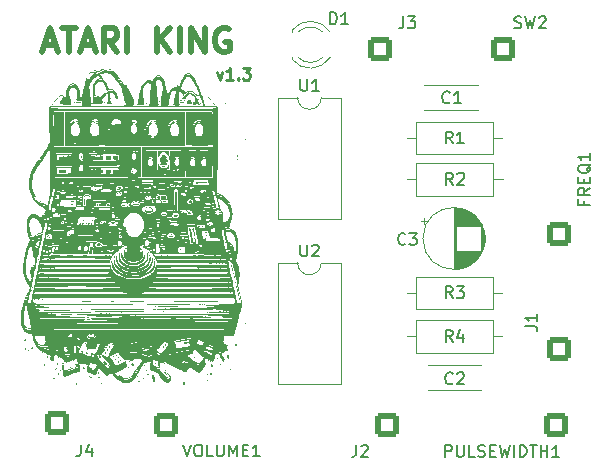
<source format=gto>
G04 #@! TF.GenerationSoftware,KiCad,Pcbnew,(6.0.2-0)*
G04 #@! TF.CreationDate,2024-09-29T09:11:08-04:00*
G04 #@! TF.ProjectId,Stepped_Tone_Generator,53746570-7065-4645-9f54-6f6e655f4765,rev?*
G04 #@! TF.SameCoordinates,Original*
G04 #@! TF.FileFunction,Legend,Top*
G04 #@! TF.FilePolarity,Positive*
%FSLAX46Y46*%
G04 Gerber Fmt 4.6, Leading zero omitted, Abs format (unit mm)*
G04 Created by KiCad (PCBNEW (6.0.2-0)) date 2024-09-29 09:11:08*
%MOMM*%
%LPD*%
G01*
G04 APERTURE LIST*
G04 Aperture macros list*
%AMRoundRect*
0 Rectangle with rounded corners*
0 $1 Rounding radius*
0 $2 $3 $4 $5 $6 $7 $8 $9 X,Y pos of 4 corners*
0 Add a 4 corners polygon primitive as box body*
4,1,4,$2,$3,$4,$5,$6,$7,$8,$9,$2,$3,0*
0 Add four circle primitives for the rounded corners*
1,1,$1+$1,$2,$3*
1,1,$1+$1,$4,$5*
1,1,$1+$1,$6,$7*
1,1,$1+$1,$8,$9*
0 Add four rect primitives between the rounded corners*
20,1,$1+$1,$2,$3,$4,$5,0*
20,1,$1+$1,$4,$5,$6,$7,0*
20,1,$1+$1,$6,$7,$8,$9,0*
20,1,$1+$1,$8,$9,$2,$3,0*%
G04 Aperture macros list end*
%ADD10C,0.250000*%
%ADD11C,0.500000*%
%ADD12C,0.150000*%
%ADD13C,0.120000*%
%ADD14C,1.600000*%
%ADD15O,1.600000X1.600000*%
%ADD16RoundRect,0.250001X-0.799999X-0.799999X0.799999X-0.799999X0.799999X0.799999X-0.799999X0.799999X0*%
%ADD17C,2.100000*%
%ADD18R,1.600000X1.600000*%
%ADD19RoundRect,0.250001X0.799999X0.799999X-0.799999X0.799999X-0.799999X-0.799999X0.799999X-0.799999X0*%
%ADD20RoundRect,0.250001X0.799999X-0.799999X0.799999X0.799999X-0.799999X0.799999X-0.799999X-0.799999X0*%
%ADD21R,1.800000X1.800000*%
%ADD22C,1.800000*%
G04 APERTURE END LIST*
D10*
X132671428Y-55685714D02*
X132909523Y-56352380D01*
X133147619Y-55685714D01*
X134052380Y-56352380D02*
X133480952Y-56352380D01*
X133766666Y-56352380D02*
X133766666Y-55352380D01*
X133671428Y-55495238D01*
X133576190Y-55590476D01*
X133480952Y-55638095D01*
X134480952Y-56257142D02*
X134528571Y-56304761D01*
X134480952Y-56352380D01*
X134433333Y-56304761D01*
X134480952Y-56257142D01*
X134480952Y-56352380D01*
X134861904Y-55352380D02*
X135480952Y-55352380D01*
X135147619Y-55733333D01*
X135290476Y-55733333D01*
X135385714Y-55780952D01*
X135433333Y-55828571D01*
X135480952Y-55923809D01*
X135480952Y-56161904D01*
X135433333Y-56257142D01*
X135385714Y-56304761D01*
X135290476Y-56352380D01*
X135004761Y-56352380D01*
X134909523Y-56304761D01*
X134861904Y-56257142D01*
D11*
X118042857Y-53433333D02*
X118995238Y-53433333D01*
X117852380Y-54004761D02*
X118519047Y-52004761D01*
X119185714Y-54004761D01*
X119566666Y-52004761D02*
X120709523Y-52004761D01*
X120138095Y-54004761D02*
X120138095Y-52004761D01*
X121280952Y-53433333D02*
X122233333Y-53433333D01*
X121090476Y-54004761D02*
X121757142Y-52004761D01*
X122423809Y-54004761D01*
X124233333Y-54004761D02*
X123566666Y-53052380D01*
X123090476Y-54004761D02*
X123090476Y-52004761D01*
X123852380Y-52004761D01*
X124042857Y-52100000D01*
X124138095Y-52195238D01*
X124233333Y-52385714D01*
X124233333Y-52671428D01*
X124138095Y-52861904D01*
X124042857Y-52957142D01*
X123852380Y-53052380D01*
X123090476Y-53052380D01*
X125090476Y-54004761D02*
X125090476Y-52004761D01*
X127566666Y-54004761D02*
X127566666Y-52004761D01*
X128709523Y-54004761D02*
X127852380Y-52861904D01*
X128709523Y-52004761D02*
X127566666Y-53147619D01*
X129566666Y-54004761D02*
X129566666Y-52004761D01*
X130519047Y-54004761D02*
X130519047Y-52004761D01*
X131661904Y-54004761D01*
X131661904Y-52004761D01*
X133661904Y-52100000D02*
X133471428Y-52004761D01*
X133185714Y-52004761D01*
X132900000Y-52100000D01*
X132709523Y-52290476D01*
X132614285Y-52480952D01*
X132519047Y-52861904D01*
X132519047Y-53147619D01*
X132614285Y-53528571D01*
X132709523Y-53719047D01*
X132900000Y-53909523D01*
X133185714Y-54004761D01*
X133376190Y-54004761D01*
X133661904Y-53909523D01*
X133757142Y-53814285D01*
X133757142Y-53147619D01*
X133376190Y-53147619D01*
D12*
X152633333Y-61752380D02*
X152300000Y-61276190D01*
X152061904Y-61752380D02*
X152061904Y-60752380D01*
X152442857Y-60752380D01*
X152538095Y-60800000D01*
X152585714Y-60847619D01*
X152633333Y-60942857D01*
X152633333Y-61085714D01*
X152585714Y-61180952D01*
X152538095Y-61228571D01*
X152442857Y-61276190D01*
X152061904Y-61276190D01*
X153585714Y-61752380D02*
X153014285Y-61752380D01*
X153300000Y-61752380D02*
X153300000Y-60752380D01*
X153204761Y-60895238D01*
X153109523Y-60990476D01*
X153014285Y-61038095D01*
X152633333Y-74852380D02*
X152300000Y-74376190D01*
X152061904Y-74852380D02*
X152061904Y-73852380D01*
X152442857Y-73852380D01*
X152538095Y-73900000D01*
X152585714Y-73947619D01*
X152633333Y-74042857D01*
X152633333Y-74185714D01*
X152585714Y-74280952D01*
X152538095Y-74328571D01*
X152442857Y-74376190D01*
X152061904Y-74376190D01*
X152966666Y-73852380D02*
X153585714Y-73852380D01*
X153252380Y-74233333D01*
X153395238Y-74233333D01*
X153490476Y-74280952D01*
X153538095Y-74328571D01*
X153585714Y-74423809D01*
X153585714Y-74661904D01*
X153538095Y-74757142D01*
X153490476Y-74804761D01*
X153395238Y-74852380D01*
X153109523Y-74852380D01*
X153014285Y-74804761D01*
X152966666Y-74757142D01*
X129814285Y-87252380D02*
X130147619Y-88252380D01*
X130480952Y-87252380D01*
X131004761Y-87252380D02*
X131195238Y-87252380D01*
X131290476Y-87300000D01*
X131385714Y-87395238D01*
X131433333Y-87585714D01*
X131433333Y-87919047D01*
X131385714Y-88109523D01*
X131290476Y-88204761D01*
X131195238Y-88252380D01*
X131004761Y-88252380D01*
X130909523Y-88204761D01*
X130814285Y-88109523D01*
X130766666Y-87919047D01*
X130766666Y-87585714D01*
X130814285Y-87395238D01*
X130909523Y-87300000D01*
X131004761Y-87252380D01*
X132338095Y-88252380D02*
X131861904Y-88252380D01*
X131861904Y-87252380D01*
X132671428Y-87252380D02*
X132671428Y-88061904D01*
X132719047Y-88157142D01*
X132766666Y-88204761D01*
X132861904Y-88252380D01*
X133052380Y-88252380D01*
X133147619Y-88204761D01*
X133195238Y-88157142D01*
X133242857Y-88061904D01*
X133242857Y-87252380D01*
X133719047Y-88252380D02*
X133719047Y-87252380D01*
X134052380Y-87966666D01*
X134385714Y-87252380D01*
X134385714Y-88252380D01*
X134861904Y-87728571D02*
X135195238Y-87728571D01*
X135338095Y-88252380D02*
X134861904Y-88252380D01*
X134861904Y-87252380D01*
X135338095Y-87252380D01*
X136290476Y-88252380D02*
X135719047Y-88252380D01*
X136004761Y-88252380D02*
X136004761Y-87252380D01*
X135909523Y-87395238D01*
X135814285Y-87490476D01*
X135719047Y-87538095D01*
X121166666Y-87252380D02*
X121166666Y-87966666D01*
X121119047Y-88109523D01*
X121023809Y-88204761D01*
X120880952Y-88252380D01*
X120785714Y-88252380D01*
X122071428Y-87585714D02*
X122071428Y-88252380D01*
X121833333Y-87204761D02*
X121595238Y-87919047D01*
X122214285Y-87919047D01*
X157866666Y-51954761D02*
X158009523Y-52002380D01*
X158247619Y-52002380D01*
X158342857Y-51954761D01*
X158390476Y-51907142D01*
X158438095Y-51811904D01*
X158438095Y-51716666D01*
X158390476Y-51621428D01*
X158342857Y-51573809D01*
X158247619Y-51526190D01*
X158057142Y-51478571D01*
X157961904Y-51430952D01*
X157914285Y-51383333D01*
X157866666Y-51288095D01*
X157866666Y-51192857D01*
X157914285Y-51097619D01*
X157961904Y-51050000D01*
X158057142Y-51002380D01*
X158295238Y-51002380D01*
X158438095Y-51050000D01*
X158771428Y-51002380D02*
X159009523Y-52002380D01*
X159200000Y-51288095D01*
X159390476Y-52002380D01*
X159628571Y-51002380D01*
X159961904Y-51097619D02*
X160009523Y-51050000D01*
X160104761Y-51002380D01*
X160342857Y-51002380D01*
X160438095Y-51050000D01*
X160485714Y-51097619D01*
X160533333Y-51192857D01*
X160533333Y-51288095D01*
X160485714Y-51430952D01*
X159914285Y-52002380D01*
X160533333Y-52002380D01*
X139748095Y-70322380D02*
X139748095Y-71131904D01*
X139795714Y-71227142D01*
X139843333Y-71274761D01*
X139938571Y-71322380D01*
X140129047Y-71322380D01*
X140224285Y-71274761D01*
X140271904Y-71227142D01*
X140319523Y-71131904D01*
X140319523Y-70322380D01*
X140748095Y-70417619D02*
X140795714Y-70370000D01*
X140890952Y-70322380D01*
X141129047Y-70322380D01*
X141224285Y-70370000D01*
X141271904Y-70417619D01*
X141319523Y-70512857D01*
X141319523Y-70608095D01*
X141271904Y-70750952D01*
X140700476Y-71322380D01*
X141319523Y-71322380D01*
X152633333Y-78552380D02*
X152300000Y-78076190D01*
X152061904Y-78552380D02*
X152061904Y-77552380D01*
X152442857Y-77552380D01*
X152538095Y-77600000D01*
X152585714Y-77647619D01*
X152633333Y-77742857D01*
X152633333Y-77885714D01*
X152585714Y-77980952D01*
X152538095Y-78028571D01*
X152442857Y-78076190D01*
X152061904Y-78076190D01*
X153490476Y-77885714D02*
X153490476Y-78552380D01*
X153252380Y-77504761D02*
X153014285Y-78219047D01*
X153633333Y-78219047D01*
X152633333Y-82057142D02*
X152585714Y-82104761D01*
X152442857Y-82152380D01*
X152347619Y-82152380D01*
X152204761Y-82104761D01*
X152109523Y-82009523D01*
X152061904Y-81914285D01*
X152014285Y-81723809D01*
X152014285Y-81580952D01*
X152061904Y-81390476D01*
X152109523Y-81295238D01*
X152204761Y-81200000D01*
X152347619Y-81152380D01*
X152442857Y-81152380D01*
X152585714Y-81200000D01*
X152633333Y-81247619D01*
X153014285Y-81247619D02*
X153061904Y-81200000D01*
X153157142Y-81152380D01*
X153395238Y-81152380D01*
X153490476Y-81200000D01*
X153538095Y-81247619D01*
X153585714Y-81342857D01*
X153585714Y-81438095D01*
X153538095Y-81580952D01*
X152966666Y-82152380D01*
X153585714Y-82152380D01*
X152653333Y-65252380D02*
X152320000Y-64776190D01*
X152081904Y-65252380D02*
X152081904Y-64252380D01*
X152462857Y-64252380D01*
X152558095Y-64300000D01*
X152605714Y-64347619D01*
X152653333Y-64442857D01*
X152653333Y-64585714D01*
X152605714Y-64680952D01*
X152558095Y-64728571D01*
X152462857Y-64776190D01*
X152081904Y-64776190D01*
X153034285Y-64347619D02*
X153081904Y-64300000D01*
X153177142Y-64252380D01*
X153415238Y-64252380D01*
X153510476Y-64300000D01*
X153558095Y-64347619D01*
X153605714Y-64442857D01*
X153605714Y-64538095D01*
X153558095Y-64680952D01*
X152986666Y-65252380D01*
X153605714Y-65252380D01*
X151990476Y-88302380D02*
X151990476Y-87302380D01*
X152371428Y-87302380D01*
X152466666Y-87350000D01*
X152514285Y-87397619D01*
X152561904Y-87492857D01*
X152561904Y-87635714D01*
X152514285Y-87730952D01*
X152466666Y-87778571D01*
X152371428Y-87826190D01*
X151990476Y-87826190D01*
X152990476Y-87302380D02*
X152990476Y-88111904D01*
X153038095Y-88207142D01*
X153085714Y-88254761D01*
X153180952Y-88302380D01*
X153371428Y-88302380D01*
X153466666Y-88254761D01*
X153514285Y-88207142D01*
X153561904Y-88111904D01*
X153561904Y-87302380D01*
X154514285Y-88302380D02*
X154038095Y-88302380D01*
X154038095Y-87302380D01*
X154800000Y-88254761D02*
X154942857Y-88302380D01*
X155180952Y-88302380D01*
X155276190Y-88254761D01*
X155323809Y-88207142D01*
X155371428Y-88111904D01*
X155371428Y-88016666D01*
X155323809Y-87921428D01*
X155276190Y-87873809D01*
X155180952Y-87826190D01*
X154990476Y-87778571D01*
X154895238Y-87730952D01*
X154847619Y-87683333D01*
X154800000Y-87588095D01*
X154800000Y-87492857D01*
X154847619Y-87397619D01*
X154895238Y-87350000D01*
X154990476Y-87302380D01*
X155228571Y-87302380D01*
X155371428Y-87350000D01*
X155800000Y-87778571D02*
X156133333Y-87778571D01*
X156276190Y-88302380D02*
X155800000Y-88302380D01*
X155800000Y-87302380D01*
X156276190Y-87302380D01*
X156609523Y-87302380D02*
X156847619Y-88302380D01*
X157038095Y-87588095D01*
X157228571Y-88302380D01*
X157466666Y-87302380D01*
X157847619Y-88302380D02*
X157847619Y-87302380D01*
X158323809Y-88302380D02*
X158323809Y-87302380D01*
X158561904Y-87302380D01*
X158704761Y-87350000D01*
X158800000Y-87445238D01*
X158847619Y-87540476D01*
X158895238Y-87730952D01*
X158895238Y-87873809D01*
X158847619Y-88064285D01*
X158800000Y-88159523D01*
X158704761Y-88254761D01*
X158561904Y-88302380D01*
X158323809Y-88302380D01*
X159180952Y-87302380D02*
X159752380Y-87302380D01*
X159466666Y-88302380D02*
X159466666Y-87302380D01*
X160085714Y-88302380D02*
X160085714Y-87302380D01*
X160085714Y-87778571D02*
X160657142Y-87778571D01*
X160657142Y-88302380D02*
X160657142Y-87302380D01*
X161657142Y-88302380D02*
X161085714Y-88302380D01*
X161371428Y-88302380D02*
X161371428Y-87302380D01*
X161276190Y-87445238D01*
X161180952Y-87540476D01*
X161085714Y-87588095D01*
X148633333Y-70257142D02*
X148585714Y-70304761D01*
X148442857Y-70352380D01*
X148347619Y-70352380D01*
X148204761Y-70304761D01*
X148109523Y-70209523D01*
X148061904Y-70114285D01*
X148014285Y-69923809D01*
X148014285Y-69780952D01*
X148061904Y-69590476D01*
X148109523Y-69495238D01*
X148204761Y-69400000D01*
X148347619Y-69352380D01*
X148442857Y-69352380D01*
X148585714Y-69400000D01*
X148633333Y-69447619D01*
X148966666Y-69352380D02*
X149585714Y-69352380D01*
X149252380Y-69733333D01*
X149395238Y-69733333D01*
X149490476Y-69780952D01*
X149538095Y-69828571D01*
X149585714Y-69923809D01*
X149585714Y-70161904D01*
X149538095Y-70257142D01*
X149490476Y-70304761D01*
X149395238Y-70352380D01*
X149109523Y-70352380D01*
X149014285Y-70304761D01*
X148966666Y-70257142D01*
X148466666Y-51002380D02*
X148466666Y-51716666D01*
X148419047Y-51859523D01*
X148323809Y-51954761D01*
X148180952Y-52002380D01*
X148085714Y-52002380D01*
X148847619Y-51002380D02*
X149466666Y-51002380D01*
X149133333Y-51383333D01*
X149276190Y-51383333D01*
X149371428Y-51430952D01*
X149419047Y-51478571D01*
X149466666Y-51573809D01*
X149466666Y-51811904D01*
X149419047Y-51907142D01*
X149371428Y-51954761D01*
X149276190Y-52002380D01*
X148990476Y-52002380D01*
X148895238Y-51954761D01*
X148847619Y-51907142D01*
X152383333Y-58257142D02*
X152335714Y-58304761D01*
X152192857Y-58352380D01*
X152097619Y-58352380D01*
X151954761Y-58304761D01*
X151859523Y-58209523D01*
X151811904Y-58114285D01*
X151764285Y-57923809D01*
X151764285Y-57780952D01*
X151811904Y-57590476D01*
X151859523Y-57495238D01*
X151954761Y-57400000D01*
X152097619Y-57352380D01*
X152192857Y-57352380D01*
X152335714Y-57400000D01*
X152383333Y-57447619D01*
X153335714Y-58352380D02*
X152764285Y-58352380D01*
X153050000Y-58352380D02*
X153050000Y-57352380D01*
X152954761Y-57495238D01*
X152859523Y-57590476D01*
X152764285Y-57638095D01*
X158802380Y-77233333D02*
X159516666Y-77233333D01*
X159659523Y-77280952D01*
X159754761Y-77376190D01*
X159802380Y-77519047D01*
X159802380Y-77614285D01*
X159802380Y-76233333D02*
X159802380Y-76804761D01*
X159802380Y-76519047D02*
X158802380Y-76519047D01*
X158945238Y-76614285D01*
X159040476Y-76709523D01*
X159088095Y-76804761D01*
X139748095Y-56322380D02*
X139748095Y-57131904D01*
X139795714Y-57227142D01*
X139843333Y-57274761D01*
X139938571Y-57322380D01*
X140129047Y-57322380D01*
X140224285Y-57274761D01*
X140271904Y-57227142D01*
X140319523Y-57131904D01*
X140319523Y-56322380D01*
X141319523Y-57322380D02*
X140748095Y-57322380D01*
X141033809Y-57322380D02*
X141033809Y-56322380D01*
X140938571Y-56465238D01*
X140843333Y-56560476D01*
X140748095Y-56608095D01*
X163728571Y-66609523D02*
X163728571Y-66942857D01*
X164252380Y-66942857D02*
X163252380Y-66942857D01*
X163252380Y-66466666D01*
X164252380Y-65514285D02*
X163776190Y-65847619D01*
X164252380Y-66085714D02*
X163252380Y-66085714D01*
X163252380Y-65704761D01*
X163300000Y-65609523D01*
X163347619Y-65561904D01*
X163442857Y-65514285D01*
X163585714Y-65514285D01*
X163680952Y-65561904D01*
X163728571Y-65609523D01*
X163776190Y-65704761D01*
X163776190Y-66085714D01*
X163728571Y-65085714D02*
X163728571Y-64752380D01*
X164252380Y-64609523D02*
X164252380Y-65085714D01*
X163252380Y-65085714D01*
X163252380Y-64609523D01*
X164347619Y-63514285D02*
X164300000Y-63609523D01*
X164204761Y-63704761D01*
X164061904Y-63847619D01*
X164014285Y-63942857D01*
X164014285Y-64038095D01*
X164252380Y-63990476D02*
X164204761Y-64085714D01*
X164109523Y-64180952D01*
X163919047Y-64228571D01*
X163585714Y-64228571D01*
X163395238Y-64180952D01*
X163300000Y-64085714D01*
X163252380Y-63990476D01*
X163252380Y-63800000D01*
X163300000Y-63704761D01*
X163395238Y-63609523D01*
X163585714Y-63561904D01*
X163919047Y-63561904D01*
X164109523Y-63609523D01*
X164204761Y-63704761D01*
X164252380Y-63800000D01*
X164252380Y-63990476D01*
X164252380Y-62609523D02*
X164252380Y-63180952D01*
X164252380Y-62895238D02*
X163252380Y-62895238D01*
X163395238Y-62990476D01*
X163490476Y-63085714D01*
X163538095Y-63180952D01*
X144466666Y-87302380D02*
X144466666Y-88016666D01*
X144419047Y-88159523D01*
X144323809Y-88254761D01*
X144180952Y-88302380D01*
X144085714Y-88302380D01*
X144895238Y-87397619D02*
X144942857Y-87350000D01*
X145038095Y-87302380D01*
X145276190Y-87302380D01*
X145371428Y-87350000D01*
X145419047Y-87397619D01*
X145466666Y-87492857D01*
X145466666Y-87588095D01*
X145419047Y-87730952D01*
X144847619Y-88302380D01*
X145466666Y-88302380D01*
X142261904Y-51652380D02*
X142261904Y-50652380D01*
X142500000Y-50652380D01*
X142642857Y-50700000D01*
X142738095Y-50795238D01*
X142785714Y-50890476D01*
X142833333Y-51080952D01*
X142833333Y-51223809D01*
X142785714Y-51414285D01*
X142738095Y-51509523D01*
X142642857Y-51604761D01*
X142500000Y-51652380D01*
X142261904Y-51652380D01*
X143785714Y-51652380D02*
X143214285Y-51652380D01*
X143500000Y-51652380D02*
X143500000Y-50652380D01*
X143404761Y-50795238D01*
X143309523Y-50890476D01*
X143214285Y-50938095D01*
D13*
X148760000Y-61300000D02*
X149530000Y-61300000D01*
X149530000Y-59930000D02*
X149530000Y-62670000D01*
X156840000Y-61300000D02*
X156070000Y-61300000D01*
X149530000Y-62670000D02*
X156070000Y-62670000D01*
X156070000Y-59930000D02*
X149530000Y-59930000D01*
X156070000Y-62670000D02*
X156070000Y-59930000D01*
X149530000Y-75770000D02*
X156070000Y-75770000D01*
X148760000Y-74400000D02*
X149530000Y-74400000D01*
X156070000Y-75770000D02*
X156070000Y-73030000D01*
X156070000Y-73030000D02*
X149530000Y-73030000D01*
X149530000Y-73030000D02*
X149530000Y-75770000D01*
X156840000Y-74400000D02*
X156070000Y-74400000D01*
X137860000Y-82150000D02*
X143160000Y-82150000D01*
X143160000Y-82150000D02*
X143160000Y-71870000D01*
X139510000Y-71870000D02*
X137860000Y-71870000D01*
X143160000Y-71870000D02*
X141510000Y-71870000D01*
X137860000Y-71870000D02*
X137860000Y-82150000D01*
X139510000Y-71870000D02*
G75*
G03*
X141510000Y-71870000I1000000J0D01*
G01*
X148760000Y-78100000D02*
X149530000Y-78100000D01*
X149530000Y-79470000D02*
X156070000Y-79470000D01*
X156070000Y-76730000D02*
X149530000Y-76730000D01*
X149530000Y-76730000D02*
X149530000Y-79470000D01*
X156840000Y-78100000D02*
X156070000Y-78100000D01*
X156070000Y-79470000D02*
X156070000Y-76730000D01*
X155070000Y-82670000D02*
X155070000Y-82655000D01*
X155070000Y-82670000D02*
X150530000Y-82670000D01*
X155070000Y-80545000D02*
X155070000Y-80530000D01*
X150530000Y-82670000D02*
X150530000Y-82655000D01*
X150530000Y-80545000D02*
X150530000Y-80530000D01*
X155070000Y-80530000D02*
X150530000Y-80530000D01*
G36*
X126912736Y-75781393D02*
G01*
X126994383Y-75783572D01*
X127052901Y-75786840D01*
X127081612Y-75790896D01*
X127083295Y-75792617D01*
X127060398Y-75800104D01*
X127008184Y-75806509D01*
X126935178Y-75811639D01*
X126849903Y-75815304D01*
X126760884Y-75817314D01*
X126676645Y-75817476D01*
X126605711Y-75815602D01*
X126556605Y-75811499D01*
X126537853Y-75804976D01*
X126537846Y-75804829D01*
X126556225Y-75796169D01*
X126606728Y-75788878D01*
X126682407Y-75783563D01*
X126776313Y-75780833D01*
X126814641Y-75780600D01*
X126912736Y-75781393D01*
G37*
G36*
X118683384Y-71953002D02*
G01*
X118673615Y-71967667D01*
X118663846Y-71953002D01*
X118673615Y-71938337D01*
X118683384Y-71953002D01*
G37*
G36*
X121843290Y-76297605D02*
G01*
X121891497Y-76314947D01*
X121902567Y-76328946D01*
X121875933Y-76336943D01*
X121851872Y-76337875D01*
X121809324Y-76330326D01*
X121790094Y-76312002D01*
X121790000Y-76310487D01*
X121806406Y-76295231D01*
X121843290Y-76297605D01*
G37*
G36*
X132594769Y-80136143D02*
G01*
X132585000Y-80150808D01*
X132575231Y-80136143D01*
X132585000Y-80121478D01*
X132594769Y-80136143D01*
G37*
G36*
X124408154Y-81104041D02*
G01*
X124398384Y-81118706D01*
X124388615Y-81104041D01*
X124398384Y-81089376D01*
X124408154Y-81104041D01*
G37*
G36*
X130790718Y-69894996D02*
G01*
X130788036Y-69912433D01*
X130777692Y-69914549D01*
X130761610Y-69903818D01*
X130764666Y-69894996D01*
X130787854Y-69891485D01*
X130790718Y-69894996D01*
G37*
G36*
X118917846Y-71953002D02*
G01*
X118908077Y-71967667D01*
X118898308Y-71953002D01*
X118908077Y-71938337D01*
X118917846Y-71953002D01*
G37*
G36*
X133825692Y-78874942D02*
G01*
X133815923Y-78889607D01*
X133806154Y-78874942D01*
X133815923Y-78860277D01*
X133825692Y-78874942D01*
G37*
G36*
X121653231Y-76293879D02*
G01*
X121643461Y-76308545D01*
X121633692Y-76293879D01*
X121643461Y-76279214D01*
X121653231Y-76293879D01*
G37*
G36*
X130015692Y-59062355D02*
G01*
X130015692Y-61936720D01*
X123235846Y-61936720D01*
X123235846Y-61711634D01*
X123857645Y-61711634D01*
X123867568Y-61727083D01*
X123891488Y-61702067D01*
X123900563Y-61686673D01*
X123922388Y-61658732D01*
X123946132Y-61671139D01*
X123964496Y-61694006D01*
X123991143Y-61726529D01*
X123997810Y-61717130D01*
X123993513Y-61685762D01*
X124394623Y-61685762D01*
X124405744Y-61699609D01*
X124429586Y-61668997D01*
X124433582Y-61661087D01*
X124452692Y-61630408D01*
X124468449Y-61642277D01*
X124487111Y-61689778D01*
X124508326Y-61738187D01*
X124519832Y-61733630D01*
X124520140Y-61731904D01*
X125370499Y-61731904D01*
X125385873Y-61781114D01*
X125402384Y-61790069D01*
X125410219Y-61764908D01*
X125408924Y-61703792D01*
X125408418Y-61698341D01*
X125406298Y-61635255D01*
X125418895Y-61618099D01*
X125426455Y-61620760D01*
X125445675Y-61659662D01*
X125447250Y-61719820D01*
X125446399Y-61774975D01*
X125457250Y-61779643D01*
X125463559Y-61771454D01*
X125481671Y-61711747D01*
X125474261Y-61645514D01*
X125450165Y-61605055D01*
X125503639Y-61605055D01*
X125507915Y-61656010D01*
X125532549Y-61722711D01*
X125544784Y-61745636D01*
X125579788Y-61797898D01*
X125595716Y-61802656D01*
X125590926Y-61759739D01*
X125588600Y-61750271D01*
X125569519Y-61708925D01*
X125558832Y-61702078D01*
X125544650Y-61677485D01*
X125541384Y-61643418D01*
X125535685Y-61610218D01*
X125611113Y-61610218D01*
X125617438Y-61679944D01*
X125631505Y-61757604D01*
X125642834Y-61790753D01*
X125650188Y-61777390D01*
X125651300Y-61729606D01*
X125646539Y-61677433D01*
X125633884Y-61613854D01*
X125630276Y-61606408D01*
X125682509Y-61606408D01*
X125685832Y-61631151D01*
X125695876Y-61699625D01*
X125697692Y-61739673D01*
X125703730Y-61779606D01*
X125715728Y-61773937D01*
X125725585Y-61727093D01*
X125723219Y-61665415D01*
X125709525Y-61606956D01*
X125702447Y-61597258D01*
X125763926Y-61597258D01*
X125766607Y-61643229D01*
X125787107Y-61696858D01*
X125815881Y-61742170D01*
X125843385Y-61763187D01*
X125857346Y-61753616D01*
X125869789Y-61740004D01*
X125873239Y-61773937D01*
X125877991Y-61811928D01*
X125895861Y-61797580D01*
X125897798Y-61794714D01*
X125911300Y-61758461D01*
X125903740Y-61747053D01*
X126934828Y-61747053D01*
X126943140Y-61760219D01*
X126950682Y-61760739D01*
X126979016Y-61737589D01*
X126995907Y-61706902D01*
X127228962Y-61706902D01*
X127241429Y-61774005D01*
X127261171Y-61829418D01*
X127279373Y-61848729D01*
X127303334Y-61826619D01*
X127329146Y-61779537D01*
X127346410Y-61712376D01*
X127344356Y-61650872D01*
X127324642Y-61616139D01*
X127316141Y-61614087D01*
X127306725Y-61632453D01*
X127310302Y-61645085D01*
X127315468Y-61694534D01*
X127310112Y-61753543D01*
X127298179Y-61803305D01*
X127285011Y-61800559D01*
X127279264Y-61788539D01*
X127262913Y-61735837D01*
X127265673Y-61710003D01*
X127278485Y-61715053D01*
X127288470Y-61705668D01*
X127285976Y-61672788D01*
X127267376Y-61622278D01*
X127244032Y-61621588D01*
X127230051Y-61653025D01*
X127228962Y-61706902D01*
X126995907Y-61706902D01*
X127010008Y-61681284D01*
X127012326Y-61675555D01*
X127038747Y-61602613D01*
X127042973Y-61569852D01*
X127025327Y-61569510D01*
X127016538Y-61574150D01*
X126990641Y-61605714D01*
X126987231Y-61622248D01*
X126975224Y-61666395D01*
X126954895Y-61707101D01*
X126934828Y-61747053D01*
X125903740Y-61747053D01*
X125893846Y-61732122D01*
X125861313Y-61716703D01*
X125850048Y-61720410D01*
X125838429Y-61707081D01*
X125834461Y-61662952D01*
X125823999Y-61605356D01*
X125816574Y-61594897D01*
X125863170Y-61594897D01*
X125870540Y-61634787D01*
X125873538Y-61643418D01*
X125893439Y-61689487D01*
X125903533Y-61702078D01*
X125910924Y-61677405D01*
X125912615Y-61643418D01*
X125900083Y-61595254D01*
X125882620Y-61584757D01*
X125863170Y-61594897D01*
X125816574Y-61594897D01*
X125808020Y-61582847D01*
X126874790Y-61582847D01*
X126877463Y-61584757D01*
X126895293Y-61564109D01*
X126899308Y-61555427D01*
X126900254Y-61550216D01*
X127555598Y-61550216D01*
X127558766Y-61615857D01*
X127573931Y-61689571D01*
X127592355Y-61746761D01*
X127603218Y-61749350D01*
X127603458Y-61742613D01*
X128726154Y-61742613D01*
X128736732Y-61762578D01*
X128750737Y-61751689D01*
X129025068Y-61751689D01*
X129055612Y-61783060D01*
X129063192Y-61787570D01*
X129109764Y-61802335D01*
X129132014Y-61774443D01*
X129136162Y-61722345D01*
X129127123Y-61649152D01*
X129116227Y-61614087D01*
X129098725Y-61589886D01*
X129077409Y-61606879D01*
X129057911Y-61639334D01*
X129025976Y-61707770D01*
X129025068Y-61751689D01*
X128750737Y-61751689D01*
X128764119Y-61741285D01*
X128801794Y-61684534D01*
X128811368Y-61666808D01*
X128839963Y-61602887D01*
X128846348Y-61578411D01*
X129348113Y-61578411D01*
X129358135Y-61643418D01*
X129372281Y-61716014D01*
X129382707Y-61757208D01*
X129384729Y-61760739D01*
X129388321Y-61734684D01*
X129390316Y-61669606D01*
X129390461Y-61643418D01*
X129384575Y-61558047D01*
X129366567Y-61526397D01*
X129363868Y-61526097D01*
X129348563Y-61536933D01*
X129348113Y-61578411D01*
X128846348Y-61578411D01*
X128851798Y-61557520D01*
X128850938Y-61550045D01*
X128835065Y-61557441D01*
X128804755Y-61595411D01*
X128769922Y-61648656D01*
X128740482Y-61701873D01*
X128726350Y-61739763D01*
X128726154Y-61742613D01*
X127603458Y-61742613D01*
X127604954Y-61700704D01*
X127599533Y-61634545D01*
X127590672Y-61581095D01*
X128633538Y-61581095D01*
X128644741Y-61570092D01*
X128765231Y-61570092D01*
X128775000Y-61584757D01*
X128784769Y-61570092D01*
X128775000Y-61555427D01*
X128765231Y-61570092D01*
X128644741Y-61570092D01*
X128647851Y-61567038D01*
X128650424Y-61563248D01*
X128665857Y-61524793D01*
X128663765Y-61510655D01*
X128649231Y-61519457D01*
X128639487Y-61546829D01*
X128633538Y-61581095D01*
X127590672Y-61581095D01*
X127587929Y-61564546D01*
X127573952Y-61527742D01*
X127570828Y-61526097D01*
X127555598Y-61550216D01*
X126900254Y-61550216D01*
X126904286Y-61528006D01*
X126901614Y-61526097D01*
X126883783Y-61546744D01*
X126879769Y-61555427D01*
X126874790Y-61582847D01*
X125808020Y-61582847D01*
X125800363Y-61572061D01*
X125775178Y-61573896D01*
X125763926Y-61597258D01*
X125702447Y-61597258D01*
X125693324Y-61584757D01*
X125682509Y-61606408D01*
X125630276Y-61606408D01*
X125619864Y-61584924D01*
X125618925Y-61584757D01*
X125611113Y-61610218D01*
X125535685Y-61610218D01*
X125533202Y-61595757D01*
X125521846Y-61584757D01*
X125560923Y-61584757D01*
X125568072Y-61608899D01*
X125573949Y-61604311D01*
X125576287Y-61569502D01*
X125573949Y-61565204D01*
X125562333Y-61569230D01*
X125560923Y-61584757D01*
X125521846Y-61584757D01*
X125503639Y-61605055D01*
X125450165Y-61605055D01*
X125446078Y-61598192D01*
X125429729Y-61590186D01*
X125393422Y-61598863D01*
X125374354Y-61653351D01*
X125374159Y-61654512D01*
X125370499Y-61731904D01*
X124520140Y-61731904D01*
X124521669Y-61723350D01*
X124517067Y-61668856D01*
X124498102Y-61591364D01*
X124491262Y-61570172D01*
X124454801Y-61463486D01*
X124417680Y-61566959D01*
X124398006Y-61638023D01*
X124394623Y-61685762D01*
X123993513Y-61685762D01*
X123989754Y-61658320D01*
X123989717Y-61658083D01*
X123968613Y-61569121D01*
X123942414Y-61520215D01*
X123916027Y-61518863D01*
X123907179Y-61531957D01*
X123877919Y-61603124D01*
X123861251Y-61666665D01*
X123857645Y-61711634D01*
X123235846Y-61711634D01*
X123235846Y-61363304D01*
X125315815Y-61363304D01*
X125321269Y-61404781D01*
X125339345Y-61430486D01*
X125380114Y-61462427D01*
X125410893Y-61448307D01*
X125414523Y-61440141D01*
X125464588Y-61440141D01*
X125476226Y-61466528D01*
X125482769Y-61467436D01*
X125485418Y-61463088D01*
X125602361Y-61463088D01*
X125612401Y-61452660D01*
X125627712Y-61425167D01*
X125640450Y-61394110D01*
X125678154Y-61394110D01*
X125684842Y-61449231D01*
X125697692Y-61467436D01*
X125712380Y-61442336D01*
X125717231Y-61394110D01*
X125760116Y-61394110D01*
X125762228Y-61444201D01*
X125768345Y-61448611D01*
X125769123Y-61445997D01*
X125772989Y-61387771D01*
X125772626Y-61384334D01*
X125795384Y-61384334D01*
X125797647Y-61449956D01*
X125804574Y-61457656D01*
X125816372Y-61407339D01*
X125818604Y-61394110D01*
X125857809Y-61394110D01*
X125859921Y-61444201D01*
X125866037Y-61448611D01*
X125866816Y-61445997D01*
X125867340Y-61438106D01*
X125922384Y-61438106D01*
X125923934Y-61465133D01*
X125931001Y-61467436D01*
X125950897Y-61446145D01*
X125951692Y-61438106D01*
X125945026Y-61409538D01*
X125943076Y-61408776D01*
X125926395Y-61429328D01*
X125922384Y-61438106D01*
X125867340Y-61438106D01*
X125870681Y-61387771D01*
X125868255Y-61364780D01*
X125932154Y-61364780D01*
X125941923Y-61379445D01*
X125951692Y-61364780D01*
X125942920Y-61351611D01*
X126713692Y-61351611D01*
X126720771Y-61371049D01*
X126743000Y-61350115D01*
X126767865Y-61299063D01*
X126772308Y-61271103D01*
X126768310Y-61244281D01*
X126750326Y-61261837D01*
X126743000Y-61272599D01*
X126718907Y-61323904D01*
X126713692Y-61351611D01*
X125942920Y-61351611D01*
X125941923Y-61350115D01*
X125932154Y-61364780D01*
X125868255Y-61364780D01*
X125867540Y-61358006D01*
X125861320Y-61346045D01*
X125857938Y-61385002D01*
X125857809Y-61394110D01*
X125818604Y-61394110D01*
X125822316Y-61372113D01*
X125825902Y-61311722D01*
X125815295Y-61291455D01*
X125801605Y-61317046D01*
X125795415Y-61379167D01*
X125795384Y-61384334D01*
X125772626Y-61384334D01*
X125769847Y-61358006D01*
X125763628Y-61346045D01*
X125760245Y-61385002D01*
X125760116Y-61394110D01*
X125717231Y-61394110D01*
X125710542Y-61338990D01*
X125697692Y-61320785D01*
X125683005Y-61345885D01*
X125678154Y-61394110D01*
X125640450Y-61394110D01*
X125651739Y-61366585D01*
X125658615Y-61329844D01*
X125646748Y-61294555D01*
X125639077Y-61291455D01*
X125621478Y-61315035D01*
X125619538Y-61333051D01*
X125613767Y-61396511D01*
X125608174Y-61428374D01*
X125602361Y-61463088D01*
X125485418Y-61463088D01*
X125495319Y-61446837D01*
X125528865Y-61446837D01*
X125540601Y-61453497D01*
X125555954Y-61412740D01*
X125560923Y-61358161D01*
X125558293Y-61302438D01*
X125550488Y-61304689D01*
X125537636Y-61364766D01*
X125533581Y-61389235D01*
X125528865Y-61446837D01*
X125495319Y-61446837D01*
X125497903Y-61442595D01*
X125502008Y-61401443D01*
X125498923Y-61358586D01*
X125487431Y-61369123D01*
X125482769Y-61379445D01*
X125464588Y-61440141D01*
X125414523Y-61440141D01*
X125439940Y-61382971D01*
X125446106Y-61363825D01*
X125462844Y-61299451D01*
X125465481Y-61264321D01*
X125463130Y-61262124D01*
X125446420Y-61286300D01*
X125425569Y-61345112D01*
X125423849Y-61351220D01*
X125401356Y-61408682D01*
X125379371Y-61429707D01*
X125377517Y-61429087D01*
X125362490Y-61393979D01*
X125358050Y-61324062D01*
X125364428Y-61241091D01*
X125374443Y-61191243D01*
X125913854Y-61191243D01*
X125918457Y-61249879D01*
X125925641Y-61271901D01*
X125943130Y-61284146D01*
X125944546Y-61251371D01*
X125933812Y-61200389D01*
X125920139Y-61154079D01*
X125914976Y-61160572D01*
X125913854Y-61191243D01*
X125374443Y-61191243D01*
X125374934Y-61188799D01*
X125381850Y-61151149D01*
X125371081Y-61159468D01*
X125351969Y-61205547D01*
X125331103Y-61279878D01*
X125328508Y-61291168D01*
X125315815Y-61363304D01*
X123235846Y-61363304D01*
X123235846Y-61104318D01*
X125182013Y-61104318D01*
X125195039Y-61113052D01*
X125206180Y-61100808D01*
X126635538Y-61100808D01*
X126651178Y-61139693D01*
X126664846Y-61144803D01*
X126690749Y-61121325D01*
X126694154Y-61100808D01*
X126678514Y-61061923D01*
X126664846Y-61056813D01*
X126638942Y-61080290D01*
X126635538Y-61100808D01*
X125206180Y-61100808D01*
X125224861Y-61080277D01*
X125243010Y-61042234D01*
X126054424Y-61042234D01*
X126073049Y-61077295D01*
X126089614Y-61086143D01*
X126107634Y-61064018D01*
X126108000Y-61058543D01*
X126095020Y-61021523D01*
X126069533Y-61002034D01*
X126055897Y-61007929D01*
X126054424Y-61042234D01*
X125243010Y-61042234D01*
X125245432Y-61037157D01*
X125248308Y-61021616D01*
X125238579Y-60998163D01*
X125215653Y-61016468D01*
X125194226Y-61056813D01*
X125182013Y-61104318D01*
X123235846Y-61104318D01*
X123235846Y-60983487D01*
X125658615Y-60983487D01*
X125668384Y-60998152D01*
X125678154Y-60983487D01*
X125668384Y-60968822D01*
X125658615Y-60983487D01*
X123235846Y-60983487D01*
X123235846Y-60954157D01*
X125560923Y-60954157D01*
X125570692Y-60968822D01*
X125580461Y-60954157D01*
X125570692Y-60939491D01*
X125560923Y-60954157D01*
X123235846Y-60954157D01*
X123235846Y-60898044D01*
X125100672Y-60898044D01*
X125113213Y-60909465D01*
X125152556Y-60895827D01*
X125158786Y-60892358D01*
X125184036Y-60864108D01*
X125188864Y-60833386D01*
X125173888Y-60822170D01*
X125147511Y-60838183D01*
X125120157Y-60865233D01*
X125100672Y-60898044D01*
X123235846Y-60898044D01*
X123235846Y-60738632D01*
X125072461Y-60738632D01*
X125086549Y-60748031D01*
X125111538Y-60734180D01*
X125142183Y-60705408D01*
X125150615Y-60691898D01*
X125134801Y-60689373D01*
X125111538Y-60696351D01*
X125079857Y-60720005D01*
X125072461Y-60738632D01*
X123235846Y-60738632D01*
X123235846Y-60602194D01*
X125305352Y-60602194D01*
X125325830Y-60526910D01*
X125365538Y-60526910D01*
X125378672Y-60629057D01*
X125411808Y-60739310D01*
X125455549Y-60827135D01*
X125459734Y-60832962D01*
X125532423Y-60895040D01*
X125623113Y-60922902D01*
X125717507Y-60915348D01*
X125801307Y-60871180D01*
X125810971Y-60862402D01*
X125833237Y-60831253D01*
X126127538Y-60831253D01*
X126144941Y-60882652D01*
X126191038Y-60907846D01*
X126204014Y-60886282D01*
X126205692Y-60866166D01*
X126201889Y-60832701D01*
X126565459Y-60832701D01*
X126567068Y-60851294D01*
X126595178Y-60879607D01*
X126624268Y-60854735D01*
X126626572Y-60849549D01*
X126630984Y-60808442D01*
X126606867Y-60795936D01*
X126586296Y-60803675D01*
X126565459Y-60832701D01*
X126201889Y-60832701D01*
X126201245Y-60827036D01*
X126197521Y-60822170D01*
X126174554Y-60813046D01*
X126158444Y-60804367D01*
X126132162Y-60806982D01*
X126127538Y-60831253D01*
X125833237Y-60831253D01*
X125879082Y-60767120D01*
X125916412Y-60651369D01*
X125921052Y-60586034D01*
X126168726Y-60586034D01*
X126191083Y-60620870D01*
X126200808Y-60625971D01*
X126232205Y-60638994D01*
X126239884Y-60642787D01*
X126243844Y-60621135D01*
X126244769Y-60587528D01*
X126236502Y-60558198D01*
X126518308Y-60558198D01*
X126535546Y-60576559D01*
X126578296Y-60585354D01*
X126591577Y-60585467D01*
X126596294Y-60585071D01*
X126698589Y-60585071D01*
X126710263Y-60764407D01*
X126715168Y-60792840D01*
X126740484Y-60924826D01*
X126756291Y-60705769D01*
X126767249Y-60581610D01*
X126767278Y-60581364D01*
X126831352Y-60581364D01*
X126844153Y-60767773D01*
X126886152Y-60922831D01*
X126961302Y-61059963D01*
X126979676Y-61085128D01*
X127091934Y-61200027D01*
X127209785Y-61257203D01*
X127331842Y-61256363D01*
X127363291Y-61241467D01*
X127776017Y-61241467D01*
X127778425Y-61272494D01*
X127799503Y-61305490D01*
X127840861Y-61343096D01*
X127862343Y-61342704D01*
X127862296Y-61338473D01*
X128504938Y-61338473D01*
X128523845Y-61375703D01*
X128551863Y-61361659D01*
X128576548Y-61325873D01*
X128596064Y-61289052D01*
X128587086Y-61278861D01*
X128551654Y-61284901D01*
X128510430Y-61305078D01*
X128504938Y-61338473D01*
X127862296Y-61338473D01*
X127862042Y-61315548D01*
X127840289Y-61271021D01*
X127806971Y-61240390D01*
X127778931Y-61238157D01*
X127776017Y-61241467D01*
X127363291Y-61241467D01*
X127456715Y-61197217D01*
X127469221Y-61188146D01*
X127531762Y-61135447D01*
X127584233Y-61081052D01*
X127604744Y-61053409D01*
X127607731Y-61043855D01*
X127849042Y-61043855D01*
X127853375Y-61071958D01*
X127875111Y-61103206D01*
X127909488Y-61137991D01*
X127915214Y-61137471D01*
X128437864Y-61137471D01*
X128440138Y-61170143D01*
X128465637Y-61164890D01*
X128502612Y-61129276D01*
X128527843Y-61096534D01*
X128519303Y-61088879D01*
X128493223Y-61092613D01*
X128453738Y-61112375D01*
X128437864Y-61137471D01*
X127915214Y-61137471D01*
X127922878Y-61136775D01*
X127925077Y-61103946D01*
X127910361Y-61063226D01*
X127902599Y-61056813D01*
X128589384Y-61056813D01*
X128596533Y-61080955D01*
X128602410Y-61076366D01*
X128604748Y-61041558D01*
X128602410Y-61037259D01*
X128590794Y-61041285D01*
X128589384Y-61056813D01*
X127902599Y-61056813D01*
X127879101Y-61037398D01*
X127850627Y-61041737D01*
X127849042Y-61043855D01*
X127607731Y-61043855D01*
X127610253Y-61035786D01*
X127587917Y-61049972D01*
X127541584Y-61093465D01*
X127538757Y-61096313D01*
X127417090Y-61189222D01*
X127295441Y-61225952D01*
X127178212Y-61207811D01*
X127069808Y-61136104D01*
X126974632Y-61012139D01*
X126926292Y-60914604D01*
X126880127Y-60754217D01*
X126870685Y-60620749D01*
X126891986Y-60620749D01*
X126911878Y-60782271D01*
X126926581Y-60836836D01*
X126992720Y-60986972D01*
X127082001Y-61096735D01*
X127187311Y-61162872D01*
X127301536Y-61182135D01*
X127417561Y-61151272D01*
X127496840Y-61097403D01*
X127580151Y-60996003D01*
X127593737Y-60966912D01*
X127636790Y-60966912D01*
X127639463Y-60968822D01*
X127657293Y-60948174D01*
X127661308Y-60939491D01*
X127666286Y-60912071D01*
X127663614Y-60910161D01*
X127645783Y-60930809D01*
X127641769Y-60939491D01*
X127636790Y-60966912D01*
X127593737Y-60966912D01*
X127640788Y-60866166D01*
X127671077Y-60866166D01*
X127680846Y-60880831D01*
X127690615Y-60866166D01*
X127680846Y-60851501D01*
X127671077Y-60866166D01*
X127640788Y-60866166D01*
X127641769Y-60864065D01*
X127651277Y-60822170D01*
X127905538Y-60822170D01*
X127921952Y-60845770D01*
X127945768Y-60851501D01*
X127972784Y-60840210D01*
X127973923Y-60822170D01*
X127945653Y-60795183D01*
X127933693Y-60792840D01*
X127908440Y-60809239D01*
X127905538Y-60822170D01*
X127651277Y-60822170D01*
X127667918Y-60748845D01*
X128452615Y-60748845D01*
X128462384Y-60763510D01*
X128472154Y-60748845D01*
X128462384Y-60734180D01*
X128452615Y-60748845D01*
X127667918Y-60748845D01*
X127674844Y-60718329D01*
X127678592Y-60653070D01*
X127663394Y-60509228D01*
X127622788Y-60359822D01*
X127564256Y-60226224D01*
X127495498Y-60130023D01*
X127391459Y-60056860D01*
X127285831Y-60034252D01*
X127183495Y-60056136D01*
X127089330Y-60116450D01*
X127008217Y-60209132D01*
X126945035Y-60328117D01*
X126904665Y-60467344D01*
X126891986Y-60620749D01*
X126870685Y-60620749D01*
X126868032Y-60583255D01*
X126887830Y-60413060D01*
X126937347Y-60254973D01*
X127014404Y-60120339D01*
X127094692Y-60036920D01*
X127157630Y-60006553D01*
X127245990Y-59990905D01*
X127281496Y-59989505D01*
X127365083Y-59994754D01*
X127428361Y-60015842D01*
X127489600Y-60059243D01*
X127497402Y-60066015D01*
X127580766Y-60170787D01*
X127648575Y-60319047D01*
X127695729Y-60497762D01*
X127711983Y-60614179D01*
X127720017Y-60697377D01*
X127724171Y-60731111D01*
X127724998Y-60712825D01*
X127723050Y-60639964D01*
X127722157Y-60612047D01*
X128512389Y-60612047D01*
X128516231Y-60751592D01*
X128529179Y-60828123D01*
X128548020Y-60903334D01*
X128557874Y-60946824D01*
X128571455Y-60994861D01*
X128579719Y-60989135D01*
X128581935Y-60934139D01*
X128577376Y-60834364D01*
X128577000Y-60828895D01*
X128578373Y-60592192D01*
X128588225Y-60534920D01*
X128633544Y-60534920D01*
X128643351Y-60707370D01*
X128646248Y-60724412D01*
X128692580Y-60886617D01*
X128765487Y-61027300D01*
X128857708Y-61139734D01*
X128961983Y-61217194D01*
X129071049Y-61252953D01*
X129174069Y-61240710D01*
X129584956Y-61240710D01*
X129598321Y-61279630D01*
X129620038Y-61309286D01*
X129661478Y-61345588D01*
X129681909Y-61337936D01*
X129683538Y-61324158D01*
X129668835Y-61291177D01*
X129634692Y-61250156D01*
X129598123Y-61226674D01*
X129584956Y-61240710D01*
X129174069Y-61240710D01*
X129177645Y-61240285D01*
X129195077Y-61232794D01*
X129212779Y-61219717D01*
X129197992Y-61211518D01*
X129147891Y-61207147D01*
X129124039Y-61206387D01*
X128988703Y-61179128D01*
X128875616Y-61105470D01*
X128786568Y-60986927D01*
X128741479Y-60883807D01*
X128697451Y-60703407D01*
X128692119Y-60528685D01*
X128694491Y-60516724D01*
X128729944Y-60516724D01*
X128730305Y-60680896D01*
X128761177Y-60839126D01*
X128819324Y-60978972D01*
X128901507Y-61087991D01*
X128965442Y-61135962D01*
X129012905Y-61152528D01*
X129077425Y-61162603D01*
X129148828Y-61166326D01*
X129216940Y-61163834D01*
X129271589Y-61155266D01*
X129302598Y-61140759D01*
X129306062Y-61131340D01*
X129318833Y-61107982D01*
X129338033Y-61105207D01*
X129362579Y-61101962D01*
X129362901Y-61093654D01*
X129364713Y-61083380D01*
X129656708Y-61083380D01*
X129657327Y-61112428D01*
X129678373Y-61159731D01*
X129714499Y-61213138D01*
X129742590Y-61212807D01*
X129758421Y-61162961D01*
X129753493Y-61094101D01*
X129725672Y-61053426D01*
X129685679Y-61055411D01*
X129681206Y-61058686D01*
X129656708Y-61083380D01*
X129364713Y-61083380D01*
X129368071Y-61064341D01*
X129393449Y-61008776D01*
X129409622Y-60979651D01*
X129458696Y-60863722D01*
X129646004Y-60863722D01*
X129649596Y-60901763D01*
X129656266Y-60902218D01*
X129660930Y-60862962D01*
X129657808Y-60846001D01*
X129649133Y-60834892D01*
X129646004Y-60863722D01*
X129458696Y-60863722D01*
X129472469Y-60831185D01*
X129495995Y-60690184D01*
X129527231Y-60690184D01*
X129537000Y-60704849D01*
X129546769Y-60690184D01*
X129537000Y-60675519D01*
X129527231Y-60690184D01*
X129495995Y-60690184D01*
X129499676Y-60668124D01*
X129491056Y-60500548D01*
X129446422Y-60338531D01*
X129422496Y-60285480D01*
X129335014Y-60153356D01*
X129234483Y-60070321D01*
X129127323Y-60035659D01*
X129019958Y-60048653D01*
X128918810Y-60108587D01*
X128830301Y-60214744D01*
X128763329Y-60359051D01*
X128729944Y-60516724D01*
X128694491Y-60516724D01*
X128725159Y-60362097D01*
X128796249Y-60206100D01*
X128838948Y-60142194D01*
X128943357Y-60034620D01*
X129055336Y-59980693D01*
X129169754Y-59981990D01*
X129248383Y-60016496D01*
X129364597Y-60114677D01*
X129452582Y-60248907D01*
X129497568Y-60359399D01*
X129525750Y-60440396D01*
X129539608Y-60472213D01*
X129541836Y-60458474D01*
X129536312Y-60411547D01*
X129507842Y-60271515D01*
X129459117Y-60153888D01*
X129394280Y-60053587D01*
X129293427Y-59947195D01*
X129183857Y-59894413D01*
X129067063Y-59889842D01*
X128956826Y-59927203D01*
X128855277Y-60013240D01*
X128757818Y-60152244D01*
X128727800Y-60206606D01*
X128661472Y-60369405D01*
X128633544Y-60534920D01*
X128588225Y-60534920D01*
X128615559Y-60376013D01*
X128686900Y-60185072D01*
X128790742Y-60024081D01*
X128896668Y-59919565D01*
X129026495Y-59843929D01*
X129154197Y-59826648D01*
X129280013Y-59867793D01*
X129404181Y-59967436D01*
X129513235Y-60104989D01*
X129575535Y-60211101D01*
X129618226Y-60322898D01*
X129647049Y-60459184D01*
X129664058Y-60599322D01*
X129672460Y-60678574D01*
X129677426Y-60702921D01*
X129680192Y-60675698D01*
X129681101Y-60645332D01*
X129683538Y-60541818D01*
X129790989Y-60542676D01*
X129849842Y-60539528D01*
X129888876Y-60530509D01*
X129898451Y-60521535D01*
X129880818Y-60509309D01*
X129835462Y-60501322D01*
X129794595Y-60499538D01*
X129690729Y-60499538D01*
X129644282Y-60331316D01*
X129580659Y-60156886D01*
X129494492Y-60000427D01*
X129461636Y-59959087D01*
X129593782Y-59959087D01*
X129593815Y-59993332D01*
X129613903Y-59988146D01*
X129642598Y-59945961D01*
X129643298Y-59944579D01*
X129678500Y-59895587D01*
X129714372Y-59896582D01*
X129715230Y-59897104D01*
X129736986Y-59919837D01*
X129727500Y-59933457D01*
X129705763Y-59966465D01*
X129707338Y-60008308D01*
X129730771Y-60030199D01*
X129732384Y-60030254D01*
X129756947Y-60006170D01*
X129761692Y-59977459D01*
X129745237Y-59903947D01*
X129704538Y-59859443D01*
X129682659Y-59854272D01*
X129649493Y-59871820D01*
X129616097Y-59912659D01*
X129593782Y-59959087D01*
X129461636Y-59959087D01*
X129394361Y-59874442D01*
X129288844Y-59791435D01*
X129266265Y-59780400D01*
X129123338Y-59746678D01*
X128982344Y-59764990D01*
X128849513Y-59830776D01*
X128731074Y-59939475D01*
X128633254Y-60086526D01*
X128562284Y-60267369D01*
X128552964Y-60302659D01*
X128524944Y-60455522D01*
X128512389Y-60612047D01*
X127722157Y-60612047D01*
X127720904Y-60572863D01*
X127720529Y-60567784D01*
X127905538Y-60567784D01*
X127920389Y-60594177D01*
X127966133Y-60593349D01*
X128004218Y-60579298D01*
X128005546Y-60560642D01*
X128003331Y-60558198D01*
X128335384Y-60558198D01*
X128352336Y-60578949D01*
X128392847Y-60587528D01*
X128437969Y-60578487D01*
X128462384Y-60558198D01*
X128454130Y-60538240D01*
X128414325Y-60529084D01*
X128404922Y-60528868D01*
X128359266Y-60536121D01*
X128336102Y-60553993D01*
X128335384Y-60558198D01*
X128003331Y-60558198D01*
X128000325Y-60554882D01*
X127958271Y-60531601D01*
X127921708Y-60536182D01*
X127905552Y-60566595D01*
X127905538Y-60567784D01*
X127720529Y-60567784D01*
X127708633Y-60406814D01*
X127679921Y-60276684D01*
X127628407Y-60161718D01*
X127565310Y-60065060D01*
X127456576Y-59949706D01*
X127340378Y-59890341D01*
X127220945Y-59886979D01*
X127102502Y-59939636D01*
X126989277Y-60048325D01*
X126977858Y-60062996D01*
X126897664Y-60199889D01*
X126849766Y-60360325D01*
X126831651Y-60553195D01*
X126831352Y-60581364D01*
X126767278Y-60581364D01*
X126780840Y-60465950D01*
X126794138Y-60383654D01*
X126794248Y-60383136D01*
X126838165Y-60245676D01*
X126907346Y-60105493D01*
X126991002Y-59982486D01*
X127041375Y-59927354D01*
X127098101Y-59878762D01*
X127149197Y-59852346D01*
X127211106Y-59841894D01*
X127270538Y-59840754D01*
X127368030Y-59849163D01*
X127442860Y-59875532D01*
X127487966Y-59905521D01*
X127576034Y-59998892D01*
X127661158Y-60130930D01*
X127732504Y-60282847D01*
X127768907Y-60392674D01*
X127809300Y-60543533D01*
X127798725Y-60399257D01*
X127782574Y-60308511D01*
X127867294Y-60308511D01*
X127877362Y-60330143D01*
X127903344Y-60337817D01*
X127938720Y-60324347D01*
X127962451Y-60299269D01*
X127964154Y-60290805D01*
X127947420Y-60271322D01*
X127915308Y-60264896D01*
X127875248Y-60277044D01*
X127867294Y-60308511D01*
X127782574Y-60308511D01*
X127767298Y-60222682D01*
X127752872Y-60185126D01*
X128382492Y-60185126D01*
X128383834Y-60248652D01*
X128413221Y-60299738D01*
X128459050Y-60344664D01*
X128486119Y-60347680D01*
X128491692Y-60325533D01*
X128475567Y-60295746D01*
X128452615Y-60279561D01*
X128420605Y-60244245D01*
X128413704Y-60195944D01*
X128418821Y-60184619D01*
X128458797Y-60184619D01*
X128469826Y-60216637D01*
X128472154Y-60220900D01*
X128495565Y-60257352D01*
X128503854Y-60264896D01*
X128510415Y-60240942D01*
X128511231Y-60220900D01*
X128495410Y-60182863D01*
X128479531Y-60176905D01*
X128458797Y-60184619D01*
X128418821Y-60184619D01*
X128431249Y-60157113D01*
X128456523Y-60147575D01*
X128484805Y-60139366D01*
X128479329Y-60117283D01*
X128445062Y-60099731D01*
X128408151Y-60125620D01*
X128382492Y-60185126D01*
X127752872Y-60185126D01*
X127703641Y-60056961D01*
X127688897Y-60033392D01*
X127788308Y-60033392D01*
X127802705Y-60052262D01*
X127820379Y-60047385D01*
X127841472Y-60039865D01*
X127832477Y-60064890D01*
X127827756Y-60073578D01*
X127815444Y-60105925D01*
X127833356Y-60117329D01*
X127854300Y-60118244D01*
X127892151Y-60108969D01*
X127905538Y-60089946D01*
X127889666Y-60055316D01*
X127853640Y-60020458D01*
X127814849Y-60001429D01*
X127809130Y-60000923D01*
X127789283Y-60023590D01*
X127788308Y-60033392D01*
X127688897Y-60033392D01*
X127614585Y-59914604D01*
X127545673Y-59846425D01*
X127682920Y-59846425D01*
X127690623Y-59887899D01*
X127716738Y-59912380D01*
X127722013Y-59912933D01*
X127746581Y-59890607D01*
X127749231Y-59873826D01*
X127737451Y-59819012D01*
X127704882Y-59812068D01*
X127699708Y-59814725D01*
X127682920Y-59846425D01*
X127545673Y-59846425D01*
X127506961Y-59808125D01*
X127459565Y-59778017D01*
X127405735Y-59760415D01*
X127749231Y-59760415D01*
X127759913Y-59795706D01*
X127782001Y-59831629D01*
X127800557Y-59844768D01*
X127802119Y-59843316D01*
X127801854Y-59811525D01*
X127796446Y-59785144D01*
X127791158Y-59774232D01*
X128558037Y-59774232D01*
X128560435Y-59805996D01*
X128579725Y-59858764D01*
X128606079Y-59910729D01*
X128629672Y-59940089D01*
X128633346Y-59941341D01*
X128646729Y-59918760D01*
X128648000Y-59902813D01*
X128636186Y-59859051D01*
X128608992Y-59811274D01*
X128578784Y-59777162D01*
X128558037Y-59774232D01*
X127791158Y-59774232D01*
X127783523Y-59758475D01*
X128618651Y-59758475D01*
X128621713Y-59782186D01*
X128640927Y-59817632D01*
X128660708Y-59806397D01*
X128671942Y-59758628D01*
X128671683Y-59726542D01*
X128675030Y-59667388D01*
X128679372Y-59661894D01*
X128726154Y-59661894D01*
X128736355Y-59702025D01*
X128745692Y-59707621D01*
X128764671Y-59686570D01*
X128765231Y-59680022D01*
X128758749Y-59661894D01*
X128823846Y-59661894D01*
X128834047Y-59702025D01*
X128843384Y-59707621D01*
X128862364Y-59686570D01*
X128862923Y-59680022D01*
X128848720Y-59640299D01*
X128843384Y-59634295D01*
X128826658Y-59640944D01*
X128823846Y-59661894D01*
X128758749Y-59661894D01*
X128751028Y-59640299D01*
X128745692Y-59634295D01*
X128728965Y-59640944D01*
X128726154Y-59661894D01*
X128679372Y-59661894D01*
X128689594Y-59648960D01*
X128703627Y-59637718D01*
X128700575Y-59630116D01*
X128678251Y-59629269D01*
X128652073Y-59658260D01*
X128637803Y-59696194D01*
X128639599Y-59710944D01*
X128636184Y-59735525D01*
X128630228Y-59736951D01*
X128618651Y-59758475D01*
X127783523Y-59758475D01*
X127777590Y-59746232D01*
X127757084Y-59737684D01*
X127749231Y-59760415D01*
X127405735Y-59760415D01*
X127368303Y-59748175D01*
X127258241Y-59740021D01*
X127146816Y-59753298D01*
X127058650Y-59783932D01*
X126968838Y-59853719D01*
X126879371Y-59964358D01*
X126801196Y-60100244D01*
X126753378Y-60219011D01*
X126713514Y-60394966D01*
X126698589Y-60585071D01*
X126596294Y-60585071D01*
X126635035Y-60581819D01*
X126643151Y-60572421D01*
X126625769Y-60558198D01*
X126573550Y-60534793D01*
X126533821Y-60534961D01*
X126518308Y-60558198D01*
X126236502Y-60558198D01*
X126230953Y-60538509D01*
X126205692Y-60528868D01*
X126174005Y-60547228D01*
X126168726Y-60586034D01*
X125921052Y-60586034D01*
X125925336Y-60525719D01*
X125908233Y-60400739D01*
X125867479Y-60286999D01*
X125805451Y-60195067D01*
X125724527Y-60135514D01*
X125643615Y-60118244D01*
X125568081Y-60143921D01*
X125493069Y-60211705D01*
X125428017Y-60307725D01*
X125382363Y-60418112D01*
X125365538Y-60526910D01*
X125325830Y-60526910D01*
X125344355Y-60458806D01*
X125376182Y-60359899D01*
X125412349Y-60272814D01*
X125428179Y-60243375D01*
X125513437Y-60141981D01*
X125612252Y-60094104D01*
X125664525Y-60088914D01*
X125763110Y-60113604D01*
X125843353Y-60188713D01*
X125906653Y-60315805D01*
X125928032Y-60383299D01*
X125951481Y-60464091D01*
X125962833Y-60493060D01*
X125963801Y-60473260D01*
X125960309Y-60440877D01*
X125940644Y-60345958D01*
X126166615Y-60345958D01*
X126183223Y-60394525D01*
X126230115Y-60411547D01*
X126257443Y-60396389D01*
X126259521Y-60374884D01*
X126239656Y-60345712D01*
X126206205Y-60328696D01*
X126176354Y-60329190D01*
X126166615Y-60345958D01*
X125940644Y-60345958D01*
X125935025Y-60318834D01*
X125931582Y-60309079D01*
X126557958Y-60309079D01*
X126566792Y-60355867D01*
X126570410Y-60362663D01*
X126599494Y-60380776D01*
X126634127Y-60377825D01*
X126654465Y-60356563D01*
X126655077Y-60350910D01*
X126639718Y-60333118D01*
X126613139Y-60339584D01*
X126582858Y-60346602D01*
X126579143Y-60315992D01*
X126582002Y-60297565D01*
X126583578Y-60253534D01*
X126661793Y-60253534D01*
X126664846Y-60264896D01*
X126682403Y-60292876D01*
X126685538Y-60294226D01*
X126693930Y-60271533D01*
X126694154Y-60264896D01*
X126679133Y-60236692D01*
X126673462Y-60235565D01*
X126661793Y-60253534D01*
X126583578Y-60253534D01*
X126583739Y-60249048D01*
X126575094Y-60235565D01*
X126561094Y-60258955D01*
X126557958Y-60309079D01*
X125931582Y-60309079D01*
X125892971Y-60199677D01*
X125872519Y-60160800D01*
X126159918Y-60160800D01*
X126161252Y-60195296D01*
X126193922Y-60206180D01*
X126198164Y-60206235D01*
X126234619Y-60194567D01*
X126239894Y-60169572D01*
X126216133Y-60130998D01*
X126182698Y-60128340D01*
X126159918Y-60160800D01*
X125872519Y-60160800D01*
X125842358Y-60103466D01*
X125804737Y-60059584D01*
X126733231Y-60059584D01*
X126740379Y-60083726D01*
X126746256Y-60079137D01*
X126748595Y-60044329D01*
X126746256Y-60040030D01*
X126734641Y-60044057D01*
X126733231Y-60059584D01*
X125804737Y-60059584D01*
X125803815Y-60058508D01*
X125722547Y-60020792D01*
X125627345Y-60016770D01*
X125535562Y-60044991D01*
X125480303Y-60085520D01*
X125397569Y-60199940D01*
X125339368Y-60341133D01*
X125313615Y-60482376D01*
X125305352Y-60602194D01*
X123235846Y-60602194D01*
X123235846Y-60558198D01*
X123431231Y-60558198D01*
X123448547Y-60576677D01*
X123491733Y-60586846D01*
X123508231Y-60587528D01*
X123560257Y-60580710D01*
X123593604Y-60563776D01*
X123597308Y-60558198D01*
X124701231Y-60558198D01*
X124718406Y-60577585D01*
X124760641Y-60587275D01*
X124769615Y-60587528D01*
X124814815Y-60580162D01*
X124837409Y-60562047D01*
X124838000Y-60558198D01*
X124828172Y-60547106D01*
X125006060Y-60547106D01*
X125024530Y-60560995D01*
X125081629Y-60583919D01*
X125115239Y-60569050D01*
X125122111Y-60556247D01*
X125128567Y-60519696D01*
X125104928Y-60508212D01*
X125052074Y-60518857D01*
X125011670Y-60533787D01*
X125006060Y-60547106D01*
X124828172Y-60547106D01*
X124820824Y-60538812D01*
X124778590Y-60529121D01*
X124769615Y-60528868D01*
X124724415Y-60536235D01*
X124701821Y-60554349D01*
X124701231Y-60558198D01*
X123597308Y-60558198D01*
X123588039Y-60539561D01*
X123545537Y-60529806D01*
X123520307Y-60528868D01*
X123467473Y-60534623D01*
X123435542Y-60549202D01*
X123431231Y-60558198D01*
X123235846Y-60558198D01*
X123235846Y-60323556D01*
X125033384Y-60323556D01*
X125050105Y-60345604D01*
X125082231Y-60352886D01*
X125118949Y-60342846D01*
X125131077Y-60323556D01*
X125114356Y-60301508D01*
X125082231Y-60294226D01*
X125045512Y-60304266D01*
X125033384Y-60323556D01*
X123235846Y-60323556D01*
X123235846Y-60279561D01*
X125306923Y-60279561D01*
X125316692Y-60294226D01*
X125326461Y-60279561D01*
X125316692Y-60264896D01*
X125306923Y-60279561D01*
X123235846Y-60279561D01*
X123235846Y-60220900D01*
X125323714Y-60220900D01*
X125398357Y-60116347D01*
X125453150Y-60047742D01*
X125506940Y-59993044D01*
X125527650Y-59977028D01*
X125623220Y-59945097D01*
X125731442Y-59956820D01*
X125821186Y-59998668D01*
X125908844Y-60055072D01*
X125919681Y-59992861D01*
X125919699Y-59990169D01*
X125932154Y-59990169D01*
X125941787Y-60033175D01*
X125961091Y-60049927D01*
X125968300Y-60044430D01*
X125966541Y-60024774D01*
X126092934Y-60024774D01*
X126099039Y-60046858D01*
X126116136Y-60041801D01*
X126143011Y-60011830D01*
X126147077Y-59995341D01*
X126135605Y-59976131D01*
X126112237Y-59988100D01*
X126093540Y-60022243D01*
X126092934Y-60024774D01*
X125966541Y-60024774D01*
X125965603Y-60014297D01*
X125955274Y-59994568D01*
X125935603Y-59978034D01*
X125932154Y-59990169D01*
X125919699Y-59990169D01*
X125919836Y-59969683D01*
X126796636Y-59969683D01*
X126799309Y-59971593D01*
X126817139Y-59950945D01*
X126821154Y-59942263D01*
X126826132Y-59914842D01*
X126823460Y-59912933D01*
X126805629Y-59933581D01*
X126801615Y-59942263D01*
X126796636Y-59969683D01*
X125919836Y-59969683D01*
X125920111Y-59928520D01*
X125906108Y-59898267D01*
X126127538Y-59898267D01*
X126137308Y-59912933D01*
X126147077Y-59898267D01*
X126137308Y-59883602D01*
X126127538Y-59898267D01*
X125906108Y-59898267D01*
X125893549Y-59871135D01*
X125869296Y-59846511D01*
X126036273Y-59846511D01*
X126039286Y-59882802D01*
X126058195Y-59894317D01*
X126075418Y-59868937D01*
X126205692Y-59868937D01*
X126215461Y-59883602D01*
X126225231Y-59868937D01*
X126224618Y-59868017D01*
X126733231Y-59868017D01*
X126746196Y-59897619D01*
X126762426Y-59894274D01*
X126782267Y-59866665D01*
X126780811Y-59851199D01*
X126756189Y-59825523D01*
X126736047Y-59845685D01*
X126733231Y-59868017D01*
X126224618Y-59868017D01*
X126215461Y-59854272D01*
X126205692Y-59868937D01*
X126075418Y-59868937D01*
X126079202Y-59863360D01*
X126093205Y-59816107D01*
X126085386Y-59799644D01*
X126055061Y-59807369D01*
X126036273Y-59846511D01*
X125869296Y-59846511D01*
X125835194Y-59811888D01*
X125810450Y-59792186D01*
X125740148Y-59756402D01*
X125658933Y-59741099D01*
X125581985Y-59746994D01*
X125524483Y-59774801D01*
X125520674Y-59778514D01*
X125470778Y-59844190D01*
X125417806Y-59934555D01*
X125371603Y-60030532D01*
X125342015Y-60113047D01*
X125337756Y-60132910D01*
X125323714Y-60220900D01*
X123235846Y-60220900D01*
X123235846Y-60049510D01*
X123752542Y-60049510D01*
X123759397Y-60089328D01*
X123775795Y-60141067D01*
X123788548Y-60169934D01*
X123812792Y-60191405D01*
X123834361Y-60173675D01*
X123856440Y-60157819D01*
X123861077Y-60166950D01*
X123877311Y-60187209D01*
X123919982Y-60184612D01*
X123980040Y-60160874D01*
X124021641Y-60136552D01*
X124136211Y-60093413D01*
X124265951Y-60104276D01*
X124338198Y-60130732D01*
X124392741Y-60153463D01*
X124418169Y-60156874D01*
X124422263Y-60140967D01*
X124420070Y-60130732D01*
X124424607Y-60094742D01*
X124440165Y-60088914D01*
X124461727Y-60106448D01*
X124458833Y-60140242D01*
X124457425Y-60162883D01*
X124475861Y-60135643D01*
X124477318Y-60132910D01*
X124505846Y-60132910D01*
X124515615Y-60147575D01*
X124525384Y-60132910D01*
X124515615Y-60118244D01*
X124505846Y-60132910D01*
X124477318Y-60132910D01*
X124481634Y-60124813D01*
X124496989Y-60103663D01*
X125053011Y-60103663D01*
X125060497Y-60133561D01*
X125087115Y-60156687D01*
X125130468Y-60171439D01*
X125147825Y-60167809D01*
X125150615Y-60150713D01*
X125134313Y-60119665D01*
X125097637Y-60094907D01*
X125070863Y-60088914D01*
X125053011Y-60103663D01*
X124496989Y-60103663D01*
X124513782Y-60080531D01*
X124540063Y-60087600D01*
X124540506Y-60088150D01*
X124554829Y-60103274D01*
X124545837Y-60084421D01*
X124538117Y-60029249D01*
X124544886Y-60001027D01*
X124544061Y-59946356D01*
X124518578Y-59884907D01*
X125101769Y-59884907D01*
X125150323Y-59940909D01*
X125191928Y-59980834D01*
X125208868Y-59975743D01*
X125202488Y-59928863D01*
X125201544Y-59927598D01*
X125326461Y-59927598D01*
X125336231Y-59942263D01*
X125346000Y-59927598D01*
X125336231Y-59912933D01*
X125326461Y-59927598D01*
X125201544Y-59927598D01*
X125179666Y-59898267D01*
X125228769Y-59898267D01*
X125238538Y-59912933D01*
X125248308Y-59898267D01*
X125238538Y-59883602D01*
X125228769Y-59898267D01*
X125179666Y-59898267D01*
X125175990Y-59893339D01*
X125146344Y-59884255D01*
X125101769Y-59884907D01*
X124518578Y-59884907D01*
X124515223Y-59876816D01*
X124489357Y-59838538D01*
X125238618Y-59838538D01*
X125250678Y-59833094D01*
X125251599Y-59831733D01*
X125265372Y-59781029D01*
X125263699Y-59762272D01*
X125253632Y-59755463D01*
X125243056Y-59793260D01*
X125238618Y-59838538D01*
X124489357Y-59838538D01*
X124465490Y-59803218D01*
X124401980Y-59736378D01*
X124341833Y-59692580D01*
X124286705Y-59672689D01*
X124486929Y-59672689D01*
X124490369Y-59703541D01*
X124504398Y-59688046D01*
X124505615Y-59685717D01*
X124626799Y-59685717D01*
X124634049Y-59747440D01*
X124660833Y-59789516D01*
X124674098Y-59795162D01*
X124672882Y-59776058D01*
X124727282Y-59776058D01*
X124729964Y-59793495D01*
X124740308Y-59795612D01*
X124756390Y-59784880D01*
X124753333Y-59776058D01*
X124730146Y-59772548D01*
X124727282Y-59776058D01*
X124672882Y-59776058D01*
X124672541Y-59770700D01*
X124666538Y-59719166D01*
X124666973Y-59704813D01*
X124694368Y-59704813D01*
X124695141Y-59726286D01*
X124727282Y-59736951D01*
X124735632Y-59734371D01*
X125889438Y-59734371D01*
X125908666Y-59715939D01*
X125936538Y-59665191D01*
X126851166Y-59665191D01*
X126858987Y-59701321D01*
X126884654Y-59734602D01*
X126917950Y-59761102D01*
X126923247Y-59750976D01*
X126909077Y-59707621D01*
X126885177Y-59661213D01*
X126869312Y-59648960D01*
X126851166Y-59665191D01*
X125936538Y-59665191D01*
X125938447Y-59661715D01*
X125961705Y-59602028D01*
X125967778Y-59561263D01*
X125967755Y-59561160D01*
X125954692Y-59565796D01*
X125929260Y-59609523D01*
X125917320Y-59635474D01*
X125891210Y-59706168D01*
X125889438Y-59734371D01*
X124735632Y-59734371D01*
X124765530Y-59725133D01*
X124779085Y-59700288D01*
X124768465Y-59645501D01*
X124758732Y-59619630D01*
X124744177Y-59594752D01*
X124743336Y-59622387D01*
X124744377Y-59633637D01*
X124739586Y-59680755D01*
X124727282Y-59692297D01*
X124694368Y-59704813D01*
X124666973Y-59704813D01*
X124668744Y-59646401D01*
X124683902Y-59614934D01*
X124697047Y-59595377D01*
X124675098Y-59595628D01*
X124671923Y-59596355D01*
X124639339Y-59627602D01*
X124626799Y-59685717D01*
X124505615Y-59685717D01*
X124516035Y-59665767D01*
X124534846Y-59618170D01*
X124536252Y-59596836D01*
X124515076Y-59595648D01*
X124494371Y-59629845D01*
X124486929Y-59672689D01*
X124286705Y-59672689D01*
X124265192Y-59664927D01*
X124172069Y-59654609D01*
X124076091Y-59660758D01*
X123990885Y-59682505D01*
X123930260Y-59718804D01*
X123867990Y-59790653D01*
X123835690Y-59852336D01*
X123834722Y-59893300D01*
X123837875Y-59912055D01*
X123831815Y-59905854D01*
X123806609Y-59903544D01*
X123778112Y-59933000D01*
X123763450Y-59975969D01*
X123763384Y-59978776D01*
X123775405Y-59986609D01*
X123795831Y-59967852D01*
X123817222Y-59943762D01*
X123814777Y-59959192D01*
X123801690Y-59991694D01*
X123776772Y-60034610D01*
X123759698Y-60041498D01*
X123752542Y-60049510D01*
X123235846Y-60049510D01*
X123235846Y-59691496D01*
X123510227Y-59691496D01*
X123516888Y-59753329D01*
X123530260Y-59786203D01*
X123554876Y-59792720D01*
X123602192Y-59777125D01*
X123634292Y-59740267D01*
X123638768Y-59719842D01*
X123706312Y-59719842D01*
X123709904Y-59757884D01*
X123716574Y-59758338D01*
X123721238Y-59719082D01*
X123718116Y-59702121D01*
X123709440Y-59691012D01*
X123706312Y-59719842D01*
X123638768Y-59719842D01*
X123647543Y-59679793D01*
X123644563Y-59661181D01*
X123745388Y-59661181D01*
X123748981Y-59699223D01*
X123755650Y-59699677D01*
X123760315Y-59660422D01*
X123757193Y-59643461D01*
X123748517Y-59632351D01*
X123745388Y-59661181D01*
X123644563Y-59661181D01*
X123638322Y-59622199D01*
X123636536Y-59619630D01*
X123685231Y-59619630D01*
X123700099Y-59648108D01*
X123704769Y-59648960D01*
X123723740Y-59626641D01*
X123724308Y-59619630D01*
X123709439Y-59591152D01*
X123704769Y-59590300D01*
X123685798Y-59612619D01*
X123685231Y-59619630D01*
X123636536Y-59619630D01*
X123625832Y-59604238D01*
X123613829Y-59611006D01*
X123618181Y-59661168D01*
X123621380Y-59718718D01*
X123610793Y-59736951D01*
X123575871Y-59746753D01*
X123559829Y-59754754D01*
X123536404Y-59753612D01*
X123528977Y-59706001D01*
X123528923Y-59698244D01*
X123537451Y-59637641D01*
X123553346Y-59611624D01*
X123561294Y-59602628D01*
X123548686Y-59602477D01*
X123521591Y-59630411D01*
X123510227Y-59691496D01*
X123235846Y-59691496D01*
X123235846Y-59569136D01*
X123812726Y-59569136D01*
X123820134Y-59603678D01*
X123826534Y-59619630D01*
X123847244Y-59664943D01*
X123856007Y-59678291D01*
X123860134Y-59653597D01*
X123861077Y-59619630D01*
X123858483Y-59609531D01*
X124361348Y-59609531D01*
X124374136Y-59629623D01*
X124409549Y-59643967D01*
X124421479Y-59618840D01*
X124421745Y-59582967D01*
X124423423Y-59555565D01*
X125347377Y-59555565D01*
X125352520Y-59616188D01*
X125366313Y-59678633D01*
X125383075Y-59722786D01*
X125396507Y-59729570D01*
X125396101Y-59715547D01*
X125795979Y-59715547D01*
X125802990Y-59725610D01*
X125821164Y-59686799D01*
X125848017Y-59605205D01*
X125865105Y-59546028D01*
X125872850Y-59510173D01*
X126975479Y-59510173D01*
X126977078Y-59542906D01*
X126992646Y-59607171D01*
X126999664Y-59630296D01*
X127025795Y-59703762D01*
X127038761Y-59723821D01*
X127036747Y-59693193D01*
X127017942Y-59614602D01*
X127015650Y-59606298D01*
X126994637Y-59541176D01*
X126980757Y-59514014D01*
X127205996Y-59514014D01*
X127222754Y-59577529D01*
X127223635Y-59579149D01*
X127248211Y-59609640D01*
X127256432Y-59593603D01*
X127244250Y-59540184D01*
X127242761Y-59535931D01*
X127232599Y-59483056D01*
X127238964Y-59460417D01*
X127263869Y-59464349D01*
X127286164Y-59503414D01*
X127295368Y-59555287D01*
X127292876Y-59575261D01*
X127291299Y-59613336D01*
X127298242Y-59619630D01*
X127313672Y-59594680D01*
X127316632Y-59575635D01*
X128804308Y-59575635D01*
X128814077Y-59590300D01*
X128823846Y-59575635D01*
X128814077Y-59560970D01*
X128804308Y-59575635D01*
X127316632Y-59575635D01*
X127322716Y-59536496D01*
X127323689Y-59470081D01*
X127315965Y-59426415D01*
X129101755Y-59426415D01*
X129105011Y-59510890D01*
X129109316Y-59552282D01*
X129125955Y-59692956D01*
X129132364Y-59550484D01*
X129134038Y-59464328D01*
X129131101Y-59405104D01*
X129127848Y-59391612D01*
X129109649Y-59384216D01*
X129101755Y-59426415D01*
X127315965Y-59426415D01*
X127314907Y-59420434D01*
X127312026Y-59415004D01*
X127274834Y-59388133D01*
X127239673Y-59405133D01*
X127214182Y-59451821D01*
X127205996Y-59514014D01*
X126980757Y-59514014D01*
X126978740Y-59510068D01*
X126975479Y-59510173D01*
X125872850Y-59510173D01*
X125879159Y-59480968D01*
X125878881Y-59445720D01*
X125875922Y-59443649D01*
X125859294Y-59468315D01*
X125837113Y-59528850D01*
X125815320Y-59605052D01*
X125799852Y-59676722D01*
X125795979Y-59715547D01*
X125396101Y-59715547D01*
X125395565Y-59697052D01*
X125383280Y-59630482D01*
X125376762Y-59602404D01*
X125359213Y-59538017D01*
X125350085Y-59526724D01*
X125347377Y-59555565D01*
X124423423Y-59555565D01*
X124425580Y-59520338D01*
X125440648Y-59520338D01*
X125447908Y-59587239D01*
X125450827Y-59602272D01*
X125469095Y-59667870D01*
X125487552Y-59681640D01*
X125495766Y-59674269D01*
X125511072Y-59625223D01*
X125508825Y-59602821D01*
X125489558Y-59565361D01*
X125480679Y-59560970D01*
X125560923Y-59560970D01*
X125565256Y-59634436D01*
X125576082Y-59675299D01*
X125580461Y-59678291D01*
X125592696Y-59652270D01*
X125599502Y-59587268D01*
X125600000Y-59560970D01*
X125596705Y-59505116D01*
X125681308Y-59505116D01*
X125681497Y-59531639D01*
X125687044Y-59605152D01*
X125697172Y-59645996D01*
X125700895Y-59648960D01*
X125711126Y-59622929D01*
X125713981Y-59590300D01*
X125775846Y-59590300D01*
X125782995Y-59614442D01*
X125788872Y-59609853D01*
X125791210Y-59575045D01*
X125788872Y-59570746D01*
X125777256Y-59574772D01*
X125775846Y-59590300D01*
X125713981Y-59590300D01*
X125716815Y-59557902D01*
X125717231Y-59531639D01*
X125716372Y-59516974D01*
X125795384Y-59516974D01*
X125805154Y-59531639D01*
X125814923Y-59516974D01*
X125805154Y-59502309D01*
X125795384Y-59516974D01*
X125716372Y-59516974D01*
X125712928Y-59458172D01*
X125702181Y-59417310D01*
X125697833Y-59414318D01*
X125686378Y-59440268D01*
X125681308Y-59505116D01*
X125596705Y-59505116D01*
X125595666Y-59487503D01*
X125584841Y-59446640D01*
X125580461Y-59443649D01*
X125568226Y-59469669D01*
X125561421Y-59534671D01*
X125560923Y-59560970D01*
X125480679Y-59560970D01*
X125465357Y-59537053D01*
X125463231Y-59515243D01*
X125454990Y-59483580D01*
X125446437Y-59485097D01*
X125440648Y-59520338D01*
X124425580Y-59520338D01*
X124426766Y-59500979D01*
X124435675Y-59447308D01*
X124442429Y-59398898D01*
X124429785Y-59397711D01*
X124411347Y-59441069D01*
X124408154Y-59472615D01*
X124394915Y-59538381D01*
X124379020Y-59571183D01*
X124361348Y-59609531D01*
X123858483Y-59609531D01*
X123848782Y-59571758D01*
X123831603Y-59560970D01*
X123812726Y-59569136D01*
X123235846Y-59569136D01*
X123235846Y-59499060D01*
X123924106Y-59499060D01*
X123925558Y-59577518D01*
X123934039Y-59603586D01*
X123943485Y-59595645D01*
X123955169Y-59544523D01*
X123951746Y-59516974D01*
X124060270Y-59516974D01*
X124062382Y-59567065D01*
X124068499Y-59571475D01*
X124069277Y-59568860D01*
X124072721Y-59516974D01*
X124095538Y-59516974D01*
X124102227Y-59572095D01*
X124115077Y-59590300D01*
X124129764Y-59565200D01*
X124134615Y-59516974D01*
X124173692Y-59516974D01*
X124183132Y-59556030D01*
X124191140Y-59560970D01*
X124212499Y-59537628D01*
X124213196Y-59535666D01*
X124265202Y-59535666D01*
X124272107Y-59580157D01*
X124287392Y-59578911D01*
X124295530Y-59544199D01*
X124297539Y-59476151D01*
X124297315Y-59468444D01*
X124293225Y-59385502D01*
X124287872Y-59359997D01*
X124280036Y-59390706D01*
X124272593Y-59443649D01*
X124265202Y-59535666D01*
X124213196Y-59535666D01*
X124219835Y-59516974D01*
X124216833Y-59479135D01*
X124202387Y-59472979D01*
X124177018Y-59496477D01*
X124173692Y-59516974D01*
X124134615Y-59516974D01*
X124127927Y-59461854D01*
X124115077Y-59443649D01*
X124100389Y-59468749D01*
X124095538Y-59516974D01*
X124072721Y-59516974D01*
X124073142Y-59510634D01*
X124070001Y-59480870D01*
X124063782Y-59468909D01*
X124060399Y-59507866D01*
X124060270Y-59516974D01*
X123951746Y-59516974D01*
X123945525Y-59466908D01*
X123931050Y-59394765D01*
X124043436Y-59394765D01*
X124046118Y-59412202D01*
X124056461Y-59414318D01*
X124072544Y-59403587D01*
X124071181Y-59399653D01*
X124095538Y-59399653D01*
X124105308Y-59414318D01*
X124115077Y-59399653D01*
X124193231Y-59399653D01*
X124203000Y-59414318D01*
X124212769Y-59399653D01*
X124203000Y-59384988D01*
X124193231Y-59399653D01*
X124115077Y-59399653D01*
X124105308Y-59384988D01*
X124095538Y-59399653D01*
X124071181Y-59399653D01*
X124069487Y-59394765D01*
X124046299Y-59391255D01*
X124043436Y-59394765D01*
X123931050Y-59394765D01*
X123926146Y-59370323D01*
X123924106Y-59499060D01*
X123235846Y-59499060D01*
X123235846Y-59062355D01*
X130015692Y-59062355D01*
G37*
G36*
X122219846Y-76117898D02*
G01*
X122210077Y-76132563D01*
X122200308Y-76117898D01*
X122210077Y-76103233D01*
X122219846Y-76117898D01*
G37*
G36*
X128296308Y-76000577D02*
G01*
X128286538Y-76015242D01*
X128276769Y-76000577D01*
X128286538Y-75985912D01*
X128296308Y-76000577D01*
G37*
G36*
X131871846Y-75941916D02*
G01*
X131862077Y-75956582D01*
X131852308Y-75941916D01*
X131862077Y-75927251D01*
X131871846Y-75941916D01*
G37*
G36*
X116976940Y-74277425D02*
G01*
X116979520Y-74337474D01*
X116976940Y-74350750D01*
X116969808Y-74354435D01*
X116967085Y-74314087D01*
X116970155Y-74272449D01*
X116976940Y-74277425D01*
G37*
G36*
X131637384Y-75971247D02*
G01*
X131627615Y-75985912D01*
X131617846Y-75971247D01*
X131627615Y-75956582D01*
X131637384Y-75971247D01*
G37*
G36*
X133591231Y-72334295D02*
G01*
X133581461Y-72348960D01*
X133571692Y-72334295D01*
X133581461Y-72319630D01*
X133591231Y-72334295D01*
G37*
G36*
X133825692Y-73566166D02*
G01*
X133815923Y-73580831D01*
X133806154Y-73566166D01*
X133815923Y-73551501D01*
X133825692Y-73566166D01*
G37*
G36*
X121926769Y-82629214D02*
G01*
X121917000Y-82643879D01*
X121907231Y-82629214D01*
X121917000Y-82614549D01*
X121926769Y-82629214D01*
G37*
G36*
X128545423Y-75993876D02*
G01*
X128562608Y-75999122D01*
X128544795Y-76003114D01*
X128496062Y-76005213D01*
X128472154Y-76005381D01*
X128413447Y-76004107D01*
X128384216Y-76000713D01*
X128388539Y-75995837D01*
X128398884Y-75993876D01*
X128472250Y-75989130D01*
X128545423Y-75993876D01*
G37*
G36*
X132145384Y-73126212D02*
G01*
X132135615Y-73140877D01*
X132125846Y-73126212D01*
X132135615Y-73111547D01*
X132145384Y-73126212D01*
G37*
G36*
X117921384Y-78493649D02*
G01*
X117911615Y-78508314D01*
X117901846Y-78493649D01*
X117911615Y-78478983D01*
X117921384Y-78493649D01*
G37*
G36*
X124784641Y-75174756D02*
G01*
X124785290Y-75184385D01*
X124754704Y-75188317D01*
X124750077Y-75188277D01*
X124719773Y-75184048D01*
X124722666Y-75175121D01*
X124726026Y-75173669D01*
X124768586Y-75169376D01*
X124784641Y-75174756D01*
G37*
G36*
X127202154Y-60396882D02*
G01*
X127192384Y-60411547D01*
X127182615Y-60396882D01*
X127192384Y-60382217D01*
X127202154Y-60396882D01*
G37*
G36*
X126283846Y-80136143D02*
G01*
X126274077Y-80150808D01*
X126264308Y-80136143D01*
X126274077Y-80121478D01*
X126283846Y-80136143D01*
G37*
G36*
X131813231Y-80429445D02*
G01*
X131803461Y-80444110D01*
X131793692Y-80429445D01*
X131803461Y-80414780D01*
X131813231Y-80429445D01*
G37*
G36*
X121354862Y-75792210D02*
G01*
X121349035Y-75805541D01*
X121329218Y-75807615D01*
X121308370Y-75800452D01*
X121317413Y-75789894D01*
X121347950Y-75786398D01*
X121354862Y-75792210D01*
G37*
G36*
X120871692Y-73566166D02*
G01*
X120861923Y-73580831D01*
X120852154Y-73566166D01*
X120861923Y-73551501D01*
X120871692Y-73566166D01*
G37*
G36*
X118722461Y-71953002D02*
G01*
X118712692Y-71967667D01*
X118702923Y-71953002D01*
X118712692Y-71938337D01*
X118722461Y-71953002D01*
G37*
G36*
X126166615Y-69430600D02*
G01*
X126156846Y-69445265D01*
X126147077Y-69430600D01*
X126156846Y-69415935D01*
X126166615Y-69430600D01*
G37*
G36*
X124544696Y-80054586D02*
G01*
X124574581Y-80102898D01*
X124592688Y-80155942D01*
X124591801Y-80184918D01*
X124564679Y-80205964D01*
X124524910Y-80206504D01*
X124499333Y-80189915D01*
X124486491Y-80143015D01*
X124488563Y-80084184D01*
X124502889Y-80040825D01*
X124514507Y-80033487D01*
X124544696Y-80054586D01*
G37*
G36*
X129937538Y-58109122D02*
G01*
X129927769Y-58123787D01*
X129918000Y-58109122D01*
X129927769Y-58094457D01*
X129937538Y-58109122D01*
G37*
G36*
X133298154Y-73976789D02*
G01*
X133288384Y-73991455D01*
X133278615Y-73976789D01*
X133288384Y-73962124D01*
X133298154Y-73976789D01*
G37*
G36*
X125033384Y-80165473D02*
G01*
X125023615Y-80180138D01*
X125013846Y-80165473D01*
X125023615Y-80150808D01*
X125033384Y-80165473D01*
G37*
G36*
X132985538Y-72334295D02*
G01*
X132975769Y-72348960D01*
X132966000Y-72334295D01*
X132975769Y-72319630D01*
X132985538Y-72334295D01*
G37*
G36*
X132672923Y-79666859D02*
G01*
X132663154Y-79681524D01*
X132653384Y-79666859D01*
X132663154Y-79652194D01*
X132672923Y-79666859D01*
G37*
G36*
X132751077Y-72334295D02*
G01*
X132741308Y-72348960D01*
X132731538Y-72334295D01*
X132741308Y-72319630D01*
X132751077Y-72334295D01*
G37*
G36*
X121199451Y-68208374D02*
G01*
X121207323Y-68228357D01*
X121186658Y-68251414D01*
X121140815Y-68266434D01*
X121140346Y-68266493D01*
X121091412Y-68265197D01*
X121067799Y-68249097D01*
X121067077Y-68244495D01*
X121070838Y-68223673D01*
X121088916Y-68212124D01*
X121131503Y-68205234D01*
X121159681Y-68202573D01*
X121199451Y-68208374D01*
G37*
G36*
X125536070Y-80335021D02*
G01*
X125575151Y-80380239D01*
X125591444Y-80420519D01*
X125606112Y-80458209D01*
X125629884Y-80443369D01*
X125631423Y-80441475D01*
X125660201Y-80415852D01*
X125667094Y-80434308D01*
X125651683Y-80491906D01*
X125638641Y-80526127D01*
X125597151Y-80598690D01*
X125552501Y-80614297D01*
X125501519Y-80573195D01*
X125477257Y-80538772D01*
X125444617Y-80483349D01*
X125436823Y-80445059D01*
X125451047Y-80399615D01*
X125458948Y-80381493D01*
X125487677Y-80330456D01*
X125516491Y-80324111D01*
X125536070Y-80335021D01*
G37*
G36*
X122074034Y-77927818D02*
G01*
X122075244Y-77927898D01*
X122210077Y-77936970D01*
X122059537Y-77951337D01*
X121991099Y-77955315D01*
X121943200Y-77953107D01*
X121923952Y-77945259D01*
X121924705Y-77942265D01*
X121950864Y-77931746D01*
X122004480Y-77926564D01*
X122074034Y-77927818D01*
G37*
G36*
X122314763Y-65697299D02*
G01*
X122316317Y-65697925D01*
X122347509Y-65726019D01*
X122348757Y-65758855D01*
X122320605Y-65775687D01*
X122314282Y-65775581D01*
X122285689Y-65771182D01*
X122294336Y-65762599D01*
X122305720Y-65757945D01*
X122330040Y-65741756D01*
X122318292Y-65718118D01*
X122315490Y-65715119D01*
X122298354Y-65694014D01*
X122314763Y-65697299D01*
G37*
G36*
X123739853Y-64151154D02*
G01*
X123734077Y-64297806D01*
X123524038Y-64306130D01*
X123314000Y-64314455D01*
X123314000Y-64022828D01*
X123529814Y-64013665D01*
X123745628Y-64004503D01*
X123739853Y-64151154D01*
G37*
G36*
X124779384Y-70691801D02*
G01*
X124769615Y-70706466D01*
X124759846Y-70691801D01*
X124769615Y-70677136D01*
X124779384Y-70691801D01*
G37*
G36*
X135427846Y-60220900D02*
G01*
X135418077Y-60235565D01*
X135408308Y-60220900D01*
X135418077Y-60206235D01*
X135427846Y-60220900D01*
G37*
G36*
X132685949Y-73091993D02*
G01*
X132688287Y-73126802D01*
X132685949Y-73131100D01*
X132674333Y-73127074D01*
X132672923Y-73111547D01*
X132680072Y-73087405D01*
X132685949Y-73091993D01*
G37*
G36*
X118175384Y-74387413D02*
G01*
X118165615Y-74402078D01*
X118155846Y-74387413D01*
X118165615Y-74372748D01*
X118175384Y-74387413D01*
G37*
G36*
X117765077Y-73947459D02*
G01*
X117755308Y-73962124D01*
X117745538Y-73947459D01*
X117755308Y-73932794D01*
X117765077Y-73947459D01*
G37*
G36*
X118429384Y-71953002D02*
G01*
X118419615Y-71967667D01*
X118409846Y-71953002D01*
X118419615Y-71938337D01*
X118429384Y-71953002D01*
G37*
G36*
X132536154Y-71953002D02*
G01*
X132526384Y-71967667D01*
X132516615Y-71953002D01*
X132526384Y-71938337D01*
X132536154Y-71953002D01*
G37*
G36*
X122180769Y-61130138D02*
G01*
X122171000Y-61144803D01*
X122161231Y-61130138D01*
X122171000Y-61115473D01*
X122180769Y-61130138D01*
G37*
G36*
X124010872Y-81685758D02*
G01*
X124008190Y-81703195D01*
X123997846Y-81705311D01*
X123981764Y-81694580D01*
X123984820Y-81685758D01*
X124008008Y-81682248D01*
X124010872Y-81685758D01*
G37*
G36*
X120373594Y-80162215D02*
G01*
X120353923Y-80180138D01*
X120302603Y-80201049D01*
X120275769Y-80204483D01*
X120254203Y-80200861D01*
X120268131Y-80188916D01*
X120285538Y-80180138D01*
X120331566Y-80162025D01*
X120363628Y-80156051D01*
X120373594Y-80162215D01*
G37*
G36*
X116506711Y-78319702D02*
G01*
X116508396Y-78383180D01*
X116485031Y-78450087D01*
X116483992Y-78451835D01*
X116444267Y-78499656D01*
X116405098Y-78496818D01*
X116369227Y-78463385D01*
X116322363Y-78427927D01*
X116291073Y-78418261D01*
X116262523Y-78415045D01*
X116270576Y-78403775D01*
X116289923Y-78390993D01*
X116358513Y-78365387D01*
X116411333Y-78389910D01*
X116425297Y-78407753D01*
X116446313Y-78433343D01*
X116454634Y-78416460D01*
X116456000Y-78361313D01*
X116462473Y-78294316D01*
X116480423Y-78280990D01*
X116506711Y-78319702D01*
G37*
G36*
X133571692Y-79432217D02*
G01*
X133561923Y-79446882D01*
X133552154Y-79432217D01*
X133561923Y-79417552D01*
X133571692Y-79432217D01*
G37*
G36*
X120239949Y-62797074D02*
G01*
X120237266Y-62814511D01*
X120226923Y-62816628D01*
X120210841Y-62805896D01*
X120213897Y-62797074D01*
X120237085Y-62793564D01*
X120239949Y-62797074D01*
G37*
G36*
X131832769Y-75413972D02*
G01*
X131823000Y-75428637D01*
X131813231Y-75413972D01*
X131823000Y-75399307D01*
X131832769Y-75413972D01*
G37*
G36*
X127823980Y-58205926D02*
G01*
X127827384Y-58226443D01*
X127811745Y-58265328D01*
X127798077Y-58270438D01*
X127772173Y-58246960D01*
X127768769Y-58226443D01*
X127784409Y-58187558D01*
X127798077Y-58182448D01*
X127823980Y-58205926D01*
G37*
G36*
X117786632Y-78702062D02*
G01*
X117802683Y-78736709D01*
X117801226Y-78756614D01*
X117784493Y-78746643D01*
X117769191Y-78725332D01*
X117756737Y-78692234D01*
X117763153Y-78684295D01*
X117786632Y-78702062D01*
G37*
G36*
X133291641Y-79427328D02*
G01*
X133293979Y-79462136D01*
X133291641Y-79466435D01*
X133280025Y-79462409D01*
X133278615Y-79446882D01*
X133285764Y-79422740D01*
X133291641Y-79427328D01*
G37*
G36*
X117823692Y-74446073D02*
G01*
X117813923Y-74460739D01*
X117804154Y-74446073D01*
X117813923Y-74431408D01*
X117823692Y-74446073D01*
G37*
G36*
X133434923Y-74358083D02*
G01*
X133425154Y-74372748D01*
X133415384Y-74358083D01*
X133425154Y-74343418D01*
X133434923Y-74358083D01*
G37*
G36*
X118794102Y-75555735D02*
G01*
X118791420Y-75573172D01*
X118781077Y-75575288D01*
X118764994Y-75564557D01*
X118768051Y-75555735D01*
X118791239Y-75552224D01*
X118794102Y-75555735D01*
G37*
G36*
X118618256Y-75115781D02*
G01*
X118615574Y-75133218D01*
X118605231Y-75135334D01*
X118589148Y-75124603D01*
X118592205Y-75115781D01*
X118615393Y-75112271D01*
X118618256Y-75115781D01*
G37*
G36*
X119440533Y-80909164D02*
G01*
X119445384Y-80957390D01*
X119438696Y-81012511D01*
X119425846Y-81030716D01*
X119411158Y-81005615D01*
X119406308Y-80957390D01*
X119412996Y-80902269D01*
X119425846Y-80884064D01*
X119440533Y-80909164D01*
G37*
G36*
X118429384Y-73096882D02*
G01*
X118419615Y-73111547D01*
X118409846Y-73096882D01*
X118419615Y-73082217D01*
X118429384Y-73096882D01*
G37*
G36*
X128865501Y-69463345D02*
G01*
X128882461Y-69476778D01*
X128891643Y-69494991D01*
X128868876Y-69500652D01*
X128828731Y-69497551D01*
X128778136Y-69496302D01*
X128748718Y-69504760D01*
X128745692Y-69510483D01*
X128730703Y-69532629D01*
X128726154Y-69533256D01*
X128707168Y-69513242D01*
X128706615Y-69507064D01*
X128723444Y-69472252D01*
X128764732Y-69451778D01*
X128816683Y-69448017D01*
X128865501Y-69463345D01*
G37*
G36*
X120447102Y-75849352D02*
G01*
X120447752Y-75858981D01*
X120417165Y-75862913D01*
X120412538Y-75862873D01*
X120382235Y-75858644D01*
X120385128Y-75849717D01*
X120388487Y-75848265D01*
X120431048Y-75843971D01*
X120447102Y-75849352D01*
G37*
G36*
X133252564Y-73091993D02*
G01*
X133254902Y-73126802D01*
X133252564Y-73131100D01*
X133240948Y-73127074D01*
X133239538Y-73111547D01*
X133246687Y-73087405D01*
X133252564Y-73091993D01*
G37*
G36*
X124499350Y-65445745D02*
G01*
X124542255Y-65473710D01*
X124560514Y-65521004D01*
X124552890Y-65564621D01*
X124507438Y-65629397D01*
X124438456Y-65676436D01*
X124360029Y-65701007D01*
X124286242Y-65698376D01*
X124237192Y-65670706D01*
X124204194Y-65617746D01*
X124193231Y-65570094D01*
X124196272Y-65526673D01*
X124209617Y-65522206D01*
X124239603Y-65558641D01*
X124261710Y-65591146D01*
X124306061Y-65643175D01*
X124348501Y-65652686D01*
X124365175Y-65647957D01*
X124403815Y-65624725D01*
X124441822Y-65588810D01*
X124470425Y-65551284D01*
X124480854Y-65523216D01*
X124470498Y-65515011D01*
X124442791Y-65538591D01*
X124434758Y-65559006D01*
X124410056Y-65598812D01*
X124376833Y-65590690D01*
X124349383Y-65543906D01*
X124338515Y-65505238D01*
X124345160Y-65481097D01*
X124376345Y-65463858D01*
X124439101Y-65445895D01*
X124439938Y-65445680D01*
X124499350Y-65445745D01*
G37*
G36*
X120548675Y-66658859D02*
G01*
X120595815Y-66665554D01*
X120614609Y-66673817D01*
X120601537Y-66680726D01*
X120558205Y-66685826D01*
X120493428Y-66688166D01*
X120480923Y-66688221D01*
X120413840Y-66685946D01*
X120367157Y-66679927D01*
X120349449Y-66671380D01*
X120349980Y-66669699D01*
X120374520Y-66660932D01*
X120424701Y-66656341D01*
X120487195Y-66655719D01*
X120548675Y-66658859D01*
G37*
G36*
X129638063Y-70724901D02*
G01*
X129640716Y-70733597D01*
X129631285Y-70760341D01*
X129615154Y-70765127D01*
X129590837Y-70750244D01*
X129589591Y-70733597D01*
X129609762Y-70703294D01*
X129615154Y-70702067D01*
X129638063Y-70724901D01*
G37*
G36*
X122604102Y-62767744D02*
G01*
X122601420Y-62785181D01*
X122591077Y-62787297D01*
X122574994Y-62776566D01*
X122578051Y-62767744D01*
X122601239Y-62764234D01*
X122604102Y-62767744D01*
G37*
G36*
X131539692Y-71953002D02*
G01*
X131529923Y-71967667D01*
X131520154Y-71953002D01*
X131529923Y-71938337D01*
X131539692Y-71953002D01*
G37*
G36*
X121656455Y-68513372D02*
G01*
X121663000Y-68550692D01*
X121652402Y-68595254D01*
X121614587Y-68615948D01*
X121601333Y-68618339D01*
X121555007Y-68616458D01*
X121528241Y-68599508D01*
X121527885Y-68598705D01*
X121529550Y-68556698D01*
X121556143Y-68513919D01*
X121595060Y-68485929D01*
X121621474Y-68483138D01*
X121656455Y-68513372D01*
G37*
G36*
X135466923Y-59986258D02*
G01*
X135457154Y-60000923D01*
X135447384Y-59986258D01*
X135457154Y-59971593D01*
X135466923Y-59986258D01*
G37*
G36*
X117954331Y-71546659D02*
G01*
X117950692Y-71557043D01*
X117932283Y-71585054D01*
X117928847Y-71586374D01*
X117927514Y-71567428D01*
X117931154Y-71557043D01*
X117949563Y-71529033D01*
X117952998Y-71527713D01*
X117954331Y-71546659D01*
G37*
G36*
X126186154Y-80224134D02*
G01*
X126176384Y-80238799D01*
X126166615Y-80224134D01*
X126176384Y-80209468D01*
X126186154Y-80224134D01*
G37*
G36*
X118116769Y-75560623D02*
G01*
X118107000Y-75575288D01*
X118097231Y-75560623D01*
X118107000Y-75545958D01*
X118116769Y-75560623D01*
G37*
G36*
X133623795Y-78752732D02*
G01*
X133626133Y-78787541D01*
X133623795Y-78791839D01*
X133612179Y-78787813D01*
X133610769Y-78772286D01*
X133617918Y-78748144D01*
X133623795Y-78752732D01*
G37*
G36*
X135212923Y-60690184D02*
G01*
X135203154Y-60704849D01*
X135193384Y-60690184D01*
X135203154Y-60675519D01*
X135212923Y-60690184D01*
G37*
G36*
X131363846Y-75501963D02*
G01*
X131354077Y-75516628D01*
X131344308Y-75501963D01*
X131354077Y-75487297D01*
X131363846Y-75501963D01*
G37*
G36*
X120034574Y-66689864D02*
G01*
X120124664Y-66694890D01*
X120178491Y-66703447D01*
X120197435Y-66715683D01*
X120196914Y-66719256D01*
X120171324Y-66732295D01*
X120108181Y-66740510D01*
X120008879Y-66743800D01*
X119884568Y-66742328D01*
X119782298Y-66738185D01*
X119696282Y-66731968D01*
X119632921Y-66724360D01*
X119598615Y-66716048D01*
X119594499Y-66711294D01*
X119616321Y-66703361D01*
X119670292Y-66696606D01*
X119749490Y-66691540D01*
X119846989Y-66688674D01*
X119906844Y-66688221D01*
X120034574Y-66689864D01*
G37*
G36*
X135349692Y-60338221D02*
G01*
X135339923Y-60352886D01*
X135330154Y-60338221D01*
X135339923Y-60323556D01*
X135349692Y-60338221D01*
G37*
G36*
X125730256Y-80101924D02*
G01*
X125727574Y-80119361D01*
X125717231Y-80121478D01*
X125701148Y-80110746D01*
X125704205Y-80101924D01*
X125727393Y-80098414D01*
X125730256Y-80101924D01*
G37*
G36*
X119718923Y-59482852D02*
G01*
X119719317Y-59616782D01*
X119720435Y-59798469D01*
X119722179Y-60017020D01*
X119724450Y-60261544D01*
X119727151Y-60521150D01*
X119730183Y-60784946D01*
X119731856Y-60920034D01*
X119744790Y-61936720D01*
X118921683Y-61936720D01*
X118910573Y-61768071D01*
X118908036Y-61702336D01*
X118905437Y-61585176D01*
X118902863Y-61423827D01*
X118900398Y-61225524D01*
X118898130Y-60997502D01*
X118896143Y-60746998D01*
X118894524Y-60481247D01*
X118894001Y-60372678D01*
X118892723Y-60072163D01*
X118891910Y-59824892D01*
X118891702Y-59625451D01*
X118892236Y-59468424D01*
X118893652Y-59348398D01*
X118896087Y-59259957D01*
X118899681Y-59197688D01*
X118904572Y-59156175D01*
X118910899Y-59130004D01*
X118918800Y-59113760D01*
X118926465Y-59104144D01*
X118948831Y-59088841D01*
X118987498Y-59077541D01*
X119047387Y-59069749D01*
X119133419Y-59064971D01*
X119250514Y-59062710D01*
X119341657Y-59062355D01*
X119718923Y-59062355D01*
X119718923Y-59482852D01*
G37*
G36*
X132360308Y-73126212D02*
G01*
X132350538Y-73140877D01*
X132340769Y-73126212D01*
X132350538Y-73111547D01*
X132360308Y-73126212D01*
G37*
G36*
X128856410Y-71214857D02*
G01*
X128853728Y-71232294D01*
X128843384Y-71234411D01*
X128827302Y-71223679D01*
X128830359Y-71214857D01*
X128853546Y-71211347D01*
X128856410Y-71214857D01*
G37*
G36*
X127241231Y-75179330D02*
G01*
X127231461Y-75193995D01*
X127221692Y-75179330D01*
X127231461Y-75164665D01*
X127241231Y-75179330D01*
G37*
G36*
X122895833Y-82018438D02*
G01*
X122921552Y-82048909D01*
X122912897Y-82077460D01*
X122884154Y-82086605D01*
X122852384Y-82076352D01*
X122845077Y-82062163D01*
X122859404Y-82018829D01*
X122894977Y-82017954D01*
X122895833Y-82018438D01*
G37*
G36*
X133610769Y-74387413D02*
G01*
X133601000Y-74402078D01*
X133591231Y-74387413D01*
X133601000Y-74372748D01*
X133610769Y-74387413D01*
G37*
G36*
X133552154Y-74416743D02*
G01*
X133542384Y-74431408D01*
X133532615Y-74416743D01*
X133542384Y-74402078D01*
X133552154Y-74416743D01*
G37*
G36*
X118585692Y-66820207D02*
G01*
X118575923Y-66834873D01*
X118566154Y-66820207D01*
X118575923Y-66805542D01*
X118585692Y-66820207D01*
G37*
G36*
X121799472Y-66133379D02*
G01*
X121872976Y-66159378D01*
X121928456Y-66195097D01*
X121957912Y-66235924D01*
X121959529Y-66262090D01*
X121938817Y-66296283D01*
X121911200Y-66298441D01*
X121894818Y-66269634D01*
X121894573Y-66258248D01*
X121879297Y-66219781D01*
X121834707Y-66192062D01*
X121769968Y-66175586D01*
X121694240Y-66170846D01*
X121616687Y-66178337D01*
X121546470Y-66198552D01*
X121492753Y-66231987D01*
X121488388Y-66236342D01*
X121445456Y-66269520D01*
X121411710Y-66275935D01*
X121399304Y-66255600D01*
X121417282Y-66221938D01*
X121464584Y-66187689D01*
X121531579Y-66156926D01*
X121608637Y-66133720D01*
X121686128Y-66122144D01*
X121715946Y-66121710D01*
X121799472Y-66133379D01*
G37*
G36*
X117901846Y-78786951D02*
G01*
X117892077Y-78801616D01*
X117882308Y-78786951D01*
X117892077Y-78772286D01*
X117901846Y-78786951D01*
G37*
G36*
X117608769Y-74387413D02*
G01*
X117599000Y-74402078D01*
X117589231Y-74387413D01*
X117599000Y-74372748D01*
X117608769Y-74387413D01*
G37*
G36*
X133102769Y-73126212D02*
G01*
X133093000Y-73140877D01*
X133083231Y-73126212D01*
X133093000Y-73111547D01*
X133102769Y-73126212D01*
G37*
G36*
X118155846Y-75560623D02*
G01*
X118146077Y-75575288D01*
X118136308Y-75560623D01*
X118146077Y-75545958D01*
X118155846Y-75560623D01*
G37*
G36*
X120689333Y-75849037D02*
G01*
X120686651Y-75866474D01*
X120676308Y-75868591D01*
X120660225Y-75857859D01*
X120663282Y-75849037D01*
X120686469Y-75845527D01*
X120689333Y-75849037D01*
G37*
G36*
X119087179Y-75555735D02*
G01*
X119089518Y-75590543D01*
X119087179Y-75594842D01*
X119075564Y-75590816D01*
X119074154Y-75575288D01*
X119081302Y-75551146D01*
X119087179Y-75555735D01*
G37*
G36*
X126955480Y-65016687D02*
G01*
X127065149Y-65017913D01*
X127145042Y-65020604D01*
X127199807Y-65025292D01*
X127234096Y-65032509D01*
X127252557Y-65042784D01*
X127259840Y-65056650D01*
X127260783Y-65067725D01*
X127257022Y-65092628D01*
X127240643Y-65106269D01*
X127204024Y-65110286D01*
X127139544Y-65106318D01*
X127099590Y-65102382D01*
X127025469Y-65097224D01*
X126931434Y-65094351D01*
X126825455Y-65093586D01*
X126715501Y-65094751D01*
X126609542Y-65097668D01*
X126515545Y-65102159D01*
X126441480Y-65108045D01*
X126395316Y-65115150D01*
X126386423Y-65118307D01*
X126366427Y-65106493D01*
X126362000Y-65074137D01*
X126363502Y-65055680D01*
X126371138Y-65041641D01*
X126389603Y-65031417D01*
X126423591Y-65024404D01*
X126477799Y-65019998D01*
X126556920Y-65017597D01*
X126665650Y-65016598D01*
X126808683Y-65016397D01*
X126811384Y-65016397D01*
X126955480Y-65016687D01*
G37*
G36*
X123880615Y-67905427D02*
G01*
X123870846Y-67920092D01*
X123861077Y-67905427D01*
X123870846Y-67890762D01*
X123880615Y-67905427D01*
G37*
G36*
X122937184Y-76125921D02*
G01*
X122961365Y-76134151D01*
X122962308Y-76136869D01*
X122944529Y-76149494D01*
X122898157Y-76157658D01*
X122840192Y-76159578D01*
X122780629Y-76156983D01*
X122743829Y-76152453D01*
X122737615Y-76147237D01*
X122777265Y-76134958D01*
X122832299Y-76126917D01*
X122889884Y-76123707D01*
X122937184Y-76125921D01*
G37*
G36*
X121067077Y-65734988D02*
G01*
X121057308Y-65749653D01*
X121047538Y-65734988D01*
X121057308Y-65720323D01*
X121067077Y-65734988D01*
G37*
G36*
X126886519Y-70952972D02*
G01*
X126907330Y-70980237D01*
X126909077Y-70986834D01*
X126899804Y-70998890D01*
X126880499Y-70971877D01*
X126877903Y-70965907D01*
X126875600Y-70945836D01*
X126886519Y-70952972D01*
G37*
G36*
X135584154Y-53914896D02*
G01*
X135574384Y-53929561D01*
X135564615Y-53914896D01*
X135574384Y-53900231D01*
X135584154Y-53914896D01*
G37*
G36*
X131539692Y-75384642D02*
G01*
X131529923Y-75399307D01*
X131520154Y-75384642D01*
X131529923Y-75369976D01*
X131539692Y-75384642D01*
G37*
G36*
X122512923Y-65588337D02*
G01*
X122503154Y-65603002D01*
X122493384Y-65588337D01*
X122503154Y-65573672D01*
X122512923Y-65588337D01*
G37*
G36*
X132712000Y-73566166D02*
G01*
X132702231Y-73580831D01*
X132692461Y-73566166D01*
X132702231Y-73551501D01*
X132712000Y-73566166D01*
G37*
G36*
X117882308Y-73947459D02*
G01*
X117872538Y-73962124D01*
X117862769Y-73947459D01*
X117872538Y-73932794D01*
X117882308Y-73947459D01*
G37*
G36*
X133552154Y-73947459D02*
G01*
X133542384Y-73962124D01*
X133532615Y-73947459D01*
X133542384Y-73932794D01*
X133552154Y-73947459D01*
G37*
G36*
X133317692Y-71601039D02*
G01*
X133307923Y-71615704D01*
X133298154Y-71601039D01*
X133307923Y-71586374D01*
X133317692Y-71601039D01*
G37*
G36*
X126967692Y-80312124D02*
G01*
X126957923Y-80326789D01*
X126948154Y-80312124D01*
X126957923Y-80297459D01*
X126967692Y-80312124D01*
G37*
G36*
X119015538Y-71953002D02*
G01*
X119005769Y-71967667D01*
X118996000Y-71953002D01*
X119005769Y-71938337D01*
X119015538Y-71953002D01*
G37*
G36*
X130719077Y-75971247D02*
G01*
X130709308Y-75985912D01*
X130699538Y-75971247D01*
X130709308Y-75956582D01*
X130719077Y-75971247D01*
G37*
G36*
X118032102Y-73121324D02*
G01*
X118029420Y-73138760D01*
X118019077Y-73140877D01*
X118002994Y-73130146D01*
X118006051Y-73121324D01*
X118029239Y-73117813D01*
X118032102Y-73121324D01*
G37*
G36*
X120539538Y-76293879D02*
G01*
X120529769Y-76308545D01*
X120520000Y-76293879D01*
X120529769Y-76279214D01*
X120539538Y-76293879D01*
G37*
G36*
X131989077Y-71219746D02*
G01*
X131979308Y-71234411D01*
X131969538Y-71219746D01*
X131979308Y-71205080D01*
X131989077Y-71219746D01*
G37*
G36*
X118839692Y-75619284D02*
G01*
X118829923Y-75633949D01*
X118820154Y-75619284D01*
X118829923Y-75604619D01*
X118839692Y-75619284D01*
G37*
G36*
X118605231Y-72334295D02*
G01*
X118595461Y-72348960D01*
X118585692Y-72334295D01*
X118595461Y-72319630D01*
X118605231Y-72334295D01*
G37*
G36*
X122302917Y-80564069D02*
G01*
X122312654Y-80583429D01*
X122303036Y-80611951D01*
X122268692Y-80620092D01*
X122230651Y-80608868D01*
X122224731Y-80583429D01*
X122248541Y-80552332D01*
X122268692Y-80546766D01*
X122302917Y-80564069D01*
G37*
G36*
X118676872Y-75115781D02*
G01*
X118674190Y-75133218D01*
X118663846Y-75135334D01*
X118647764Y-75124603D01*
X118650820Y-75115781D01*
X118674008Y-75112271D01*
X118676872Y-75115781D01*
G37*
G36*
X129351384Y-76000577D02*
G01*
X129341615Y-76015242D01*
X129331846Y-76000577D01*
X129341615Y-75985912D01*
X129351384Y-76000577D01*
G37*
G36*
X122180769Y-76117898D02*
G01*
X122171000Y-76132563D01*
X122161231Y-76117898D01*
X122171000Y-76103233D01*
X122180769Y-76117898D01*
G37*
G36*
X133116116Y-69117133D02*
G01*
X133118445Y-69162973D01*
X133114574Y-69173349D01*
X133105693Y-69164602D01*
X133104312Y-69134853D01*
X133109083Y-69103557D01*
X133116116Y-69117133D01*
G37*
G36*
X128144884Y-62031892D02*
G01*
X129966846Y-62039376D01*
X129972276Y-63271247D01*
X129973189Y-63536719D01*
X129973554Y-63785691D01*
X129973397Y-64011662D01*
X129972744Y-64208132D01*
X129971622Y-64368598D01*
X129970057Y-64486561D01*
X129968076Y-64555520D01*
X129966974Y-64569379D01*
X129956242Y-64635640D01*
X128965083Y-64628039D01*
X127973923Y-64620438D01*
X127967574Y-64520550D01*
X127961224Y-64420663D01*
X128156442Y-64438516D01*
X128252271Y-64445285D01*
X128315990Y-64444278D01*
X128354279Y-64434830D01*
X128373455Y-64416947D01*
X128380656Y-64385907D01*
X128357986Y-64359667D01*
X128331316Y-64344067D01*
X128284348Y-64325567D01*
X128257379Y-64336112D01*
X128245498Y-64355536D01*
X128214612Y-64379682D01*
X128158372Y-64395239D01*
X128090139Y-64401613D01*
X128023272Y-64398209D01*
X127971131Y-64384433D01*
X127950776Y-64368648D01*
X127916107Y-64347308D01*
X127872132Y-64351207D01*
X127838552Y-64376615D01*
X127832641Y-64391013D01*
X127843654Y-64419078D01*
X127879957Y-64435008D01*
X127919338Y-64451741D01*
X127936685Y-64496364D01*
X127940969Y-64539780D01*
X127947091Y-64635103D01*
X126322923Y-64635103D01*
X126322923Y-64020315D01*
X126713692Y-64020315D01*
X126726112Y-64072805D01*
X126766762Y-64097993D01*
X126811384Y-64101723D01*
X126860231Y-64100919D01*
X126806500Y-64069047D01*
X126766463Y-64028457D01*
X126759596Y-64004503D01*
X126830923Y-64004503D01*
X126840692Y-64019168D01*
X126850461Y-64004503D01*
X126840692Y-63989838D01*
X126830923Y-64004503D01*
X126759596Y-64004503D01*
X126752672Y-63980350D01*
X126766272Y-63941297D01*
X126796731Y-63927775D01*
X126823743Y-63923055D01*
X126822335Y-63921811D01*
X126878311Y-63921811D01*
X126882489Y-63986626D01*
X126884116Y-63999867D01*
X126895459Y-64052702D01*
X126909074Y-64048338D01*
X126910335Y-64045443D01*
X126914670Y-63991277D01*
X126914383Y-63989966D01*
X126971647Y-63989966D01*
X126976427Y-64038089D01*
X126989272Y-64087933D01*
X127007674Y-64087616D01*
X127017343Y-64076826D01*
X127041488Y-64033829D01*
X127045846Y-64013846D01*
X127033373Y-64000884D01*
X127023230Y-64007358D01*
X127008449Y-64006398D01*
X127011631Y-63965094D01*
X127011669Y-63964304D01*
X127118016Y-63964304D01*
X127120273Y-64004268D01*
X127130959Y-64074393D01*
X127145267Y-64087935D01*
X127159623Y-64045964D01*
X127167209Y-63990197D01*
X127167364Y-63980733D01*
X127262823Y-63980733D01*
X127263036Y-63997170D01*
X127266439Y-64050478D01*
X127272628Y-64045971D01*
X127274907Y-64033833D01*
X127292539Y-63966417D01*
X127304341Y-63938510D01*
X127311482Y-63908271D01*
X127292469Y-63901847D01*
X127269652Y-63919768D01*
X127262823Y-63980733D01*
X127167364Y-63980733D01*
X127168263Y-63925751D01*
X127151605Y-63902695D01*
X127144078Y-63901847D01*
X127123078Y-63915161D01*
X127118016Y-63964304D01*
X127011669Y-63964304D01*
X127014021Y-63915904D01*
X127006093Y-63901847D01*
X126979831Y-63926447D01*
X126971647Y-63989966D01*
X126914383Y-63989966D01*
X126906130Y-63952243D01*
X126886478Y-63909731D01*
X126878311Y-63921811D01*
X126822335Y-63921811D01*
X126813368Y-63913888D01*
X126805561Y-63910688D01*
X126758728Y-63918390D01*
X126723541Y-63966900D01*
X126713692Y-64020315D01*
X126322923Y-64020315D01*
X126322923Y-63623210D01*
X126870000Y-63623210D01*
X126879769Y-63637875D01*
X126889538Y-63623210D01*
X126879769Y-63608545D01*
X126870000Y-63623210D01*
X126322923Y-63623210D01*
X126322923Y-63426208D01*
X126835171Y-63426208D01*
X126849076Y-63487337D01*
X126879670Y-63542441D01*
X126929089Y-63604651D01*
X126983672Y-63659246D01*
X127029759Y-63691504D01*
X127041589Y-63694810D01*
X127075331Y-63685274D01*
X127125291Y-63659632D01*
X127133099Y-63654851D01*
X127197954Y-63585083D01*
X127241507Y-63480617D01*
X127261152Y-63358266D01*
X127254282Y-63234844D01*
X127218288Y-63127166D01*
X127215658Y-63122464D01*
X127173321Y-63067936D01*
X127116809Y-63038727D01*
X127071910Y-63029509D01*
X127008580Y-63024871D01*
X126965753Y-63039057D01*
X126925559Y-63079798D01*
X126910661Y-63099269D01*
X126862047Y-63195132D01*
X126835759Y-63311197D01*
X126835171Y-63426208D01*
X126322923Y-63426208D01*
X126322923Y-63248084D01*
X126680416Y-63248084D01*
X126686703Y-63351246D01*
X126696242Y-63379899D01*
X126704469Y-63364747D01*
X126713537Y-63299603D01*
X126717387Y-63263064D01*
X126717769Y-63260449D01*
X126794719Y-63260449D01*
X126794973Y-63285105D01*
X126797449Y-63364317D01*
X126800777Y-63385571D01*
X126805079Y-63349560D01*
X126805444Y-63344572D01*
X126816474Y-63250295D01*
X126832556Y-63168591D01*
X126878454Y-63071681D01*
X126951806Y-63001662D01*
X127025935Y-62971366D01*
X127113470Y-62981204D01*
X127197845Y-63038494D01*
X127267510Y-63133392D01*
X127296766Y-63202207D01*
X127324983Y-63273702D01*
X127343398Y-63294608D01*
X127348388Y-63265024D01*
X127339519Y-63201040D01*
X127300316Y-63066082D01*
X127240598Y-62975252D01*
X127209151Y-62948605D01*
X127121502Y-62911336D01*
X127025667Y-62910582D01*
X126933590Y-62942869D01*
X126857215Y-63004725D01*
X126820478Y-63061620D01*
X126801373Y-63140367D01*
X126794719Y-63260449D01*
X126717769Y-63260449D01*
X126732602Y-63158815D01*
X126753671Y-63067708D01*
X126765106Y-63034839D01*
X126787141Y-62970389D01*
X126784154Y-62946878D01*
X126761738Y-62968795D01*
X126737791Y-63012918D01*
X126698591Y-63127179D01*
X126680416Y-63248084D01*
X126322923Y-63248084D01*
X126322923Y-62821950D01*
X127084923Y-62821950D01*
X127096086Y-62833773D01*
X127114703Y-62816039D01*
X127135185Y-62780174D01*
X127135541Y-62765516D01*
X127113848Y-62764888D01*
X127091291Y-62794485D01*
X127084923Y-62821950D01*
X126322923Y-62821950D01*
X126322923Y-62731623D01*
X127033242Y-62731623D01*
X127039924Y-62775767D01*
X127051915Y-62814489D01*
X127058645Y-62798798D01*
X127061650Y-62777669D01*
X127062333Y-62724121D01*
X127061535Y-62721350D01*
X127163077Y-62721350D01*
X127169061Y-62772037D01*
X127182064Y-62823423D01*
X127194352Y-62845958D01*
X127198026Y-62821704D01*
X127196022Y-62788053D01*
X127186214Y-62736517D01*
X127173133Y-62704996D01*
X127164005Y-62708127D01*
X127163077Y-62721350D01*
X127061535Y-62721350D01*
X127057342Y-62706788D01*
X127039373Y-62699020D01*
X127033242Y-62731623D01*
X126322923Y-62731623D01*
X126322923Y-62347344D01*
X126635538Y-62347344D01*
X126654789Y-62357250D01*
X126711428Y-62365232D01*
X126803784Y-62371189D01*
X126930189Y-62375021D01*
X127088972Y-62376628D01*
X127124000Y-62376674D01*
X127612461Y-62376674D01*
X127612461Y-64020096D01*
X128154654Y-64012300D01*
X128696846Y-64004503D01*
X128696773Y-63997666D01*
X128980154Y-63997666D01*
X128986124Y-64092173D01*
X129005767Y-64132546D01*
X129041679Y-64120904D01*
X129080566Y-64079666D01*
X129086311Y-64070626D01*
X129157461Y-64070626D01*
X129173602Y-64099204D01*
X129219500Y-64103757D01*
X129252556Y-64098286D01*
X129253411Y-64089102D01*
X129248808Y-64086941D01*
X129237941Y-64073011D01*
X129315297Y-64073011D01*
X129330025Y-64101302D01*
X129371007Y-64107126D01*
X129380080Y-64107159D01*
X129426184Y-64102730D01*
X129445199Y-64077602D01*
X129449064Y-64014011D01*
X129449077Y-64004503D01*
X129447580Y-63971399D01*
X129529739Y-63971399D01*
X129529891Y-64011836D01*
X129532643Y-64072874D01*
X129537044Y-64077622D01*
X129541533Y-64048498D01*
X129556209Y-63977067D01*
X129570572Y-63938510D01*
X129578025Y-63908302D01*
X129558931Y-63901847D01*
X129537440Y-63917150D01*
X129529739Y-63971399D01*
X129447580Y-63971399D01*
X129445964Y-63935651D01*
X129429127Y-63907410D01*
X129387320Y-63901851D01*
X129384686Y-63901847D01*
X129341164Y-63907342D01*
X129322170Y-63935767D01*
X129315689Y-64004503D01*
X129315297Y-64073011D01*
X129237941Y-64073011D01*
X129220327Y-64050431D01*
X129214615Y-64017018D01*
X129205036Y-63967968D01*
X129184323Y-63968758D01*
X129167859Y-64006902D01*
X129157461Y-64070626D01*
X129086311Y-64070626D01*
X129111178Y-64031493D01*
X129111858Y-63988976D01*
X129105183Y-63969678D01*
X129070346Y-63925791D01*
X129032871Y-63907694D01*
X129165769Y-63907694D01*
X129214615Y-63931177D01*
X129252678Y-63949669D01*
X129268346Y-63957584D01*
X129273089Y-63938090D01*
X129273231Y-63931177D01*
X129256427Y-63910835D01*
X129219500Y-63904771D01*
X129165769Y-63907694D01*
X129032871Y-63907694D01*
X129031914Y-63907232D01*
X128996871Y-63907111D01*
X128982680Y-63934840D01*
X128980154Y-63997666D01*
X128696773Y-63997666D01*
X128693390Y-63681870D01*
X128693167Y-63623210D01*
X129136461Y-63623210D01*
X129146231Y-63637875D01*
X129156000Y-63623210D01*
X129146231Y-63608545D01*
X129136461Y-63623210D01*
X128693167Y-63623210D01*
X128692836Y-63536090D01*
X128693218Y-63447228D01*
X129058308Y-63447228D01*
X129068077Y-63461893D01*
X129077846Y-63447228D01*
X129068077Y-63432563D01*
X129058308Y-63447228D01*
X128693218Y-63447228D01*
X128693630Y-63351376D01*
X128694183Y-63294378D01*
X129041199Y-63294378D01*
X129041380Y-63306967D01*
X129043264Y-63369635D01*
X129045924Y-63381999D01*
X129048784Y-63359004D01*
X129086297Y-63359004D01*
X129086322Y-63359208D01*
X129118469Y-63490623D01*
X129172659Y-63581660D01*
X129241865Y-63628354D01*
X129319059Y-63626742D01*
X129397212Y-63572862D01*
X129419089Y-63546846D01*
X129462821Y-63481138D01*
X129482917Y-63418764D01*
X129488116Y-63330685D01*
X129488154Y-63317316D01*
X129474162Y-63188978D01*
X129430426Y-63095775D01*
X129354305Y-63032736D01*
X129331086Y-63021612D01*
X129250802Y-63013992D01*
X129178529Y-63054475D01*
X129121919Y-63132508D01*
X129088625Y-63237535D01*
X129086297Y-63359004D01*
X129048784Y-63359004D01*
X129051004Y-63341154D01*
X129056854Y-63279631D01*
X129085367Y-63138879D01*
X129139101Y-63036650D01*
X129214403Y-62979468D01*
X129227381Y-62975165D01*
X129321031Y-62973500D01*
X129402714Y-63017240D01*
X129467108Y-63096816D01*
X129508892Y-63202654D01*
X129522744Y-63325185D01*
X129503343Y-63454836D01*
X129500067Y-63465632D01*
X129454691Y-63566886D01*
X129390153Y-63631536D01*
X129297762Y-63668122D01*
X129292769Y-63669254D01*
X129204846Y-63688698D01*
X129280694Y-63692616D01*
X129368706Y-63672336D01*
X129422821Y-63635043D01*
X129492998Y-63541009D01*
X129537379Y-63421567D01*
X129555545Y-63289878D01*
X129547078Y-63159100D01*
X129511560Y-63042392D01*
X129448570Y-62952914D01*
X129444640Y-62949346D01*
X129369627Y-62908034D01*
X129281663Y-62895815D01*
X129197587Y-62912865D01*
X129145933Y-62946210D01*
X129090913Y-63032077D01*
X129054173Y-63154443D01*
X129041199Y-63294378D01*
X128694183Y-63294378D01*
X128695609Y-63147409D01*
X128698608Y-62943873D01*
X128700230Y-62858523D01*
X128701127Y-62814897D01*
X129077846Y-62814897D01*
X129085818Y-62863489D01*
X129097384Y-62875288D01*
X129116360Y-62853642D01*
X129116923Y-62846879D01*
X129131408Y-62831366D01*
X129148504Y-62836661D01*
X129168822Y-62843195D01*
X129166305Y-62818012D01*
X129154999Y-62784490D01*
X129134336Y-62743302D01*
X129204846Y-62743302D01*
X129210916Y-62796478D01*
X129223475Y-62818178D01*
X129234046Y-62798328D01*
X129235696Y-62779965D01*
X129239624Y-62758351D01*
X129247094Y-62779965D01*
X129267142Y-62813927D01*
X129274440Y-62816628D01*
X129280194Y-62794195D01*
X129272706Y-62757967D01*
X129315393Y-62757967D01*
X129318463Y-62799605D01*
X129325247Y-62794630D01*
X129325562Y-62787297D01*
X129351384Y-62787297D01*
X129366253Y-62815775D01*
X129370923Y-62816628D01*
X129389894Y-62794308D01*
X129390461Y-62787297D01*
X129382131Y-62771342D01*
X129416513Y-62771342D01*
X129424982Y-62800918D01*
X129432795Y-62798941D01*
X129447992Y-62805894D01*
X129449077Y-62816628D01*
X129460856Y-62836157D01*
X129467762Y-62832085D01*
X129478406Y-62793929D01*
X129475441Y-62771693D01*
X129453734Y-62734420D01*
X129428460Y-62734487D01*
X129416513Y-62771342D01*
X129382131Y-62771342D01*
X129375593Y-62758820D01*
X129370923Y-62757967D01*
X129351952Y-62780287D01*
X129351384Y-62787297D01*
X129325562Y-62787297D01*
X129327828Y-62734581D01*
X129325247Y-62721304D01*
X129318116Y-62717620D01*
X129315393Y-62757967D01*
X129272706Y-62757967D01*
X129269675Y-62743302D01*
X129246375Y-62689324D01*
X129226133Y-62669976D01*
X129210135Y-62695060D01*
X129204846Y-62743302D01*
X129134336Y-62743302D01*
X129134172Y-62742975D01*
X129121750Y-62750896D01*
X129103956Y-62774627D01*
X129095716Y-62771084D01*
X129081620Y-62781386D01*
X129077846Y-62814897D01*
X128701127Y-62814897D01*
X128710525Y-62357808D01*
X129187263Y-62370579D01*
X129349800Y-62374041D01*
X129475747Y-62374628D01*
X129567549Y-62372237D01*
X129627647Y-62366766D01*
X129658487Y-62358114D01*
X129664000Y-62350682D01*
X129651923Y-62344158D01*
X129614690Y-62338445D01*
X129550797Y-62333511D01*
X129458740Y-62329322D01*
X129337016Y-62325846D01*
X129184119Y-62323051D01*
X128998548Y-62320904D01*
X128778797Y-62319374D01*
X128523363Y-62318426D01*
X128230741Y-62318030D01*
X128149769Y-62318013D01*
X127832626Y-62318391D01*
X127551939Y-62319519D01*
X127308038Y-62321390D01*
X127101255Y-62324000D01*
X126931920Y-62327341D01*
X126800363Y-62331406D01*
X126706916Y-62336190D01*
X126651910Y-62341686D01*
X126635538Y-62347344D01*
X126322923Y-62347344D01*
X126322923Y-62024409D01*
X128144884Y-62031892D01*
G37*
G36*
X130699538Y-69401270D02*
G01*
X130689769Y-69415935D01*
X130680000Y-69401270D01*
X130689769Y-69386605D01*
X130699538Y-69401270D01*
G37*
G36*
X132829231Y-75003348D02*
G01*
X132819461Y-75018013D01*
X132809692Y-75003348D01*
X132819461Y-74988683D01*
X132829231Y-75003348D01*
G37*
G36*
X117086137Y-79018678D02*
G01*
X117101415Y-79054799D01*
X117082463Y-79118343D01*
X117076346Y-79130615D01*
X117045291Y-79161860D01*
X117006511Y-79151026D01*
X116970750Y-79111878D01*
X116968506Y-79066229D01*
X116996669Y-79028022D01*
X117037429Y-79012402D01*
X117086137Y-79018678D01*
G37*
G36*
X122610615Y-65676328D02*
G01*
X122600846Y-65690993D01*
X122591077Y-65676328D01*
X122600846Y-65661662D01*
X122610615Y-65676328D01*
G37*
G36*
X133337231Y-71953002D02*
G01*
X133327461Y-71967667D01*
X133317692Y-71953002D01*
X133327461Y-71938337D01*
X133337231Y-71953002D01*
G37*
G36*
X119722519Y-75571555D02*
G01*
X119761486Y-75581565D01*
X119776909Y-75597570D01*
X119777538Y-75602691D01*
X119758167Y-75615545D01*
X119700182Y-75621517D01*
X119603777Y-75620606D01*
X119469145Y-75612811D01*
X119357461Y-75603721D01*
X119181615Y-75588158D01*
X119425846Y-75574391D01*
X119558550Y-75568277D01*
X119656157Y-75567229D01*
X119722519Y-75571555D01*
G37*
G36*
X133479587Y-78705637D02*
G01*
X133483769Y-78713625D01*
X133490646Y-78740005D01*
X133472161Y-78730070D01*
X133454461Y-78713625D01*
X133439441Y-78690080D01*
X133448424Y-78684744D01*
X133479587Y-78705637D01*
G37*
G36*
X119233319Y-79833487D02*
G01*
X119271567Y-79882573D01*
X119285419Y-79923581D01*
X119271585Y-79944694D01*
X119264533Y-79945496D01*
X119237161Y-79921404D01*
X119213103Y-79867640D01*
X119198359Y-79814574D01*
X119204736Y-79806925D01*
X119233319Y-79833487D01*
G37*
G36*
X116827231Y-75032679D02*
G01*
X116817461Y-75047344D01*
X116807692Y-75032679D01*
X116817461Y-75018013D01*
X116827231Y-75032679D01*
G37*
G36*
X135525538Y-60132910D02*
G01*
X135515769Y-60147575D01*
X135506000Y-60132910D01*
X135515769Y-60118244D01*
X135525538Y-60132910D01*
G37*
G36*
X126205692Y-80048152D02*
G01*
X126195923Y-80062817D01*
X126186154Y-80048152D01*
X126195923Y-80033487D01*
X126205692Y-80048152D01*
G37*
G36*
X121198764Y-63800894D02*
G01*
X121203769Y-63813641D01*
X121215733Y-63882171D01*
X121197519Y-63923687D01*
X121173385Y-63931177D01*
X121151021Y-63905745D01*
X121145231Y-63859583D01*
X121153456Y-63791545D01*
X121173577Y-63770195D01*
X121198764Y-63800894D01*
G37*
G36*
X117686923Y-78522979D02*
G01*
X117677154Y-78537644D01*
X117667384Y-78522979D01*
X117677154Y-78508314D01*
X117686923Y-78522979D01*
G37*
G36*
X118761538Y-66204272D02*
G01*
X118751769Y-66218937D01*
X118742000Y-66204272D01*
X118751769Y-66189607D01*
X118761538Y-66204272D01*
G37*
G36*
X131207538Y-75384642D02*
G01*
X131197769Y-75399307D01*
X131188000Y-75384642D01*
X131197769Y-75369976D01*
X131207538Y-75384642D01*
G37*
G36*
X125828331Y-64184765D02*
G01*
X125824692Y-64195150D01*
X125806283Y-64223160D01*
X125802847Y-64224480D01*
X125801514Y-64205534D01*
X125805154Y-64195150D01*
X125823563Y-64167139D01*
X125826998Y-64165819D01*
X125828331Y-64184765D01*
G37*
G36*
X130465077Y-75531293D02*
G01*
X130455308Y-75545958D01*
X130445538Y-75531293D01*
X130455308Y-75516628D01*
X130465077Y-75531293D01*
G37*
G36*
X121783332Y-75135183D02*
G01*
X121889514Y-75136793D01*
X121980717Y-75139288D01*
X122050184Y-75142664D01*
X122091160Y-75146915D01*
X122099163Y-75149706D01*
X122083384Y-75153880D01*
X122033735Y-75157605D01*
X121955422Y-75160711D01*
X121853652Y-75163026D01*
X121733629Y-75164380D01*
X121643461Y-75164665D01*
X121513961Y-75164044D01*
X121399168Y-75162299D01*
X121304283Y-75159608D01*
X121234505Y-75156151D01*
X121195035Y-75152103D01*
X121188179Y-75149076D01*
X121210036Y-75144362D01*
X121264208Y-75140566D01*
X121343940Y-75137682D01*
X121442475Y-75135707D01*
X121553056Y-75134635D01*
X121668927Y-75134462D01*
X121783332Y-75135183D01*
G37*
G36*
X115635384Y-83655773D02*
G01*
X115625615Y-83670438D01*
X115615846Y-83655773D01*
X115625615Y-83641108D01*
X115635384Y-83655773D01*
G37*
G36*
X121339820Y-80524062D02*
G01*
X121340615Y-80532101D01*
X121333949Y-80560669D01*
X121331999Y-80561431D01*
X121315318Y-80540879D01*
X121311308Y-80532101D01*
X121312857Y-80505074D01*
X121319924Y-80502771D01*
X121339820Y-80524062D01*
G37*
G36*
X132863016Y-71949947D02*
G01*
X132857189Y-71963278D01*
X132837372Y-71965351D01*
X132816523Y-71958188D01*
X132825567Y-71947631D01*
X132856103Y-71944135D01*
X132863016Y-71949947D01*
G37*
G36*
X130894923Y-71601039D02*
G01*
X130885154Y-71615704D01*
X130875384Y-71601039D01*
X130885154Y-71586374D01*
X130894923Y-71601039D01*
G37*
G36*
X129811471Y-58118390D02*
G01*
X129833692Y-58153419D01*
X129864661Y-58213518D01*
X129894875Y-58278688D01*
X129914831Y-58328929D01*
X129918000Y-58342576D01*
X129900293Y-58351803D01*
X129854212Y-58356416D01*
X129790312Y-58356852D01*
X129719149Y-58353549D01*
X129651281Y-58346945D01*
X129597264Y-58337479D01*
X129571192Y-58328185D01*
X129537318Y-58295888D01*
X129527231Y-58269119D01*
X129542986Y-58252410D01*
X129591978Y-58247846D01*
X129672172Y-58254588D01*
X129762714Y-58260334D01*
X129815995Y-58250522D01*
X129831870Y-58225245D01*
X129810193Y-58184597D01*
X129799661Y-58172852D01*
X129775115Y-58136073D01*
X129775844Y-58114120D01*
X129805407Y-58113295D01*
X129811471Y-58118390D01*
G37*
G36*
X124838000Y-66673556D02*
G01*
X124828231Y-66688221D01*
X124818461Y-66673556D01*
X124828231Y-66658891D01*
X124838000Y-66673556D01*
G37*
G36*
X130126207Y-82104573D02*
G01*
X130123154Y-82115935D01*
X130105596Y-82143915D01*
X130102462Y-82145265D01*
X130094070Y-82122573D01*
X130093846Y-82115935D01*
X130108866Y-82087732D01*
X130114538Y-82086605D01*
X130126207Y-82104573D01*
G37*
G36*
X133546946Y-78580862D02*
G01*
X133552154Y-78596304D01*
X133549153Y-78621915D01*
X133532239Y-78614298D01*
X133513077Y-78596304D01*
X133495115Y-78573575D01*
X133513581Y-78567518D01*
X133517961Y-78567423D01*
X133546946Y-78580862D01*
G37*
G36*
X125990838Y-81449722D02*
G01*
X126016865Y-81477450D01*
X126026170Y-81507669D01*
X126024282Y-81548886D01*
X125998900Y-81551208D01*
X125976115Y-81539235D01*
X125953993Y-81500596D01*
X125951692Y-81480740D01*
X125964024Y-81448978D01*
X125990838Y-81449722D01*
G37*
G36*
X132672923Y-71571709D02*
G01*
X132663154Y-71586374D01*
X132653384Y-71571709D01*
X132663154Y-71557043D01*
X132672923Y-71571709D01*
G37*
G36*
X132046705Y-75951337D02*
G01*
X132054948Y-75967426D01*
X132028349Y-75977824D01*
X132027700Y-75977899D01*
X131990898Y-75968985D01*
X131978503Y-75954627D01*
X131984794Y-75936483D01*
X132006922Y-75936184D01*
X132046705Y-75951337D01*
G37*
G36*
X131578769Y-68843995D02*
G01*
X131569000Y-68858660D01*
X131559231Y-68843995D01*
X131569000Y-68829330D01*
X131578769Y-68843995D01*
G37*
G36*
X127765603Y-75989819D02*
G01*
X127862504Y-75993466D01*
X127894233Y-75996672D01*
X127889797Y-75999442D01*
X127852109Y-76001599D01*
X127784078Y-76002964D01*
X127700384Y-76003369D01*
X127608714Y-76002822D01*
X127545673Y-76001344D01*
X127513936Y-75999111D01*
X127516175Y-75996301D01*
X127549889Y-75993398D01*
X127652745Y-75989767D01*
X127765603Y-75989819D01*
G37*
G36*
X118742000Y-75120669D02*
G01*
X118732231Y-75135334D01*
X118722461Y-75120669D01*
X118732231Y-75106004D01*
X118742000Y-75120669D01*
G37*
G36*
X128164864Y-78940261D02*
G01*
X128202274Y-78989613D01*
X128230567Y-79045061D01*
X128237042Y-79072921D01*
X128222948Y-79094314D01*
X128188109Y-79093304D01*
X128146693Y-79073829D01*
X128112871Y-79039829D01*
X128111806Y-79038106D01*
X128089952Y-78977633D01*
X128100025Y-78933472D01*
X128133136Y-78918937D01*
X128164864Y-78940261D01*
G37*
G36*
X131852308Y-76059237D02*
G01*
X131842538Y-76073903D01*
X131832769Y-76059237D01*
X131842538Y-76044572D01*
X131852308Y-76059237D01*
G37*
G36*
X129633732Y-75565466D02*
G01*
X129644461Y-75575288D01*
X129659806Y-75596683D01*
X129640400Y-75603843D01*
X129629808Y-75604169D01*
X129595503Y-75593479D01*
X129585846Y-75575288D01*
X129598146Y-75547996D01*
X129633732Y-75565466D01*
G37*
G36*
X130736483Y-58147557D02*
G01*
X130738615Y-58167782D01*
X130734435Y-58206915D01*
X130730936Y-58211778D01*
X130718338Y-58188843D01*
X130712011Y-58167782D01*
X130711605Y-58130015D01*
X130719690Y-58123787D01*
X130736483Y-58147557D01*
G37*
G36*
X133942923Y-74358083D02*
G01*
X133933154Y-74372748D01*
X133923384Y-74358083D01*
X133933154Y-74343418D01*
X133942923Y-74358083D01*
G37*
G36*
X130204564Y-67519245D02*
G01*
X130201882Y-67536682D01*
X130191538Y-67538799D01*
X130175456Y-67528067D01*
X130178513Y-67519245D01*
X130201700Y-67515735D01*
X130204564Y-67519245D01*
G37*
G36*
X122390400Y-75616228D02*
G01*
X122384573Y-75629559D01*
X122364756Y-75631633D01*
X122343908Y-75624470D01*
X122352952Y-75613913D01*
X122383488Y-75610416D01*
X122390400Y-75616228D01*
G37*
G36*
X128246705Y-62542253D02*
G01*
X128325615Y-62580381D01*
X128372102Y-62618006D01*
X128382458Y-62635841D01*
X128358173Y-62629950D01*
X128315846Y-62606167D01*
X128268454Y-62584553D01*
X128201077Y-62563156D01*
X128159538Y-62553211D01*
X128052077Y-62531017D01*
X128149769Y-62527940D01*
X128246705Y-62542253D01*
G37*
G36*
X131444028Y-81403321D02*
G01*
X131453646Y-81440076D01*
X131445052Y-81453172D01*
X131418587Y-81450579D01*
X131412086Y-81439866D01*
X131407529Y-81398227D01*
X131426429Y-81387013D01*
X131444028Y-81403321D01*
G37*
G36*
X123822000Y-60132910D02*
G01*
X123812231Y-60147575D01*
X123802461Y-60132910D01*
X123812231Y-60118244D01*
X123822000Y-60132910D01*
G37*
G36*
X121878967Y-68489805D02*
G01*
X121917894Y-68521314D01*
X121923020Y-68559073D01*
X121903289Y-68593956D01*
X121863856Y-68616072D01*
X121819054Y-68622950D01*
X121783213Y-68612118D01*
X121770461Y-68585385D01*
X121787220Y-68524016D01*
X121829083Y-68489060D01*
X121878967Y-68489805D01*
G37*
G36*
X133278615Y-71953002D02*
G01*
X133268846Y-71967667D01*
X133259077Y-71953002D01*
X133268846Y-71938337D01*
X133278615Y-71953002D01*
G37*
G36*
X122981846Y-68347822D02*
G01*
X122966401Y-68382540D01*
X122926895Y-68432244D01*
X122879709Y-68478541D01*
X122855323Y-68493229D01*
X122855898Y-68469161D01*
X122874398Y-68435247D01*
X122908130Y-68395152D01*
X122945138Y-68360394D01*
X122973466Y-68342492D01*
X122981846Y-68347822D01*
G37*
G36*
X118448923Y-73976789D02*
G01*
X118439154Y-73991455D01*
X118429384Y-73976789D01*
X118439154Y-73962124D01*
X118448923Y-73976789D01*
G37*
G36*
X132418923Y-73126212D02*
G01*
X132409154Y-73140877D01*
X132399384Y-73126212D01*
X132409154Y-73111547D01*
X132418923Y-73126212D01*
G37*
G36*
X133200461Y-73566166D02*
G01*
X133190692Y-73580831D01*
X133180923Y-73566166D01*
X133190692Y-73551501D01*
X133200461Y-73566166D01*
G37*
G36*
X123737333Y-74998460D02*
G01*
X123734651Y-75015897D01*
X123724308Y-75018013D01*
X123708225Y-75007282D01*
X123711282Y-74998460D01*
X123734469Y-74994950D01*
X123737333Y-74998460D01*
G37*
G36*
X130953538Y-71601039D02*
G01*
X130943769Y-71615704D01*
X130934000Y-71601039D01*
X130943769Y-71586374D01*
X130953538Y-71601039D01*
G37*
G36*
X133591231Y-78992263D02*
G01*
X133581461Y-79006928D01*
X133571692Y-78992263D01*
X133581461Y-78977598D01*
X133591231Y-78992263D01*
G37*
G36*
X126238578Y-80115978D02*
G01*
X126240907Y-80161818D01*
X126237035Y-80172195D01*
X126228155Y-80163447D01*
X126226773Y-80133699D01*
X126231545Y-80102402D01*
X126238578Y-80115978D01*
G37*
G36*
X129898461Y-71219746D02*
G01*
X129888692Y-71234411D01*
X129878923Y-71219746D01*
X129888692Y-71205080D01*
X129898461Y-71219746D01*
G37*
G36*
X130699538Y-75003348D02*
G01*
X130689769Y-75018013D01*
X130680000Y-75003348D01*
X130689769Y-74988683D01*
X130699538Y-75003348D01*
G37*
G36*
X133845231Y-73976789D02*
G01*
X133835461Y-73991455D01*
X133825692Y-73976789D01*
X133835461Y-73962124D01*
X133845231Y-73976789D01*
G37*
G36*
X122525949Y-65642109D02*
G01*
X122528287Y-65676917D01*
X122525949Y-65681216D01*
X122514333Y-65677190D01*
X122512923Y-65661662D01*
X122520072Y-65637520D01*
X122525949Y-65642109D01*
G37*
G36*
X133493538Y-74358083D02*
G01*
X133483769Y-74372748D01*
X133474000Y-74358083D01*
X133483769Y-74343418D01*
X133493538Y-74358083D01*
G37*
G36*
X116514615Y-78874942D02*
G01*
X116504846Y-78889607D01*
X116495077Y-78874942D01*
X116504846Y-78860277D01*
X116514615Y-78874942D01*
G37*
G36*
X123600564Y-76142340D02*
G01*
X123597882Y-76159777D01*
X123587538Y-76161893D01*
X123571456Y-76151162D01*
X123574513Y-76142340D01*
X123597700Y-76138830D01*
X123600564Y-76142340D01*
G37*
G36*
X117647846Y-75765935D02*
G01*
X117638077Y-75780600D01*
X117628308Y-75765935D01*
X117638077Y-75751270D01*
X117647846Y-75765935D01*
G37*
G36*
X117485025Y-74382525D02*
G01*
X117482343Y-74399961D01*
X117472000Y-74402078D01*
X117455917Y-74391347D01*
X117458974Y-74382525D01*
X117482162Y-74379014D01*
X117485025Y-74382525D01*
G37*
G36*
X132979025Y-75233102D02*
G01*
X132976343Y-75250539D01*
X132966000Y-75252655D01*
X132949917Y-75241924D01*
X132952974Y-75233102D01*
X132976162Y-75229592D01*
X132979025Y-75233102D01*
G37*
G36*
X118527077Y-72304965D02*
G01*
X118517308Y-72319630D01*
X118507538Y-72304965D01*
X118517308Y-72290300D01*
X118527077Y-72304965D01*
G37*
G36*
X117002478Y-74123441D02*
G01*
X116992750Y-74171641D01*
X116983538Y-74196766D01*
X116968057Y-74220243D01*
X116964598Y-74211431D01*
X116974327Y-74163231D01*
X116983538Y-74138106D01*
X116999020Y-74114629D01*
X117002478Y-74123441D01*
G37*
G36*
X133728000Y-79168244D02*
G01*
X133718231Y-79182910D01*
X133708461Y-79168244D01*
X133718231Y-79153579D01*
X133728000Y-79168244D01*
G37*
G36*
X117935631Y-74970963D02*
G01*
X117929804Y-74984294D01*
X117909987Y-74986368D01*
X117889139Y-74979205D01*
X117898183Y-74968647D01*
X117928719Y-74965151D01*
X117935631Y-74970963D01*
G37*
G36*
X132477538Y-80106813D02*
G01*
X132467769Y-80121478D01*
X132458000Y-80106813D01*
X132467769Y-80092147D01*
X132477538Y-80106813D01*
G37*
G36*
X117667384Y-74974018D02*
G01*
X117657615Y-74988683D01*
X117647846Y-74974018D01*
X117657615Y-74959353D01*
X117667384Y-74974018D01*
G37*
G36*
X130660461Y-69459930D02*
G01*
X130650692Y-69474595D01*
X130640923Y-69459930D01*
X130650692Y-69445265D01*
X130660461Y-69459930D01*
G37*
G36*
X120085326Y-75581990D02*
G01*
X120109691Y-75582515D01*
X120215244Y-75586325D01*
X120305574Y-75592062D01*
X120374142Y-75599110D01*
X120414408Y-75606855D01*
X120422306Y-75611951D01*
X120403859Y-75619378D01*
X120352876Y-75625734D01*
X120275896Y-75630559D01*
X120179459Y-75633393D01*
X120109692Y-75633949D01*
X119984457Y-75632156D01*
X119888837Y-75626963D01*
X119825750Y-75618642D01*
X119798112Y-75607470D01*
X119797077Y-75604513D01*
X119816205Y-75592902D01*
X119872106Y-75585173D01*
X119962555Y-75581484D01*
X120085326Y-75581990D01*
G37*
G36*
X124056461Y-63945843D02*
G01*
X124046692Y-63960508D01*
X124036923Y-63945843D01*
X124046692Y-63931177D01*
X124056461Y-63945843D01*
G37*
G36*
X122682256Y-65642109D02*
G01*
X122684595Y-65676917D01*
X122682256Y-65681216D01*
X122670641Y-65677190D01*
X122669231Y-65661662D01*
X122676379Y-65637520D01*
X122682256Y-65642109D01*
G37*
G36*
X133669160Y-73544863D02*
G01*
X133669384Y-73551501D01*
X133654364Y-73579704D01*
X133648693Y-73580831D01*
X133637024Y-73562862D01*
X133640077Y-73551501D01*
X133657634Y-73523520D01*
X133660768Y-73522170D01*
X133669160Y-73544863D01*
G37*
G36*
X117862769Y-78757621D02*
G01*
X117853000Y-78772286D01*
X117843231Y-78757621D01*
X117853000Y-78742956D01*
X117862769Y-78757621D01*
G37*
G36*
X133428793Y-73951740D02*
G01*
X133425154Y-73962124D01*
X133406744Y-73990135D01*
X133403309Y-73991455D01*
X133401976Y-73972509D01*
X133405615Y-73962124D01*
X133424025Y-73934114D01*
X133427460Y-73932794D01*
X133428793Y-73951740D01*
G37*
G36*
X133942923Y-75003348D02*
G01*
X133933154Y-75018013D01*
X133923384Y-75003348D01*
X133933154Y-74988683D01*
X133942923Y-75003348D01*
G37*
G36*
X121995958Y-76683105D02*
G01*
X122030832Y-76694574D01*
X122044000Y-76708388D01*
X122027096Y-76714743D01*
X121986736Y-76713550D01*
X121948895Y-76703389D01*
X121937302Y-76688001D01*
X121937424Y-76687687D01*
X121958399Y-76679562D01*
X121995958Y-76683105D01*
G37*
G36*
X117315692Y-74387413D02*
G01*
X117305923Y-74402078D01*
X117296154Y-74387413D01*
X117305923Y-74372748D01*
X117315692Y-74387413D01*
G37*
G36*
X127977179Y-80365896D02*
G01*
X127974497Y-80383333D01*
X127964154Y-80385450D01*
X127948071Y-80374718D01*
X127951128Y-80365896D01*
X127974316Y-80362386D01*
X127977179Y-80365896D01*
G37*
G36*
X123973423Y-74996647D02*
G01*
X123990608Y-75001893D01*
X123972795Y-75005886D01*
X123924062Y-75007984D01*
X123900154Y-75008152D01*
X123841447Y-75006879D01*
X123812216Y-75003484D01*
X123816539Y-74998609D01*
X123826884Y-74996647D01*
X123900250Y-74991901D01*
X123973423Y-74996647D01*
G37*
G36*
X127586410Y-75790377D02*
G01*
X127588748Y-75825185D01*
X127586410Y-75829484D01*
X127574794Y-75825458D01*
X127573384Y-75809930D01*
X127580533Y-75785788D01*
X127586410Y-75790377D01*
G37*
G36*
X133904525Y-72151435D02*
G01*
X133882726Y-72057813D01*
X133868956Y-71986269D01*
X133865127Y-71946104D01*
X133873149Y-71946623D01*
X133881594Y-71963653D01*
X133899077Y-71985900D01*
X133906672Y-71969605D01*
X133911781Y-71972987D01*
X133915503Y-72022344D01*
X133916203Y-72048605D01*
X133926310Y-72149521D01*
X133948213Y-72242172D01*
X133950285Y-72247965D01*
X133982393Y-72334295D01*
X133971972Y-72216974D01*
X133971952Y-72186101D01*
X133981756Y-72209023D01*
X134000544Y-72283101D01*
X134018516Y-72363625D01*
X134045082Y-72483537D01*
X134083181Y-72650955D01*
X134131019Y-72858240D01*
X134186804Y-73097753D01*
X134248744Y-73361855D01*
X134315045Y-73642909D01*
X134383915Y-73933275D01*
X134453561Y-74225314D01*
X134522190Y-74511388D01*
X134537414Y-74574593D01*
X134577208Y-74742376D01*
X134611419Y-74891841D01*
X134638105Y-75014066D01*
X134655325Y-75100133D01*
X134661140Y-75141121D01*
X134660992Y-75142527D01*
X134649817Y-75139813D01*
X134631008Y-75094962D01*
X134628579Y-75087333D01*
X134608442Y-75015641D01*
X134581825Y-74912277D01*
X134557615Y-74812702D01*
X134534042Y-74713961D01*
X134500859Y-74576650D01*
X134462055Y-74417194D01*
X134421618Y-74252017D01*
X134411641Y-74211431D01*
X134372141Y-74048393D01*
X134324414Y-73847488D01*
X134272628Y-73626481D01*
X134220946Y-73403141D01*
X134177826Y-73214203D01*
X134132416Y-73018375D01*
X134085088Y-72822608D01*
X134039300Y-72640623D01*
X133998507Y-72486141D01*
X133966167Y-72372884D01*
X133964571Y-72367699D01*
X133962665Y-72361181D01*
X133983542Y-72361181D01*
X133987135Y-72399223D01*
X133993804Y-72399677D01*
X133998468Y-72360422D01*
X133995347Y-72343461D01*
X133986671Y-72332351D01*
X133983542Y-72361181D01*
X133962665Y-72361181D01*
X133932443Y-72257831D01*
X133904525Y-72151435D01*
G37*
G36*
X123274923Y-76147228D02*
G01*
X123265154Y-76161893D01*
X123255384Y-76147228D01*
X123265154Y-76132563D01*
X123274923Y-76147228D01*
G37*
G36*
X133337231Y-74974018D02*
G01*
X133327461Y-74988683D01*
X133317692Y-74974018D01*
X133327461Y-74959353D01*
X133337231Y-74974018D01*
G37*
G36*
X128667957Y-69565774D02*
G01*
X128676421Y-69580391D01*
X128693621Y-69604452D01*
X128720922Y-69614005D01*
X128768108Y-69610024D01*
X128833935Y-69596079D01*
X128913544Y-69579373D01*
X128959721Y-69576028D01*
X128977300Y-69587531D01*
X128971119Y-69615372D01*
X128961007Y-69635203D01*
X128928893Y-69658179D01*
X128870400Y-69673261D01*
X128797914Y-69679972D01*
X128723818Y-69677834D01*
X128660498Y-69666368D01*
X128623577Y-69648228D01*
X128595183Y-69604491D01*
X128589384Y-69575794D01*
X128603028Y-69540258D01*
X128634132Y-69537177D01*
X128667957Y-69565774D01*
G37*
G36*
X132575231Y-75237990D02*
G01*
X132565461Y-75252655D01*
X132555692Y-75237990D01*
X132565461Y-75223325D01*
X132575231Y-75237990D01*
G37*
G36*
X128608923Y-71219746D02*
G01*
X128599154Y-71234411D01*
X128589384Y-71219746D01*
X128599154Y-71205080D01*
X128608923Y-71219746D01*
G37*
G36*
X133942923Y-73947459D02*
G01*
X133933154Y-73962124D01*
X133923384Y-73947459D01*
X133933154Y-73932794D01*
X133942923Y-73947459D01*
G37*
G36*
X117374308Y-73976789D02*
G01*
X117364538Y-73991455D01*
X117354769Y-73976789D01*
X117364538Y-73962124D01*
X117374308Y-73976789D01*
G37*
G36*
X122710464Y-81492348D02*
G01*
X122741120Y-81527205D01*
X122743525Y-81567519D01*
X122725434Y-81626086D01*
X122687811Y-81633848D01*
X122674115Y-81627097D01*
X122654370Y-81589298D01*
X122650105Y-81531173D01*
X122660593Y-81493413D01*
X122686069Y-81486548D01*
X122710464Y-81492348D01*
G37*
G36*
X124398384Y-79828175D02*
G01*
X124423512Y-79881293D01*
X124424772Y-79934047D01*
X124413038Y-79954986D01*
X124385278Y-79955763D01*
X124354423Y-79942997D01*
X124316594Y-79907625D01*
X124317291Y-79864232D01*
X124339769Y-79828175D01*
X124371041Y-79806448D01*
X124398384Y-79828175D01*
G37*
G36*
X122376154Y-71219746D02*
G01*
X122366384Y-71234411D01*
X122356615Y-71219746D01*
X122366384Y-71205080D01*
X122376154Y-71219746D01*
G37*
G36*
X123782923Y-69401270D02*
G01*
X123773154Y-69415935D01*
X123763384Y-69401270D01*
X123773154Y-69386605D01*
X123782923Y-69401270D01*
G37*
G36*
X134861082Y-54211252D02*
G01*
X134863655Y-54215042D01*
X134879088Y-54253497D01*
X134876996Y-54267635D01*
X134862461Y-54258833D01*
X134852718Y-54231461D01*
X134846769Y-54197195D01*
X134861082Y-54211252D01*
G37*
G36*
X126957489Y-66252686D02*
G01*
X127010445Y-66282514D01*
X127016705Y-66288819D01*
X127032617Y-66310144D01*
X127024678Y-66317496D01*
X126987522Y-66311715D01*
X126942019Y-66300500D01*
X126868177Y-66286836D01*
X126812682Y-66286833D01*
X126781326Y-66299064D01*
X126779900Y-66322100D01*
X126792394Y-66337387D01*
X126802617Y-66356207D01*
X126778502Y-66364322D01*
X126757654Y-66365139D01*
X126714429Y-66358519D01*
X126694334Y-66341792D01*
X126694154Y-66339850D01*
X126711677Y-66296439D01*
X126757258Y-66264359D01*
X126820410Y-66245267D01*
X126890649Y-66240823D01*
X126957489Y-66252686D01*
G37*
G36*
X128472154Y-66585565D02*
G01*
X128462384Y-66600231D01*
X128452615Y-66585565D01*
X128462384Y-66570900D01*
X128472154Y-66585565D01*
G37*
G36*
X129289710Y-67808159D02*
G01*
X129346190Y-67825060D01*
X129366692Y-67854582D01*
X129352458Y-67897830D01*
X129332790Y-67924842D01*
X129281228Y-67959886D01*
X129209841Y-67976515D01*
X129136415Y-67972236D01*
X129097384Y-67957834D01*
X129046035Y-67914073D01*
X129029711Y-67861763D01*
X129032252Y-67844622D01*
X129049253Y-67821929D01*
X129090196Y-67808645D01*
X129161408Y-67803153D01*
X129196014Y-67802771D01*
X129289710Y-67808159D01*
G37*
G36*
X118390308Y-73947459D02*
G01*
X118380538Y-73962124D01*
X118370769Y-73947459D01*
X118380538Y-73932794D01*
X118390308Y-73947459D01*
G37*
G36*
X127857301Y-62997876D02*
G01*
X127918832Y-62869897D01*
X127928105Y-62856721D01*
X128011618Y-62767380D01*
X128101289Y-62712276D01*
X128162168Y-62699307D01*
X128249613Y-62723661D01*
X128338671Y-62788336D01*
X128414074Y-62880750D01*
X128439305Y-62927648D01*
X128491957Y-63085159D01*
X128505755Y-63239479D01*
X128480868Y-63388012D01*
X128417464Y-63528162D01*
X128398580Y-63557297D01*
X128303162Y-63667689D01*
X128206291Y-63720247D01*
X128104952Y-63715753D01*
X128002486Y-63659873D01*
X127916853Y-63565369D01*
X127858383Y-63439665D01*
X127828211Y-63295013D01*
X127828067Y-63265524D01*
X127849988Y-63265524D01*
X127872326Y-63405598D01*
X127891623Y-63457750D01*
X127967340Y-63582711D01*
X128058803Y-63658422D01*
X128159377Y-63682761D01*
X128262426Y-63653610D01*
X128333728Y-63599006D01*
X128408376Y-63494823D01*
X128452125Y-63369601D01*
X128467065Y-63233737D01*
X128455289Y-63097629D01*
X128418889Y-62971677D01*
X128359955Y-62866279D01*
X128280580Y-62791831D01*
X128182855Y-62758734D01*
X128164548Y-62757967D01*
X128063207Y-62782425D01*
X127977722Y-62857979D01*
X127912514Y-62969331D01*
X127863515Y-63117045D01*
X127849988Y-63265524D01*
X127828067Y-63265524D01*
X127827472Y-63143666D01*
X127857301Y-62997876D01*
G37*
G36*
X130673487Y-69132409D02*
G01*
X130675825Y-69167217D01*
X130673487Y-69171516D01*
X130661871Y-69167490D01*
X130660461Y-69151963D01*
X130667610Y-69127820D01*
X130673487Y-69132409D01*
G37*
G36*
X119132769Y-79842840D02*
G01*
X119123000Y-79857505D01*
X119113231Y-79842840D01*
X119123000Y-79828175D01*
X119132769Y-79842840D01*
G37*
G36*
X133604256Y-74441185D02*
G01*
X133601574Y-74458622D01*
X133591231Y-74460739D01*
X133575148Y-74450007D01*
X133578205Y-74441185D01*
X133601393Y-74437675D01*
X133604256Y-74441185D01*
G37*
G36*
X119816615Y-63564549D02*
G01*
X119806846Y-63579214D01*
X119797077Y-63564549D01*
X119806846Y-63549884D01*
X119816615Y-63564549D01*
G37*
G36*
X131617846Y-67318822D02*
G01*
X131608077Y-67333487D01*
X131598308Y-67318822D01*
X131608077Y-67304157D01*
X131617846Y-67318822D01*
G37*
G36*
X129035437Y-75992755D02*
G01*
X129043654Y-75993766D01*
X129063125Y-75998604D01*
X129047351Y-76002395D01*
X129000162Y-76004622D01*
X128960615Y-76004994D01*
X128897212Y-76003891D01*
X128863037Y-76000929D01*
X128861922Y-75996625D01*
X128877577Y-75993766D01*
X128955386Y-75989151D01*
X129035437Y-75992755D01*
G37*
G36*
X117686923Y-78669630D02*
G01*
X117677154Y-78684295D01*
X117667384Y-78669630D01*
X117677154Y-78654965D01*
X117686923Y-78669630D01*
G37*
G36*
X124994308Y-75501963D02*
G01*
X124984538Y-75516628D01*
X124974769Y-75501963D01*
X124984538Y-75487297D01*
X124994308Y-75501963D01*
G37*
G36*
X126115216Y-57509850D02*
G01*
X126118669Y-57499132D01*
X126296045Y-57499132D01*
X126322923Y-57503221D01*
X126350660Y-57498611D01*
X126347346Y-57488427D01*
X126307344Y-57484553D01*
X126298500Y-57488427D01*
X126296045Y-57499132D01*
X126118669Y-57499132D01*
X126131063Y-57460664D01*
X126131633Y-57458968D01*
X126173128Y-57458968D01*
X126175810Y-57476405D01*
X126186154Y-57478522D01*
X126202236Y-57467790D01*
X126199179Y-57458968D01*
X126175992Y-57455458D01*
X126173128Y-57458968D01*
X126131633Y-57458968D01*
X126145771Y-57416887D01*
X126167369Y-57336530D01*
X126174809Y-57305628D01*
X126387294Y-57305628D01*
X126398829Y-57426716D01*
X126407111Y-57456641D01*
X126424259Y-57534689D01*
X126440097Y-57646656D01*
X126450902Y-57764491D01*
X126464741Y-57977136D01*
X127002631Y-57977136D01*
X127012223Y-57749826D01*
X127018805Y-57639838D01*
X127534308Y-57639838D01*
X127544077Y-57654503D01*
X127553846Y-57639838D01*
X127544077Y-57625173D01*
X127534308Y-57639838D01*
X127018805Y-57639838D01*
X127019490Y-57628388D01*
X127027860Y-57522517D01*
X127202154Y-57522517D01*
X127211923Y-57537182D01*
X127221692Y-57522517D01*
X127211923Y-57507852D01*
X127202154Y-57522517D01*
X127027860Y-57522517D01*
X127031966Y-57470577D01*
X127047837Y-57297723D01*
X127063543Y-57146739D01*
X127078425Y-57004267D01*
X127089362Y-56882657D01*
X127095432Y-56793579D01*
X127095616Y-56764420D01*
X127150060Y-56764420D01*
X127157645Y-56778173D01*
X127203781Y-56815506D01*
X127274031Y-56838339D01*
X127354450Y-56845457D01*
X127431090Y-56835647D01*
X127490005Y-56807694D01*
X127490647Y-56807161D01*
X127485953Y-56798420D01*
X127450040Y-56795263D01*
X127390629Y-56798348D01*
X127388955Y-56798507D01*
X127311147Y-56799734D01*
X127239272Y-56790517D01*
X127198600Y-56777131D01*
X127158594Y-56758972D01*
X127150060Y-56764420D01*
X127095616Y-56764420D01*
X127095715Y-56748703D01*
X127095157Y-56746395D01*
X127066235Y-56718985D01*
X127010530Y-56694418D01*
X126940337Y-56675873D01*
X126867950Y-56666528D01*
X126805662Y-56669563D01*
X126801460Y-56670441D01*
X126701849Y-56717603D01*
X126601300Y-56808120D01*
X126511541Y-56929856D01*
X126465232Y-57018412D01*
X126409142Y-57171681D01*
X126387294Y-57305628D01*
X126174809Y-57305628D01*
X126186348Y-57257696D01*
X126216501Y-57141224D01*
X126264674Y-57141224D01*
X126273308Y-57134424D01*
X126295742Y-57087118D01*
X126321459Y-57023903D01*
X126369537Y-56915047D01*
X126426829Y-56805920D01*
X126453160Y-56762607D01*
X126515578Y-56683143D01*
X126586371Y-56612547D01*
X127500385Y-56612547D01*
X127511851Y-56665980D01*
X127521168Y-56694622D01*
X127547548Y-56801281D01*
X127573481Y-56958627D01*
X127597948Y-57158693D01*
X127619934Y-57393511D01*
X127633116Y-57571489D01*
X127642599Y-57707547D01*
X127651440Y-57823553D01*
X127658574Y-57906153D01*
X127662567Y-57940473D01*
X127685951Y-57963011D01*
X127745810Y-57974932D01*
X127805718Y-57977136D01*
X127941585Y-57977136D01*
X127961355Y-57881813D01*
X127962679Y-57874480D01*
X128315846Y-57874480D01*
X128325615Y-57889145D01*
X128335384Y-57874480D01*
X128325615Y-57859815D01*
X128315846Y-57874480D01*
X127962679Y-57874480D01*
X127976468Y-57798079D01*
X127981634Y-57764812D01*
X128128936Y-57764812D01*
X128148141Y-57769509D01*
X128173483Y-57764116D01*
X128173693Y-57757159D01*
X128276769Y-57757159D01*
X128286538Y-57771824D01*
X128296308Y-57757159D01*
X128286538Y-57742494D01*
X128276769Y-57757159D01*
X128173693Y-57757159D01*
X128173785Y-57754104D01*
X128147635Y-57747102D01*
X128136336Y-57751788D01*
X128128936Y-57764812D01*
X127981634Y-57764812D01*
X127988136Y-57722940D01*
X128361436Y-57722940D01*
X128364118Y-57740377D01*
X128374461Y-57742494D01*
X128390544Y-57731762D01*
X128387487Y-57722940D01*
X128364299Y-57719430D01*
X128361436Y-57722940D01*
X127988136Y-57722940D01*
X127992272Y-57696310D01*
X128416359Y-57696310D01*
X128420966Y-57711615D01*
X128431924Y-57713164D01*
X128458418Y-57691862D01*
X128462246Y-57684169D01*
X128459101Y-57667502D01*
X128443861Y-57672642D01*
X128416359Y-57696310D01*
X127992272Y-57696310D01*
X127993667Y-57687324D01*
X128003262Y-57618352D01*
X128018128Y-57524820D01*
X128033688Y-57456790D01*
X128043622Y-57433307D01*
X128058911Y-57393076D01*
X128061846Y-57359470D01*
X128075066Y-57297179D01*
X128079847Y-57287359D01*
X128199659Y-57287359D01*
X128206891Y-57294414D01*
X128252775Y-57298801D01*
X128260962Y-57299138D01*
X128317053Y-57296624D01*
X128354662Y-57286369D01*
X128362168Y-57279339D01*
X128351610Y-57266901D01*
X128313504Y-57264829D01*
X128299822Y-57266365D01*
X128230747Y-57277915D01*
X128199659Y-57287359D01*
X128079847Y-57287359D01*
X128101269Y-57243359D01*
X128121806Y-57208371D01*
X128130716Y-57171909D01*
X128128674Y-57117046D01*
X128116352Y-57026857D01*
X128111223Y-56993427D01*
X128068257Y-56778896D01*
X128011717Y-56610930D01*
X127951464Y-56498649D01*
X127883484Y-56409090D01*
X127815295Y-56342246D01*
X127757515Y-56307933D01*
X127742414Y-56305421D01*
X127673906Y-56329437D01*
X127602658Y-56393038D01*
X127542924Y-56482987D01*
X127536361Y-56496777D01*
X127507873Y-56565027D01*
X127500385Y-56612547D01*
X126586371Y-56612547D01*
X126592513Y-56606422D01*
X126635538Y-56571960D01*
X126698842Y-56532083D01*
X126758118Y-56509217D01*
X126828378Y-56499305D01*
X126909077Y-56498050D01*
X127028679Y-56507695D01*
X127119217Y-56532435D01*
X127147996Y-56547614D01*
X127195839Y-56571478D01*
X127227206Y-56573628D01*
X127231624Y-56568888D01*
X127227484Y-56554619D01*
X127341027Y-56554619D01*
X127374167Y-56481293D01*
X127406471Y-56417428D01*
X127452804Y-56334377D01*
X127482146Y-56284811D01*
X127537521Y-56208147D01*
X127596736Y-56147656D01*
X127626489Y-56127220D01*
X127702016Y-56107907D01*
X127790640Y-56110971D01*
X127875183Y-56133910D01*
X127936630Y-56172383D01*
X127980504Y-56210015D01*
X127997292Y-56211675D01*
X127985040Y-56178016D01*
X127974558Y-56159714D01*
X127934867Y-56113712D01*
X127876810Y-56067164D01*
X127854529Y-56053205D01*
X127741991Y-56017463D01*
X127632189Y-56034941D01*
X127531515Y-56100457D01*
X127446363Y-56208827D01*
X127383125Y-56354870D01*
X127358980Y-56454945D01*
X127341027Y-56554619D01*
X127227484Y-56554619D01*
X127223997Y-56542601D01*
X127184242Y-56517374D01*
X127119301Y-56495316D01*
X127036117Y-56478536D01*
X126941633Y-56469146D01*
X126899308Y-56467905D01*
X126772426Y-56476881D01*
X126669226Y-56510805D01*
X126576108Y-56577050D01*
X126479470Y-56682990D01*
X126462172Y-56704887D01*
X126415179Y-56776416D01*
X126365091Y-56869941D01*
X126318838Y-56970156D01*
X126283348Y-57061752D01*
X126265549Y-57129424D01*
X126264674Y-57141224D01*
X126216501Y-57141224D01*
X126216979Y-57139376D01*
X126252923Y-57021793D01*
X126273467Y-56964157D01*
X126328965Y-56850293D01*
X126406317Y-56727728D01*
X126493969Y-56612095D01*
X126580368Y-56519026D01*
X126635050Y-56474934D01*
X126746524Y-56425386D01*
X126878763Y-56401646D01*
X127017371Y-56403919D01*
X127147955Y-56432410D01*
X127224288Y-56466554D01*
X127253341Y-56460877D01*
X127286308Y-56406834D01*
X127300582Y-56373099D01*
X127389851Y-56186874D01*
X127488196Y-56056256D01*
X127597750Y-55979123D01*
X127720646Y-55953355D01*
X127722745Y-55953348D01*
X127852322Y-55981649D01*
X127973321Y-56063881D01*
X128083286Y-56196041D01*
X128179763Y-56374124D01*
X128260294Y-56594126D01*
X128322425Y-56852041D01*
X128341073Y-56961607D01*
X128362197Y-57072923D01*
X128387715Y-57168421D01*
X128410885Y-57224988D01*
X128439982Y-57293505D01*
X128464434Y-57387497D01*
X128469524Y-57416796D01*
X128485677Y-57499234D01*
X128503684Y-57555330D01*
X128510219Y-57565574D01*
X128527026Y-57604351D01*
X128544292Y-57678794D01*
X128550244Y-57715291D01*
X128568866Y-57845150D01*
X128560325Y-57709825D01*
X128559454Y-57611560D01*
X128560308Y-57607063D01*
X128589992Y-57607063D01*
X128589994Y-57608917D01*
X128599141Y-57605603D01*
X128621682Y-57562211D01*
X128636457Y-57527856D01*
X128680337Y-57432622D01*
X128729721Y-57341429D01*
X128738424Y-57327258D01*
X128815801Y-57227559D01*
X128907274Y-57157236D01*
X129019231Y-57108584D01*
X129023716Y-57107005D01*
X129201590Y-57107005D01*
X129204272Y-57124442D01*
X129214615Y-57126558D01*
X129230698Y-57115827D01*
X129227641Y-57107005D01*
X129204453Y-57103495D01*
X129201590Y-57107005D01*
X129023716Y-57107005D01*
X129075413Y-57088803D01*
X129095862Y-57077682D01*
X129083210Y-57072732D01*
X129058308Y-57071643D01*
X128949579Y-57095453D01*
X128838113Y-57165547D01*
X128772905Y-57229624D01*
X128727807Y-57292682D01*
X128679373Y-57377702D01*
X128635197Y-57468936D01*
X128602872Y-57550638D01*
X128589992Y-57607063D01*
X128560308Y-57607063D01*
X128575168Y-57528805D01*
X128606236Y-57445853D01*
X128696114Y-57277364D01*
X128807150Y-57137683D01*
X128898601Y-57060646D01*
X128962244Y-57027248D01*
X129031604Y-57012655D01*
X129122567Y-57013631D01*
X129127556Y-57014000D01*
X129270003Y-57024798D01*
X129294606Y-56912891D01*
X129315798Y-56833338D01*
X129335099Y-56788106D01*
X129348203Y-56784823D01*
X129351384Y-56812268D01*
X129345353Y-56861395D01*
X129329817Y-56944472D01*
X129315226Y-57011978D01*
X129289130Y-57136854D01*
X129270596Y-57246183D01*
X129260963Y-57329260D01*
X129261566Y-57375384D01*
X129269349Y-57379467D01*
X129282760Y-57343602D01*
X129298781Y-57268102D01*
X129310520Y-57193266D01*
X129329332Y-57081968D01*
X129352648Y-56979881D01*
X129366887Y-56933310D01*
X129393069Y-56873619D01*
X129420712Y-56856166D01*
X129463731Y-56868156D01*
X129503570Y-56891043D01*
X129522922Y-56927788D01*
X129524128Y-56991644D01*
X129509530Y-57095863D01*
X129506796Y-57111893D01*
X129477519Y-57269047D01*
X129451436Y-57376238D01*
X129425641Y-57441442D01*
X129397225Y-57472639D01*
X129373202Y-57478522D01*
X129309976Y-57464844D01*
X129255169Y-57430008D01*
X129220719Y-57383305D01*
X129214768Y-57355197D01*
X129197083Y-57315548D01*
X129151486Y-57287858D01*
X129088762Y-57275894D01*
X129019692Y-57283424D01*
X129013975Y-57285053D01*
X128919016Y-57341478D01*
X128833470Y-57443928D01*
X128764119Y-57579905D01*
X128717745Y-57736906D01*
X128702179Y-57859815D01*
X128696846Y-57962471D01*
X128892231Y-57962471D01*
X128980989Y-57961908D01*
X129038053Y-57958488D01*
X129070804Y-57949610D01*
X129086626Y-57932674D01*
X129092899Y-57905079D01*
X129093029Y-57903810D01*
X129390461Y-57903810D01*
X129400231Y-57918475D01*
X129410000Y-57903810D01*
X129400231Y-57889145D01*
X129390461Y-57903810D01*
X129093029Y-57903810D01*
X129094311Y-57891296D01*
X129106097Y-57830485D01*
X129136461Y-57830485D01*
X129143610Y-57854627D01*
X129149487Y-57850038D01*
X129151825Y-57815230D01*
X129149487Y-57810931D01*
X129137871Y-57814957D01*
X129136461Y-57830485D01*
X129106097Y-57830485D01*
X129110644Y-57807022D01*
X129126385Y-57759310D01*
X129127055Y-57756877D01*
X129429538Y-57756877D01*
X129437966Y-57841009D01*
X129456143Y-57903221D01*
X129473750Y-57969065D01*
X129473421Y-58011376D01*
X129470447Y-58070162D01*
X129473077Y-58161707D01*
X129477138Y-58221630D01*
X129487358Y-58315648D01*
X129503570Y-58371559D01*
X129534041Y-58409816D01*
X129562437Y-58432678D01*
X129634692Y-58487009D01*
X129567861Y-58503377D01*
X129521265Y-58522035D01*
X129495567Y-58546053D01*
X129494585Y-58549076D01*
X129512312Y-58553707D01*
X129564721Y-58557781D01*
X129647419Y-58561300D01*
X129756015Y-58564262D01*
X129886114Y-58566668D01*
X130033324Y-58568518D01*
X130193252Y-58569812D01*
X130361506Y-58570550D01*
X130533692Y-58570733D01*
X130705417Y-58570361D01*
X130872290Y-58569433D01*
X131029916Y-58567951D01*
X131173904Y-58565913D01*
X131299860Y-58563320D01*
X131403392Y-58560173D01*
X131480106Y-58556471D01*
X131525610Y-58552215D01*
X131536478Y-58549012D01*
X131532724Y-58519487D01*
X131518053Y-58487528D01*
X131499083Y-58443978D01*
X131466804Y-58359702D01*
X131425530Y-58246331D01*
X131379576Y-58115494D01*
X131373615Y-58098193D01*
X131256384Y-57757159D01*
X131002824Y-57739331D01*
X131054470Y-57821571D01*
X131085822Y-57878016D01*
X131127998Y-57962622D01*
X131176064Y-58064363D01*
X131225085Y-58172214D01*
X131270129Y-58275149D01*
X131306262Y-58362144D01*
X131328550Y-58422173D01*
X131332901Y-58443796D01*
X131314885Y-58436186D01*
X131285520Y-58401663D01*
X131258275Y-58358626D01*
X131246615Y-58325958D01*
X131235392Y-58290637D01*
X131204773Y-58218725D01*
X131159333Y-58119957D01*
X131103645Y-58004072D01*
X131042283Y-57880805D01*
X130987721Y-57774900D01*
X130885158Y-57621171D01*
X130760953Y-57501831D01*
X130621913Y-57418090D01*
X130474844Y-57371157D01*
X130326555Y-57362244D01*
X130183852Y-57392559D01*
X130053543Y-57463312D01*
X129942435Y-57575713D01*
X129933829Y-57587602D01*
X129881275Y-57662096D01*
X129798539Y-57555786D01*
X129744773Y-57497120D01*
X129679027Y-57439890D01*
X129611482Y-57391161D01*
X129552318Y-57358003D01*
X129511718Y-57347482D01*
X129503315Y-57350853D01*
X129487950Y-57388217D01*
X129469523Y-57464739D01*
X129451430Y-57561722D01*
X129437068Y-57660472D01*
X129429836Y-57742292D01*
X129429538Y-57756877D01*
X129127055Y-57756877D01*
X129144521Y-57693476D01*
X129160352Y-57599197D01*
X129164848Y-57559180D01*
X129173285Y-57478212D01*
X129180124Y-57427961D01*
X129182373Y-57419861D01*
X129200765Y-57431882D01*
X129241946Y-57462190D01*
X129263461Y-57478522D01*
X129318976Y-57515089D01*
X129365102Y-57535586D01*
X129375341Y-57537182D01*
X129413180Y-57509415D01*
X129452248Y-57431805D01*
X129489950Y-57312886D01*
X129523100Y-57163841D01*
X129565928Y-57163841D01*
X129587921Y-57187072D01*
X129645017Y-57224644D01*
X129735992Y-57275616D01*
X129737585Y-57276465D01*
X129818329Y-57319360D01*
X129868206Y-57344951D01*
X129893184Y-57355526D01*
X129899230Y-57353369D01*
X129892311Y-57340769D01*
X129887715Y-57334000D01*
X129860998Y-57310995D01*
X129808973Y-57276249D01*
X129743404Y-57236579D01*
X129676056Y-57198798D01*
X129618690Y-57169721D01*
X129583070Y-57156163D01*
X129580263Y-57155889D01*
X129565928Y-57163841D01*
X129523100Y-57163841D01*
X129523689Y-57161193D01*
X129535061Y-57087584D01*
X129624994Y-57087584D01*
X129786151Y-57197610D01*
X129862450Y-57252156D01*
X129927958Y-57303433D01*
X129972230Y-57343094D01*
X129981649Y-57353832D01*
X130003248Y-57376903D01*
X130029662Y-57384975D01*
X130071377Y-57377888D01*
X130138880Y-57355484D01*
X130150521Y-57351284D01*
X130255467Y-57318368D01*
X130344027Y-57305509D01*
X130432924Y-57312498D01*
X130538881Y-57339131D01*
X130561696Y-57346196D01*
X130751309Y-57435332D01*
X130926554Y-57578814D01*
X130953538Y-57607071D01*
X131015858Y-57658591D01*
X131087531Y-57680178D01*
X131125002Y-57682395D01*
X131228080Y-57683833D01*
X131195495Y-57588510D01*
X131174035Y-57532513D01*
X131135314Y-57438008D01*
X131083682Y-57315358D01*
X131023490Y-57174930D01*
X130976972Y-57067898D01*
X130845288Y-56782879D01*
X130720333Y-56545002D01*
X130603376Y-56356247D01*
X130495684Y-56218593D01*
X130398525Y-56134020D01*
X130368844Y-56118033D01*
X130267585Y-56089930D01*
X130176733Y-56106165D01*
X130084886Y-56170084D01*
X130041146Y-56214259D01*
X129969583Y-56310194D01*
X129889649Y-56447736D01*
X129807835Y-56614239D01*
X129730631Y-56797059D01*
X129699924Y-56879050D01*
X129624994Y-57087584D01*
X129535061Y-57087584D01*
X129550869Y-56985262D01*
X129555692Y-56944318D01*
X129581306Y-56840828D01*
X129634695Y-56719354D01*
X129654982Y-56682099D01*
X129701850Y-56592842D01*
X129731432Y-56523245D01*
X129742629Y-56479625D01*
X129734340Y-56468300D01*
X129705466Y-56495589D01*
X129681953Y-56527133D01*
X129634604Y-56603508D01*
X129595111Y-56681269D01*
X129589817Y-56693937D01*
X129559265Y-56750304D01*
X129529781Y-56774575D01*
X129529132Y-56774595D01*
X129517536Y-56761324D01*
X129535146Y-56718393D01*
X129549370Y-56693937D01*
X129583157Y-56631749D01*
X129629626Y-56537809D01*
X129680209Y-56429592D01*
X129694289Y-56398338D01*
X129701183Y-56384629D01*
X129755207Y-56384629D01*
X129775815Y-56367036D01*
X129821261Y-56305812D01*
X129867358Y-56236092D01*
X129957293Y-56115388D01*
X130054740Y-56017878D01*
X130150048Y-55951624D01*
X130233566Y-55924689D01*
X130240384Y-55924468D01*
X130356199Y-55947756D01*
X130473495Y-56019183D01*
X130593493Y-56140372D01*
X130717414Y-56312942D01*
X130846480Y-56538514D01*
X130981911Y-56818709D01*
X131073806Y-57030591D01*
X131119297Y-57144104D01*
X131173373Y-57286578D01*
X131233196Y-57449737D01*
X131295925Y-57625305D01*
X131358720Y-57805004D01*
X131418743Y-57980559D01*
X131473154Y-58143691D01*
X131519114Y-58286126D01*
X131553783Y-58399585D01*
X131574321Y-58475793D01*
X131578769Y-58502488D01*
X131592634Y-58533030D01*
X131598308Y-58534411D01*
X131617334Y-58523218D01*
X131617846Y-58519930D01*
X131610307Y-58488938D01*
X131589859Y-58415945D01*
X131559761Y-58312354D01*
X131528605Y-58207376D01*
X131411465Y-57835517D01*
X131394249Y-57785870D01*
X131463523Y-57785870D01*
X131472778Y-57827519D01*
X131488707Y-57868179D01*
X131507331Y-57920408D01*
X131537238Y-58012799D01*
X131574109Y-58131729D01*
X131608997Y-58247881D01*
X131702118Y-58562622D01*
X132124021Y-58571117D01*
X132251419Y-58573929D01*
X132368017Y-58576968D01*
X132467285Y-58580026D01*
X132542691Y-58582896D01*
X132587705Y-58585370D01*
X132594769Y-58586064D01*
X132617294Y-58584842D01*
X132611558Y-58568360D01*
X132574801Y-58531553D01*
X132555692Y-58514349D01*
X132508582Y-58468072D01*
X132437384Y-58392598D01*
X132348604Y-58295221D01*
X132248749Y-58183234D01*
X132144326Y-58063932D01*
X132041842Y-57944609D01*
X131951868Y-57837469D01*
X131919397Y-57801567D01*
X131886909Y-57777709D01*
X131845132Y-57762890D01*
X131784793Y-57754105D01*
X131696620Y-57748349D01*
X131673445Y-57747231D01*
X131574379Y-57743946D01*
X131509551Y-57747208D01*
X131474190Y-57760141D01*
X131463523Y-57785870D01*
X131394249Y-57785870D01*
X131287913Y-57479219D01*
X131160788Y-57145241D01*
X131032931Y-56840339D01*
X130907181Y-56571271D01*
X130786378Y-56344794D01*
X130673363Y-56167666D01*
X130668706Y-56161239D01*
X130554508Y-56023649D01*
X130444072Y-55933602D01*
X130327407Y-55883733D01*
X130278738Y-55873688D01*
X130163541Y-55882658D01*
X130050048Y-55946564D01*
X129936539Y-56066697D01*
X129850258Y-56194641D01*
X129791644Y-56296530D01*
X129760222Y-56360493D01*
X129755207Y-56384629D01*
X129701183Y-56384629D01*
X129799140Y-56189835D01*
X129908644Y-56021100D01*
X130017827Y-55899294D01*
X130068548Y-55859673D01*
X130188418Y-55811375D01*
X130316864Y-55817673D01*
X130450702Y-55877226D01*
X130586745Y-55988690D01*
X130705407Y-56128178D01*
X130802347Y-56275612D01*
X130909713Y-56468128D01*
X131023142Y-56696511D01*
X131138274Y-56951543D01*
X131250748Y-57224008D01*
X131354818Y-57500804D01*
X131430890Y-57713734D01*
X131659312Y-57707857D01*
X131887735Y-57701980D01*
X131992137Y-57823367D01*
X132189181Y-58051576D01*
X132358853Y-58246187D01*
X132500160Y-58406068D01*
X132610562Y-58528398D01*
X132752897Y-58683703D01*
X132742288Y-61461424D01*
X132740588Y-61883128D01*
X132738718Y-62304377D01*
X132736714Y-62719298D01*
X132734611Y-63122020D01*
X132732446Y-63506672D01*
X132730254Y-63867382D01*
X132728070Y-64198279D01*
X132725930Y-64493492D01*
X132723869Y-64747149D01*
X132721923Y-64953379D01*
X132720277Y-65095286D01*
X132708875Y-65951427D01*
X132783706Y-65971913D01*
X132933683Y-66028664D01*
X133097635Y-66117337D01*
X133264820Y-66230052D01*
X133424496Y-66358931D01*
X133565919Y-66496095D01*
X133670092Y-66622020D01*
X133804114Y-66834529D01*
X133901575Y-67051938D01*
X133964937Y-67282208D01*
X133996662Y-67533303D01*
X134001538Y-67693866D01*
X133991167Y-67928696D01*
X133958066Y-68150894D01*
X133899259Y-68373310D01*
X133811765Y-68608793D01*
X133763966Y-68718630D01*
X133688111Y-68886567D01*
X133742248Y-68904998D01*
X133923324Y-68981500D01*
X134072472Y-69080301D01*
X134194776Y-69208316D01*
X134295320Y-69372465D01*
X134379190Y-69579665D01*
X134451471Y-69836833D01*
X134462790Y-69885219D01*
X134480701Y-69981462D01*
X134491996Y-70091406D01*
X134497754Y-70230328D01*
X134499089Y-70398498D01*
X134494384Y-70627103D01*
X134479122Y-70827396D01*
X134450424Y-71019365D01*
X134405407Y-71222998D01*
X134351545Y-71422344D01*
X134276837Y-71683603D01*
X134376382Y-71862298D01*
X134460930Y-72032206D01*
X134518116Y-72195455D01*
X134554815Y-72373669D01*
X134565745Y-72457945D01*
X134592034Y-72755390D01*
X134598404Y-73014943D01*
X134584388Y-73249591D01*
X134549520Y-73472316D01*
X134525495Y-73577777D01*
X134503264Y-73680121D01*
X134489078Y-73771064D01*
X134486153Y-73815473D01*
X134493201Y-73863700D01*
X134512005Y-73957795D01*
X134540571Y-74088716D01*
X134576901Y-74247425D01*
X134618998Y-74424882D01*
X134638384Y-74504734D01*
X134695120Y-74738390D01*
X134738616Y-74927835D01*
X134769037Y-75083958D01*
X134786552Y-75217645D01*
X134791326Y-75339786D01*
X134783527Y-75461269D01*
X134763322Y-75592983D01*
X134730876Y-75745815D01*
X134686358Y-75930654D01*
X134661752Y-76029907D01*
X134554229Y-76460870D01*
X134458707Y-76839407D01*
X134375299Y-77165095D01*
X134304117Y-77437509D01*
X134245274Y-77656224D01*
X134198883Y-77820817D01*
X134165055Y-77930861D01*
X134143904Y-77985934D01*
X134142911Y-77987702D01*
X134129321Y-78004881D01*
X134108056Y-78017781D01*
X134073924Y-78027000D01*
X134021733Y-78033136D01*
X133946290Y-78036787D01*
X133842404Y-78038552D01*
X133704883Y-78039029D01*
X133697429Y-78039030D01*
X133282146Y-78039030D01*
X133259965Y-78251674D01*
X133247559Y-78367230D01*
X133236118Y-78468069D01*
X133228062Y-78532869D01*
X133227899Y-78534021D01*
X133226338Y-78584232D01*
X133244249Y-78588612D01*
X133274946Y-78590636D01*
X133308237Y-78615825D01*
X133330345Y-78649982D01*
X133329454Y-78676415D01*
X133309803Y-78673536D01*
X133296171Y-78648606D01*
X133268547Y-78614609D01*
X133249293Y-78615036D01*
X133231029Y-78634204D01*
X133244153Y-78665968D01*
X133248414Y-78672479D01*
X133280999Y-78707008D01*
X133296758Y-78713625D01*
X133316844Y-78734884D01*
X133317692Y-78743204D01*
X133331114Y-78753677D01*
X133357365Y-78735872D01*
X133390848Y-78714242D01*
X133411905Y-78734556D01*
X133415681Y-78742956D01*
X133432054Y-78794731D01*
X133431406Y-78820928D01*
X133415671Y-78808587D01*
X133407947Y-78794740D01*
X133383325Y-78761282D01*
X133370837Y-78760944D01*
X133365890Y-78801293D01*
X133383153Y-78843942D01*
X133407706Y-78860277D01*
X133433624Y-78884392D01*
X133437701Y-78950884D01*
X133437237Y-78955600D01*
X133449849Y-78976694D01*
X133455614Y-78977598D01*
X133467284Y-78995567D01*
X133464231Y-79006928D01*
X133467695Y-79033752D01*
X133477731Y-79037191D01*
X133490816Y-79046750D01*
X133473499Y-79073854D01*
X133446480Y-79131465D01*
X133452965Y-79188870D01*
X133458614Y-79198921D01*
X133476024Y-79197754D01*
X133492300Y-79158078D01*
X133502938Y-79099825D01*
X133503435Y-79042926D01*
X133498655Y-79021696D01*
X133492962Y-78974259D01*
X133515393Y-78919319D01*
X133529684Y-78896673D01*
X133565360Y-78853762D01*
X133585573Y-78851678D01*
X133586975Y-78855777D01*
X133610337Y-78886374D01*
X133623320Y-78889607D01*
X133643114Y-78902635D01*
X133641696Y-78915004D01*
X133616980Y-78928837D01*
X133579024Y-78925416D01*
X133542874Y-78922048D01*
X133540390Y-78943416D01*
X133540634Y-78944015D01*
X133539152Y-78974332D01*
X133528884Y-78978531D01*
X133517103Y-78989147D01*
X133534895Y-79015567D01*
X133555784Y-79049964D01*
X133543329Y-79083966D01*
X133538734Y-79090583D01*
X133518382Y-79145375D01*
X133532769Y-79190844D01*
X133553375Y-79205307D01*
X133570820Y-79208897D01*
X133555400Y-79189224D01*
X133540968Y-79163172D01*
X133561883Y-79142996D01*
X133598992Y-79125735D01*
X133606680Y-79136677D01*
X133601000Y-79153579D01*
X133607136Y-79176453D01*
X133630308Y-79182910D01*
X133658540Y-79194315D01*
X133658792Y-79214239D01*
X133632224Y-79232859D01*
X133616387Y-79228572D01*
X133595273Y-79228850D01*
X133596605Y-79249617D01*
X133593866Y-79276910D01*
X133564756Y-79292808D01*
X133503830Y-79299656D01*
X133478884Y-79300291D01*
X133444584Y-79313878D01*
X133434923Y-79335755D01*
X133428903Y-79355571D01*
X133411478Y-79335428D01*
X133391028Y-79321987D01*
X133371162Y-79356018D01*
X133362825Y-79380890D01*
X133347382Y-79425794D01*
X133345264Y-79417381D01*
X133348510Y-79395554D01*
X133349483Y-79344202D01*
X133338547Y-79329561D01*
X133318763Y-79352765D01*
X133317071Y-79366224D01*
X133307407Y-79375157D01*
X133287763Y-79345953D01*
X133266547Y-79309948D01*
X133259451Y-79321507D01*
X133259077Y-79336658D01*
X133245804Y-79372326D01*
X133202130Y-79381860D01*
X133200461Y-79381796D01*
X133159279Y-79371406D01*
X133141850Y-79349870D01*
X133141846Y-79349539D01*
X133134731Y-79331883D01*
X133131617Y-79335140D01*
X133127591Y-79370443D01*
X133139493Y-79412292D01*
X133157950Y-79432652D01*
X133163432Y-79430317D01*
X133179700Y-79436158D01*
X133180923Y-79447127D01*
X133165535Y-79466758D01*
X133136961Y-79459880D01*
X133109038Y-79452451D01*
X133107484Y-79462537D01*
X133109828Y-79501321D01*
X133102021Y-79521560D01*
X133097312Y-79555109D01*
X133112915Y-79608529D01*
X133151292Y-79687196D01*
X133214905Y-79796489D01*
X133264219Y-79875847D01*
X133315593Y-79971316D01*
X133334426Y-80044861D01*
X133334024Y-80063551D01*
X133314252Y-80129683D01*
X133276206Y-80187246D01*
X133232393Y-80222149D01*
X133195321Y-80220304D01*
X133195068Y-80220087D01*
X133164594Y-80180401D01*
X133119885Y-80106882D01*
X133068772Y-80014112D01*
X133019085Y-79916672D01*
X132978656Y-79829141D01*
X132960951Y-79784180D01*
X132932690Y-79717488D01*
X132920396Y-79693840D01*
X133005077Y-79693840D01*
X133020700Y-79741675D01*
X133061078Y-79805930D01*
X133116477Y-79875449D01*
X133177162Y-79939078D01*
X133233398Y-79985661D01*
X133275449Y-80004043D01*
X133275797Y-80004047D01*
X133280797Y-79987087D01*
X133259539Y-79942990D01*
X133246489Y-79922923D01*
X133198342Y-79846924D01*
X133146269Y-79756380D01*
X133132077Y-79729932D01*
X133088751Y-79658933D01*
X133055509Y-79634431D01*
X133039269Y-79638322D01*
X133010455Y-79671687D01*
X133005077Y-79693840D01*
X132920396Y-79693840D01*
X132892384Y-79639958D01*
X132846382Y-79561476D01*
X132801035Y-79491927D01*
X132762691Y-79441196D01*
X132737701Y-79419170D01*
X132731538Y-79427028D01*
X132744588Y-79483225D01*
X132770615Y-79534873D01*
X132794379Y-79577058D01*
X132788698Y-79592656D01*
X132780384Y-79593533D01*
X132754412Y-79575119D01*
X132751077Y-79559314D01*
X132743826Y-79538624D01*
X132739299Y-79542777D01*
X132714160Y-79547195D01*
X132683164Y-79535142D01*
X132633694Y-79527958D01*
X132614592Y-79544347D01*
X132598733Y-79559432D01*
X132600751Y-79527990D01*
X132603659Y-79512875D01*
X132606845Y-79460368D01*
X132596086Y-79446882D01*
X132580080Y-79452091D01*
X132571573Y-79478870D01*
X132566124Y-79543942D01*
X132564943Y-79564203D01*
X132538402Y-79753241D01*
X132478784Y-79941802D01*
X132427448Y-80055949D01*
X132337544Y-80237563D01*
X132265887Y-80190370D01*
X132197311Y-80147529D01*
X132124318Y-80105140D01*
X132116231Y-80100695D01*
X132061713Y-80067313D01*
X132021607Y-80036275D01*
X132014961Y-80029222D01*
X131981240Y-80021217D01*
X131938328Y-80052720D01*
X131884964Y-80105209D01*
X131898316Y-80025352D01*
X131904958Y-79963333D01*
X131891444Y-79948952D01*
X131854182Y-79973321D01*
X131809710Y-79991113D01*
X131770142Y-79980330D01*
X131748391Y-79947447D01*
X131748441Y-79945496D01*
X131793692Y-79945496D01*
X131800841Y-79969638D01*
X131806718Y-79965050D01*
X131809056Y-79930241D01*
X131806718Y-79925943D01*
X131795102Y-79929969D01*
X131793692Y-79945496D01*
X131748441Y-79945496D01*
X131749074Y-79920608D01*
X131753548Y-79888877D01*
X131737472Y-79904336D01*
X131733068Y-79910425D01*
X131718210Y-79952712D01*
X131710606Y-80033166D01*
X131709489Y-80160958D01*
X131709886Y-80187848D01*
X131714002Y-80427016D01*
X131632531Y-80585540D01*
X131569864Y-80695076D01*
X131490680Y-80815558D01*
X131403764Y-80935308D01*
X131317899Y-81042648D01*
X131241871Y-81125900D01*
X131195921Y-81165984D01*
X131123817Y-81217347D01*
X130964581Y-81096941D01*
X131207538Y-81096941D01*
X131213582Y-81106853D01*
X131234648Y-81089469D01*
X131275134Y-81040076D01*
X131333741Y-80961733D01*
X131375908Y-80907483D01*
X131428482Y-80843726D01*
X131437987Y-80832600D01*
X131483115Y-80770188D01*
X131538412Y-80679865D01*
X131589410Y-80585955D01*
X131651073Y-80440222D01*
X131677142Y-80315914D01*
X131667913Y-80211251D01*
X131656923Y-80180138D01*
X131644285Y-80165844D01*
X131637131Y-80200788D01*
X131634588Y-80253464D01*
X131633001Y-80341754D01*
X131633402Y-80410477D01*
X131633764Y-80419618D01*
X131620142Y-80469681D01*
X131577109Y-80551517D01*
X131506645Y-80661961D01*
X131410729Y-80797849D01*
X131327470Y-80909081D01*
X131271746Y-80985586D01*
X131229797Y-81049950D01*
X131208728Y-81091045D01*
X131207538Y-81096941D01*
X130964581Y-81096941D01*
X130719962Y-80911972D01*
X131027664Y-80911972D01*
X131029410Y-80974671D01*
X131044109Y-80993051D01*
X131061505Y-80962537D01*
X131067717Y-80929846D01*
X131064069Y-80870673D01*
X131055497Y-80849406D01*
X131039427Y-80851172D01*
X131028005Y-80908566D01*
X131027664Y-80911972D01*
X130719962Y-80911972D01*
X130607815Y-80827172D01*
X131152028Y-80827172D01*
X131152506Y-80841390D01*
X131157217Y-80864465D01*
X131167683Y-80927807D01*
X131170004Y-80952456D01*
X131174729Y-80969586D01*
X131181156Y-80951162D01*
X131179458Y-80899685D01*
X131170260Y-80869399D01*
X131227077Y-80869399D01*
X131236846Y-80884064D01*
X131246615Y-80869399D01*
X131236846Y-80854734D01*
X131227077Y-80869399D01*
X131170260Y-80869399D01*
X131168369Y-80863172D01*
X131152028Y-80827172D01*
X130607815Y-80827172D01*
X130552340Y-80785225D01*
X130921744Y-80785225D01*
X130939288Y-80815188D01*
X130966853Y-80825404D01*
X130986631Y-80817449D01*
X130974949Y-80784824D01*
X130973255Y-80781731D01*
X130945596Y-80752833D01*
X130931467Y-80754428D01*
X130921744Y-80785225D01*
X130552340Y-80785225D01*
X130508504Y-80752078D01*
X131051231Y-80752078D01*
X131061000Y-80766743D01*
X131070769Y-80752078D01*
X131061000Y-80737413D01*
X131148923Y-80737413D01*
X131156072Y-80761555D01*
X131161949Y-80756966D01*
X131164287Y-80722158D01*
X131161949Y-80717859D01*
X131150333Y-80721886D01*
X131148923Y-80737413D01*
X131061000Y-80737413D01*
X131051231Y-80752078D01*
X130508504Y-80752078D01*
X130435065Y-80696547D01*
X131260679Y-80696547D01*
X131263543Y-80769617D01*
X131271370Y-80817563D01*
X131277453Y-80825404D01*
X131290912Y-80803234D01*
X131302419Y-80774076D01*
X131310683Y-80713181D01*
X131308399Y-80626843D01*
X131306156Y-80605427D01*
X131296444Y-80533481D01*
X131295908Y-80532101D01*
X131383384Y-80532101D01*
X131387684Y-80621883D01*
X131398736Y-80672696D01*
X131413765Y-80677576D01*
X131427193Y-80642090D01*
X131431660Y-80587252D01*
X131429037Y-80528084D01*
X131495051Y-80528084D01*
X131498563Y-80561349D01*
X131509630Y-80552614D01*
X131515269Y-80541744D01*
X131532565Y-80477505D01*
X131539692Y-80394509D01*
X131535325Y-80320488D01*
X131524854Y-80298452D01*
X131512221Y-80323697D01*
X131501370Y-80391520D01*
X131497616Y-80444694D01*
X131495051Y-80528084D01*
X131429037Y-80528084D01*
X131428351Y-80512607D01*
X131419557Y-80440422D01*
X131407570Y-80392964D01*
X131400785Y-80385450D01*
X131390858Y-80411834D01*
X131384558Y-80479292D01*
X131383384Y-80532101D01*
X131295908Y-80532101D01*
X131288623Y-80513347D01*
X131277992Y-80539018D01*
X131271717Y-80561431D01*
X131263247Y-80619953D01*
X131260679Y-80696547D01*
X130435065Y-80696547D01*
X130406245Y-80674755D01*
X130349999Y-80742747D01*
X130308786Y-80794407D01*
X130249628Y-80870803D01*
X130183673Y-80957502D01*
X130167210Y-80979388D01*
X130108013Y-81055591D01*
X130058896Y-81113875D01*
X130027691Y-81145136D01*
X130022084Y-81148037D01*
X129999467Y-81126501D01*
X129966911Y-81073185D01*
X129959031Y-81057740D01*
X129925304Y-80999933D01*
X129905094Y-80984184D01*
X129903381Y-81010516D01*
X129917104Y-81057534D01*
X129927242Y-81105786D01*
X129908598Y-81117414D01*
X129870752Y-81100903D01*
X129846721Y-81060881D01*
X129839846Y-81012912D01*
X129832886Y-80959311D01*
X129820307Y-80942725D01*
X129803123Y-80959252D01*
X129803083Y-80964722D01*
X129800178Y-81033469D01*
X129774764Y-81059969D01*
X129772759Y-81060046D01*
X129749826Y-81034229D01*
X129738567Y-80979638D01*
X129724325Y-80920734D01*
X129699797Y-80888923D01*
X129676041Y-80890404D01*
X129664116Y-80931379D01*
X129664000Y-80937828D01*
X129654916Y-80980450D01*
X129624923Y-80980553D01*
X129591976Y-80941185D01*
X129585846Y-80898447D01*
X129574406Y-80839025D01*
X129556538Y-80814797D01*
X129532443Y-80819566D01*
X129527231Y-80855655D01*
X129514869Y-80902700D01*
X129497923Y-80913394D01*
X129473682Y-80889182D01*
X129468615Y-80858325D01*
X129454395Y-80795295D01*
X129446513Y-80781408D01*
X130211077Y-80781408D01*
X130220846Y-80796073D01*
X130230615Y-80781408D01*
X130220846Y-80766743D01*
X130211077Y-80781408D01*
X129446513Y-80781408D01*
X129436067Y-80763002D01*
X129414305Y-80740872D01*
X129410566Y-80759586D01*
X129417297Y-80805779D01*
X129423324Y-80863669D01*
X129411154Y-80880964D01*
X129396115Y-80878558D01*
X129367050Y-80844055D01*
X129361154Y-80805510D01*
X129354926Y-80744774D01*
X129346500Y-80720510D01*
X129335203Y-80726581D01*
X129331846Y-80761855D01*
X129319168Y-80814607D01*
X129287085Y-80821594D01*
X129263461Y-80802957D01*
X129247142Y-80758453D01*
X129243923Y-80722748D01*
X129234645Y-80686467D01*
X129982797Y-80686467D01*
X129993826Y-80718484D01*
X129996154Y-80722748D01*
X130019565Y-80759200D01*
X130027854Y-80766743D01*
X130034415Y-80742790D01*
X130035231Y-80722748D01*
X130019412Y-80684716D01*
X130262755Y-80684716D01*
X130265441Y-80697095D01*
X130267560Y-80695395D01*
X130287764Y-80664087D01*
X130973077Y-80664087D01*
X130982846Y-80678752D01*
X130992615Y-80664087D01*
X130982846Y-80649422D01*
X130973077Y-80664087D01*
X130287764Y-80664087D01*
X130293853Y-80654651D01*
X130309351Y-80618458D01*
X130322371Y-80573652D01*
X130740158Y-80573652D01*
X130743750Y-80611694D01*
X130750420Y-80612148D01*
X130755084Y-80572893D01*
X130751962Y-80555932D01*
X130743286Y-80544822D01*
X130740158Y-80573652D01*
X130322371Y-80573652D01*
X130323258Y-80570599D01*
X130317453Y-80566308D01*
X130296143Y-80602763D01*
X130279682Y-80638368D01*
X130262755Y-80684716D01*
X130019412Y-80684716D01*
X130019410Y-80684710D01*
X130003531Y-80678752D01*
X129982797Y-80686467D01*
X129234645Y-80686467D01*
X129231706Y-80674975D01*
X129214615Y-80664087D01*
X129192317Y-80686885D01*
X129191049Y-80715415D01*
X129183968Y-80758306D01*
X129170533Y-80766743D01*
X129131029Y-80744848D01*
X129109777Y-80694432D01*
X129111528Y-80657553D01*
X129107777Y-80612386D01*
X129809878Y-80612386D01*
X129813242Y-80634757D01*
X129832083Y-80673557D01*
X129841323Y-80678752D01*
X129850276Y-80657128D01*
X129846912Y-80634757D01*
X129834087Y-80608345D01*
X129964975Y-80608345D01*
X129990353Y-80612664D01*
X129993008Y-80612383D01*
X130020406Y-80599515D01*
X130015459Y-80578680D01*
X129987481Y-80568560D01*
X129973702Y-80583402D01*
X129964975Y-80608345D01*
X129834087Y-80608345D01*
X129828071Y-80595957D01*
X129818830Y-80590762D01*
X129809878Y-80612386D01*
X129107777Y-80612386D01*
X129107296Y-80606600D01*
X129095347Y-80588251D01*
X129059814Y-80563590D01*
X129046210Y-80571906D01*
X129057597Y-80604142D01*
X129071849Y-80653463D01*
X129069061Y-80676362D01*
X129044307Y-80691127D01*
X129008301Y-80672259D01*
X128974609Y-80631433D01*
X128956799Y-80580322D01*
X128956739Y-80579710D01*
X128937434Y-80525583D01*
X128915885Y-80508030D01*
X128892217Y-80510270D01*
X128889707Y-80546743D01*
X128894108Y-80576881D01*
X128900676Y-80630807D01*
X128889434Y-80639302D01*
X128866892Y-80623281D01*
X128829064Y-80572712D01*
X128814083Y-80532132D01*
X128801420Y-80499883D01*
X129585846Y-80499883D01*
X129592694Y-80516308D01*
X129618519Y-80541092D01*
X129671240Y-80581682D01*
X129678654Y-80587160D01*
X129683073Y-80567075D01*
X129683538Y-80550186D01*
X129666793Y-80514860D01*
X129644505Y-80501482D01*
X129803554Y-80501482D01*
X129809932Y-80530628D01*
X129834316Y-80548559D01*
X129842898Y-80543934D01*
X129849906Y-80517436D01*
X130172000Y-80517436D01*
X130181769Y-80532101D01*
X130191538Y-80517436D01*
X130347846Y-80517436D01*
X130357615Y-80532101D01*
X130367384Y-80517436D01*
X130357615Y-80502771D01*
X130347846Y-80517436D01*
X130191538Y-80517436D01*
X130181769Y-80502771D01*
X130172000Y-80517436D01*
X129849906Y-80517436D01*
X129851122Y-80512839D01*
X129841874Y-80494083D01*
X129815606Y-80477284D01*
X129803554Y-80501482D01*
X129644505Y-80501482D01*
X129634692Y-80495592D01*
X129598317Y-80491276D01*
X129585846Y-80499883D01*
X128801420Y-80499883D01*
X128796009Y-80486103D01*
X128775669Y-80474139D01*
X128765272Y-80502786D01*
X128765231Y-80505951D01*
X128750161Y-80522810D01*
X128715253Y-80519457D01*
X128675959Y-80500872D01*
X128647730Y-80472037D01*
X128645495Y-80467358D01*
X128620822Y-80452063D01*
X128609158Y-80458557D01*
X128595299Y-80464213D01*
X128603625Y-80429876D01*
X128603931Y-80428999D01*
X129417931Y-80428999D01*
X129419769Y-80444110D01*
X129444748Y-80472322D01*
X129450230Y-80473441D01*
X129458764Y-80462750D01*
X130191538Y-80462750D01*
X130203650Y-80473317D01*
X130235511Y-80445670D01*
X130263548Y-80409667D01*
X130295449Y-80350918D01*
X130308457Y-80299679D01*
X130298104Y-80286741D01*
X130267936Y-80323338D01*
X130249842Y-80352762D01*
X130214898Y-80414422D01*
X130194082Y-80455300D01*
X130191538Y-80462750D01*
X129458764Y-80462750D01*
X129468089Y-80451069D01*
X129468615Y-80444110D01*
X129452712Y-80418370D01*
X129438154Y-80414780D01*
X129417931Y-80428999D01*
X128603931Y-80428999D01*
X128607661Y-80418320D01*
X128617382Y-80368849D01*
X128613059Y-80365501D01*
X129612161Y-80365501D01*
X129615015Y-80395706D01*
X129636088Y-80427350D01*
X129668090Y-80454373D01*
X129682345Y-80455679D01*
X129677194Y-80428017D01*
X129666072Y-80407768D01*
X130043705Y-80407768D01*
X130062910Y-80412465D01*
X130088252Y-80407072D01*
X130088554Y-80397060D01*
X130062404Y-80390058D01*
X130051106Y-80394744D01*
X130043705Y-80407768D01*
X129666072Y-80407768D01*
X129658417Y-80393830D01*
X129628468Y-80363719D01*
X129612161Y-80365501D01*
X128613059Y-80365501D01*
X128603812Y-80358340D01*
X128575117Y-80390948D01*
X128570298Y-80399297D01*
X128547645Y-80427562D01*
X128524275Y-80408935D01*
X128517664Y-80399297D01*
X128482371Y-80361711D01*
X128457971Y-80362805D01*
X128452615Y-80385450D01*
X128437536Y-80413536D01*
X128431449Y-80414780D01*
X128415521Y-80399600D01*
X128425093Y-80363931D01*
X128454456Y-80322583D01*
X128473697Y-80305224D01*
X128482769Y-80298276D01*
X129434288Y-80298276D01*
X129440928Y-80330726D01*
X129455911Y-80352934D01*
X129464458Y-80330844D01*
X129464605Y-80285056D01*
X129460881Y-80276073D01*
X129442090Y-80269238D01*
X129434288Y-80298276D01*
X128482769Y-80298276D01*
X128521000Y-80268994D01*
X128468422Y-80268561D01*
X128425158Y-80278082D01*
X128403769Y-80297459D01*
X128375886Y-80322980D01*
X128358654Y-80326340D01*
X128339300Y-80318386D01*
X128348153Y-80304343D01*
X128343444Y-80291567D01*
X128307918Y-80280854D01*
X128265114Y-80275819D01*
X128199572Y-80275932D01*
X128165427Y-80291616D01*
X128155476Y-80329308D01*
X128158853Y-80370785D01*
X128153217Y-80384189D01*
X128148310Y-80378372D01*
X128123351Y-80375822D01*
X128102721Y-80392531D01*
X128086073Y-80408515D01*
X128095876Y-80385875D01*
X128105808Y-80367970D01*
X128134290Y-80310603D01*
X128132834Y-80283280D01*
X128099787Y-80275572D01*
X128091154Y-80275461D01*
X128054435Y-80285476D01*
X128042308Y-80304717D01*
X128030519Y-80313529D01*
X128013000Y-80297459D01*
X127981728Y-80275732D01*
X127954384Y-80297459D01*
X127930107Y-80317091D01*
X127925077Y-80301050D01*
X127911563Y-80269740D01*
X127905538Y-80268129D01*
X127897262Y-80296458D01*
X127891055Y-80377563D01*
X127887207Y-80505619D01*
X127886000Y-80660678D01*
X127886000Y-81053227D01*
X127998346Y-80985587D01*
X128094778Y-80930372D01*
X128166137Y-80900727D01*
X128222811Y-80897580D01*
X128275190Y-80921862D01*
X128333664Y-80974500D01*
X128375279Y-81019290D01*
X128455587Y-81105709D01*
X128549871Y-81203740D01*
X128639089Y-81293618D01*
X128647675Y-81302058D01*
X128714786Y-81369998D01*
X128769321Y-81429228D01*
X128802820Y-81470393D01*
X128808568Y-81480014D01*
X128818314Y-81534118D01*
X128822620Y-81620601D01*
X128821462Y-81713934D01*
X128814814Y-81788590D01*
X128808893Y-81812244D01*
X128788872Y-81833245D01*
X128743548Y-81871340D01*
X128681955Y-81919773D01*
X128613127Y-81971791D01*
X128546099Y-82020641D01*
X128489903Y-82059569D01*
X128453574Y-82081820D01*
X128444998Y-82084289D01*
X128427867Y-82073313D01*
X128413538Y-82064775D01*
X128388547Y-82044173D01*
X128337757Y-81998246D01*
X128268140Y-81933620D01*
X128186668Y-81856919D01*
X128100315Y-81774767D01*
X128032307Y-81709410D01*
X128218154Y-81709410D01*
X128232347Y-81752138D01*
X128252346Y-81780555D01*
X128280788Y-81802423D01*
X128296296Y-81778389D01*
X128298747Y-81769123D01*
X128305078Y-81715873D01*
X128302479Y-81697979D01*
X128278477Y-81678070D01*
X128244281Y-81679251D01*
X128220332Y-81698752D01*
X128218154Y-81709410D01*
X128032307Y-81709410D01*
X128016053Y-81693790D01*
X127967612Y-81646651D01*
X128472154Y-81646651D01*
X128485924Y-81673127D01*
X128528017Y-81665414D01*
X128599604Y-81623119D01*
X128648557Y-81587568D01*
X128719064Y-81529132D01*
X128756166Y-81488635D01*
X128760215Y-81469765D01*
X128731562Y-81476212D01*
X128670560Y-81511663D01*
X128643115Y-81530552D01*
X128578246Y-81574245D01*
X128525596Y-81605411D01*
X128496577Y-81617297D01*
X128473879Y-81635848D01*
X128472154Y-81646651D01*
X127967612Y-81646651D01*
X127940855Y-81620613D01*
X127919828Y-81599731D01*
X128073867Y-81599731D01*
X128081803Y-81617321D01*
X128098925Y-81593659D01*
X128100923Y-81574783D01*
X128111414Y-81541230D01*
X128184873Y-81541230D01*
X128198615Y-81558660D01*
X128229791Y-81585040D01*
X128233945Y-81575105D01*
X128227923Y-81558660D01*
X128199389Y-81530774D01*
X128192577Y-81529779D01*
X128184873Y-81541230D01*
X128111414Y-81541230D01*
X128116124Y-81526168D01*
X128135115Y-81502349D01*
X128157192Y-81479048D01*
X128145078Y-81471897D01*
X128138251Y-81471561D01*
X128107990Y-81494971D01*
X128084940Y-81543995D01*
X128073867Y-81599731D01*
X127919828Y-81599731D01*
X127881694Y-81561861D01*
X127852421Y-81531653D01*
X127820814Y-81477339D01*
X127808971Y-81393208D01*
X127808482Y-81368078D01*
X127947587Y-81368078D01*
X127960085Y-81418186D01*
X127982811Y-81440858D01*
X128008109Y-81422341D01*
X128012979Y-81412060D01*
X128011978Y-81368804D01*
X127995275Y-81319004D01*
X127972506Y-81277335D01*
X127959498Y-81282803D01*
X127952976Y-81304288D01*
X127947587Y-81368078D01*
X127808482Y-81368078D01*
X127808460Y-81366955D01*
X127807846Y-81248576D01*
X127617346Y-81169616D01*
X127507143Y-81125520D01*
X127383359Y-81078415D01*
X127332379Y-81059949D01*
X127953741Y-81059949D01*
X127956480Y-81075162D01*
X127979934Y-81091986D01*
X127980255Y-81092172D01*
X128017068Y-81120544D01*
X128076091Y-81173623D01*
X128149102Y-81243188D01*
X128227878Y-81321017D01*
X128304195Y-81398889D01*
X128369831Y-81468582D01*
X128416563Y-81521874D01*
X128434226Y-81546074D01*
X128456710Y-81570710D01*
X128489617Y-81571787D01*
X128540255Y-81547009D01*
X128615935Y-81494074D01*
X128627722Y-81485210D01*
X128714907Y-81419304D01*
X128616797Y-81344673D01*
X128546943Y-81283823D01*
X128468184Y-81203973D01*
X128414845Y-81143046D01*
X128341975Y-81055273D01*
X128289427Y-80999755D01*
X128247337Y-80971494D01*
X128205840Y-80965495D01*
X128155072Y-80976760D01*
X128113732Y-80990526D01*
X128027975Y-81020975D01*
X127976109Y-81043001D01*
X127953741Y-81059949D01*
X127332379Y-81059949D01*
X127268446Y-81036791D01*
X127241231Y-81027381D01*
X127160184Y-80997047D01*
X127093881Y-80967171D01*
X127051422Y-80942120D01*
X127041261Y-80931418D01*
X127030296Y-80871767D01*
X127026526Y-80770706D01*
X127029396Y-80644318D01*
X127035518Y-80551593D01*
X127062272Y-80551593D01*
X127079111Y-80569516D01*
X127106821Y-80588000D01*
X127140947Y-80605527D01*
X127203296Y-80634326D01*
X127286226Y-80671155D01*
X127382097Y-80712770D01*
X127483268Y-80755927D01*
X127582099Y-80797383D01*
X127670949Y-80833896D01*
X127742177Y-80862221D01*
X127788143Y-80879116D01*
X127800405Y-80882416D01*
X127817262Y-80857720D01*
X127831767Y-80794377D01*
X127834382Y-80774076D01*
X127841770Y-80678021D01*
X127845657Y-80566657D01*
X127846182Y-80454995D01*
X127843481Y-80358046D01*
X127837690Y-80290820D01*
X127829777Y-80268129D01*
X127799922Y-80291364D01*
X127782483Y-80340833D01*
X127785589Y-80378846D01*
X127791691Y-80426119D01*
X127791794Y-80509784D01*
X127788331Y-80575771D01*
X127784802Y-80674709D01*
X127789429Y-80745247D01*
X127795750Y-80766183D01*
X127809151Y-80798976D01*
X127790200Y-80809949D01*
X127737536Y-80799147D01*
X127659724Y-80770657D01*
X127583389Y-80739744D01*
X127483949Y-80699370D01*
X127376006Y-80655468D01*
X127300932Y-80624887D01*
X127200750Y-80585839D01*
X127125784Y-80560266D01*
X127078727Y-80548681D01*
X127062272Y-80551593D01*
X127035518Y-80551593D01*
X127038350Y-80508688D01*
X127048408Y-80419252D01*
X127145522Y-80419252D01*
X127146150Y-80474189D01*
X127155905Y-80497583D01*
X127176828Y-80502744D01*
X127180091Y-80502771D01*
X127202540Y-80497699D01*
X127215052Y-80473756D01*
X127220483Y-80417851D01*
X127221691Y-80316891D01*
X127221692Y-80312124D01*
X127224910Y-80199268D01*
X127234118Y-80134749D01*
X127243507Y-80121478D01*
X127254938Y-80144098D01*
X127256932Y-80215135D01*
X127251719Y-80312148D01*
X127245939Y-80421590D01*
X127248505Y-80484692D01*
X127260099Y-80512638D01*
X127264097Y-80515260D01*
X127328990Y-80544915D01*
X127410058Y-80579934D01*
X127498115Y-80616603D01*
X127583974Y-80651209D01*
X127658447Y-80680040D01*
X127712348Y-80699384D01*
X127735078Y-80705591D01*
X127756863Y-80702631D01*
X127757981Y-80678946D01*
X127739325Y-80619696D01*
X127719242Y-80523993D01*
X127720307Y-80402809D01*
X127721504Y-80388428D01*
X127727810Y-80302763D01*
X127723238Y-80256836D01*
X127702156Y-80232258D01*
X127668411Y-80215047D01*
X127619971Y-80196165D01*
X127545742Y-80171349D01*
X127458428Y-80144746D01*
X127417077Y-80132971D01*
X127335751Y-80106813D01*
X128648000Y-80106813D01*
X128657769Y-80121478D01*
X128745692Y-80121478D01*
X128752841Y-80145620D01*
X128758718Y-80141031D01*
X128761056Y-80106223D01*
X128758718Y-80101924D01*
X128747102Y-80105950D01*
X128745692Y-80121478D01*
X128657769Y-80121478D01*
X128667538Y-80106813D01*
X128661562Y-80097842D01*
X128925926Y-80097842D01*
X128931046Y-80162067D01*
X128932757Y-80171440D01*
X128948668Y-80253464D01*
X128953253Y-80202136D01*
X129097684Y-80202136D01*
X129102735Y-80267008D01*
X129115440Y-80297185D01*
X129116923Y-80297459D01*
X129133345Y-80273275D01*
X129133879Y-80268129D01*
X129253692Y-80268129D01*
X129260841Y-80292271D01*
X129266718Y-80287682D01*
X129267375Y-80277906D01*
X129377436Y-80277906D01*
X129380118Y-80295342D01*
X129390461Y-80297459D01*
X129406544Y-80286728D01*
X129403487Y-80277906D01*
X129380299Y-80274395D01*
X129377436Y-80277906D01*
X129267375Y-80277906D01*
X129269056Y-80252874D01*
X129266718Y-80248575D01*
X129255102Y-80252602D01*
X129253692Y-80268129D01*
X129133879Y-80268129D01*
X129136162Y-80246131D01*
X129125396Y-80175830D01*
X129116923Y-80150808D01*
X129112181Y-80144541D01*
X129395130Y-80144541D01*
X129410667Y-80148492D01*
X129439713Y-80157571D01*
X129498180Y-80180804D01*
X129578179Y-80214903D01*
X129671823Y-80256575D01*
X129693975Y-80266663D01*
X129820020Y-80322874D01*
X129912214Y-80360493D01*
X129973536Y-80380519D01*
X130006970Y-80383948D01*
X130015692Y-80374252D01*
X129997977Y-80360670D01*
X129949990Y-80336559D01*
X129879471Y-80304998D01*
X129794160Y-80269066D01*
X129701797Y-80231842D01*
X129610120Y-80196407D01*
X129526870Y-80165838D01*
X129459786Y-80143216D01*
X129416607Y-80131620D01*
X129405180Y-80131351D01*
X129395130Y-80144541D01*
X129112181Y-80144541D01*
X129103950Y-80133664D01*
X129098358Y-80166581D01*
X129097684Y-80202136D01*
X128953253Y-80202136D01*
X128956112Y-80170124D01*
X128957700Y-80114465D01*
X129320782Y-80114465D01*
X129339987Y-80119162D01*
X129365329Y-80113770D01*
X129365631Y-80103757D01*
X129339481Y-80096756D01*
X129328183Y-80101442D01*
X129320782Y-80114465D01*
X128957700Y-80114465D01*
X128957988Y-80104368D01*
X128952316Y-80069912D01*
X128933942Y-80062316D01*
X128925926Y-80097842D01*
X128661562Y-80097842D01*
X128657769Y-80092147D01*
X128648000Y-80106813D01*
X127335751Y-80106813D01*
X127330932Y-80105263D01*
X127261848Y-80075813D01*
X127218638Y-80048653D01*
X127209930Y-80038147D01*
X127206078Y-80033487D01*
X127251000Y-80033487D01*
X127255429Y-80058597D01*
X127269385Y-80062817D01*
X127270219Y-80062339D01*
X127446581Y-80062339D01*
X127450826Y-80087846D01*
X127464770Y-80092147D01*
X127491565Y-80085346D01*
X127495231Y-80079213D01*
X127480913Y-80051836D01*
X127455151Y-80051226D01*
X127446581Y-80062339D01*
X127270219Y-80062339D01*
X127284606Y-80054098D01*
X127331584Y-80054098D01*
X127358461Y-80058186D01*
X127386199Y-80053577D01*
X127382884Y-80043392D01*
X127342882Y-80039518D01*
X127334038Y-80043392D01*
X127331584Y-80054098D01*
X127284606Y-80054098D01*
X127296118Y-80047504D01*
X127299846Y-80033487D01*
X127285823Y-80004996D01*
X127281461Y-80004157D01*
X127254999Y-80025477D01*
X127251000Y-80033487D01*
X127206078Y-80033487D01*
X127195286Y-80020431D01*
X127183195Y-80037228D01*
X127172352Y-80094888D01*
X127161447Y-80199759D01*
X127151980Y-80319457D01*
X127145522Y-80419252D01*
X127048408Y-80419252D01*
X127052833Y-80379899D01*
X127062349Y-80321051D01*
X127074924Y-80251020D01*
X127106004Y-80251020D01*
X127109596Y-80289061D01*
X127116266Y-80289516D01*
X127120930Y-80250260D01*
X127117808Y-80233299D01*
X127109133Y-80222189D01*
X127106004Y-80251020D01*
X127074924Y-80251020D01*
X127080779Y-80218415D01*
X127088468Y-80158868D01*
X127085294Y-80129048D01*
X127071139Y-80115594D01*
X127060464Y-80111048D01*
X127017041Y-80105800D01*
X126984983Y-80120755D01*
X126977145Y-80149177D01*
X126978727Y-80153881D01*
X127005132Y-80179651D01*
X127009075Y-80180138D01*
X127018844Y-80161523D01*
X127014673Y-80146276D01*
X127012382Y-80126110D01*
X127022435Y-80132550D01*
X127035467Y-80173066D01*
X127032629Y-80197714D01*
X127015987Y-80225400D01*
X127000267Y-80211440D01*
X126973271Y-80184244D01*
X126955322Y-80184595D01*
X126957923Y-80209468D01*
X126957678Y-80236581D01*
X126951586Y-80238799D01*
X126932448Y-80214291D01*
X126920127Y-80172806D01*
X126907081Y-80106813D01*
X126889386Y-80171928D01*
X126857864Y-80228178D01*
X126820143Y-80256465D01*
X126786883Y-80275137D01*
X126788747Y-80296727D01*
X126794874Y-80304105D01*
X126807401Y-80322174D01*
X126785689Y-80315050D01*
X126785363Y-80314891D01*
X126749025Y-80299951D01*
X126736517Y-80297010D01*
X126738529Y-80284402D01*
X126752203Y-80269275D01*
X126771111Y-80236622D01*
X126758831Y-80218400D01*
X126727492Y-80225870D01*
X126706245Y-80261051D01*
X126707247Y-80285221D01*
X126704939Y-80321341D01*
X126695091Y-80326789D01*
X126681406Y-80344487D01*
X126684246Y-80355784D01*
X126681094Y-80372427D01*
X126665714Y-80367226D01*
X126626377Y-80360380D01*
X126572069Y-80367513D01*
X126567940Y-80368628D01*
X126536109Y-80382905D01*
X126500907Y-80411167D01*
X126459214Y-80457911D01*
X126407911Y-80527631D01*
X126343880Y-80624824D01*
X126264001Y-80753986D01*
X126165155Y-80919611D01*
X126054079Y-81109263D01*
X125918703Y-81335637D01*
X125800079Y-81519039D01*
X125693113Y-81665138D01*
X125592713Y-81779602D01*
X125493786Y-81868098D01*
X125391240Y-81936295D01*
X125279982Y-81989861D01*
X125253370Y-82000421D01*
X125063246Y-82050518D01*
X124874777Y-82052684D01*
X124685339Y-82005677D01*
X124492309Y-81908254D01*
X124293061Y-81759171D01*
X124084972Y-81557186D01*
X123920833Y-81369396D01*
X123848939Y-81282939D01*
X123799999Y-81228257D01*
X123766575Y-81200246D01*
X123741231Y-81193804D01*
X123716531Y-81203829D01*
X123697833Y-81216386D01*
X123649068Y-81247329D01*
X123577943Y-81288921D01*
X123499036Y-81332661D01*
X123491429Y-81336746D01*
X123346473Y-81414324D01*
X123276505Y-81337321D01*
X123217981Y-81275115D01*
X123140141Y-81195433D01*
X123050798Y-81105934D01*
X122957763Y-81014278D01*
X122868850Y-80928123D01*
X122841442Y-80902135D01*
X123320639Y-80902135D01*
X123323769Y-80913394D01*
X123349652Y-80941630D01*
X123355383Y-80942725D01*
X123365976Y-80924653D01*
X123362846Y-80913394D01*
X123336963Y-80885159D01*
X123331232Y-80884064D01*
X123320639Y-80902135D01*
X122841442Y-80902135D01*
X122791869Y-80855130D01*
X122734632Y-80802956D01*
X122712947Y-80784778D01*
X122670379Y-80754549D01*
X122648835Y-80755852D01*
X122634687Y-80793105D01*
X122629909Y-80811705D01*
X122615385Y-80882669D01*
X122610615Y-80927525D01*
X122601191Y-80970325D01*
X122595496Y-80976943D01*
X122577093Y-81003271D01*
X122541851Y-81064319D01*
X122496601Y-81148133D01*
X122485152Y-81170034D01*
X122423668Y-81277732D01*
X122375521Y-81339413D01*
X122350095Y-81353348D01*
X122305602Y-81344092D01*
X122226272Y-81316889D01*
X122114284Y-81272590D01*
X121971819Y-81212045D01*
X121853500Y-81159723D01*
X121692307Y-81087490D01*
X121692307Y-80896330D01*
X121697480Y-80766921D01*
X121708048Y-80685693D01*
X121738040Y-80685693D01*
X121739392Y-80704649D01*
X121761477Y-80735258D01*
X121798581Y-80766676D01*
X121806552Y-80771662D01*
X121839218Y-80787352D01*
X121899942Y-80813511D01*
X121980028Y-80846675D01*
X122070781Y-80883380D01*
X122163505Y-80920162D01*
X122249504Y-80953556D01*
X122320082Y-80980098D01*
X122366543Y-80996325D01*
X122378743Y-80999608D01*
X122394539Y-80977695D01*
X122425040Y-80918122D01*
X122464170Y-80832908D01*
X122471551Y-80816026D01*
X122510479Y-80721468D01*
X122520665Y-80693418D01*
X123099077Y-80693418D01*
X123108846Y-80708083D01*
X123118615Y-80693418D01*
X123108846Y-80678752D01*
X123099077Y-80693418D01*
X122520665Y-80693418D01*
X122539046Y-80642804D01*
X122551789Y-80595246D01*
X122552000Y-80591956D01*
X122543132Y-80590198D01*
X122520188Y-80627876D01*
X122488659Y-80693651D01*
X122454036Y-80776182D01*
X122425575Y-80853065D01*
X122396396Y-80937769D01*
X122273929Y-80895886D01*
X122198959Y-80868529D01*
X122099761Y-80830004D01*
X121989602Y-80785677D01*
X121881745Y-80740915D01*
X121789457Y-80701085D01*
X121763130Y-80689230D01*
X121738040Y-80685693D01*
X121708048Y-80685693D01*
X121711368Y-80660174D01*
X121715442Y-80644286D01*
X121836731Y-80644286D01*
X121859580Y-80664766D01*
X121908653Y-80693112D01*
X121960028Y-80717281D01*
X122043513Y-80753438D01*
X122139080Y-80795246D01*
X122200308Y-80822261D01*
X122278989Y-80856577D01*
X122328576Y-80873786D01*
X122357515Y-80873049D01*
X122374255Y-80853529D01*
X122387244Y-80814387D01*
X122390339Y-80803406D01*
X122418189Y-80726976D01*
X122457583Y-80642270D01*
X122465305Y-80627827D01*
X122496613Y-80567452D01*
X122504021Y-80536375D01*
X122489572Y-80520027D01*
X122481028Y-80515698D01*
X122430910Y-80486205D01*
X122411082Y-80471741D01*
X122377052Y-80456340D01*
X122315418Y-80438525D01*
X122237478Y-80421395D01*
X122208129Y-80416081D01*
X122126744Y-80400260D01*
X122126174Y-80400115D01*
X122884154Y-80400115D01*
X122893923Y-80414780D01*
X122903692Y-80400115D01*
X122893923Y-80385450D01*
X122884154Y-80400115D01*
X122126174Y-80400115D01*
X122065265Y-80384614D01*
X122028203Y-80370893D01*
X122020068Y-80360850D01*
X122045372Y-80356238D01*
X122053769Y-80356120D01*
X122078914Y-80349711D01*
X122079685Y-80341251D01*
X122055583Y-80336013D01*
X122011153Y-80343988D01*
X122009863Y-80344371D01*
X121951788Y-80386639D01*
X121893074Y-80481385D01*
X121888330Y-80491157D01*
X121855806Y-80566821D01*
X121837802Y-80624198D01*
X121836731Y-80644286D01*
X121715442Y-80644286D01*
X121721730Y-80619759D01*
X121729538Y-80593614D01*
X121781739Y-80593614D01*
X121781937Y-80619680D01*
X121783540Y-80620092D01*
X121804664Y-80597345D01*
X121831721Y-80542272D01*
X121833032Y-80538978D01*
X121869595Y-80459172D01*
X121913493Y-80379242D01*
X121914465Y-80377662D01*
X121942550Y-80326591D01*
X121951002Y-80299026D01*
X121949030Y-80297459D01*
X121925110Y-80318919D01*
X121887412Y-80373639D01*
X121844857Y-80447130D01*
X121806366Y-80524902D01*
X121800051Y-80539434D01*
X121781739Y-80593614D01*
X121729538Y-80593614D01*
X121739784Y-80559304D01*
X121736819Y-80527575D01*
X121716845Y-80506880D01*
X121683102Y-80491265D01*
X121621132Y-80472224D01*
X121541545Y-80452810D01*
X121496923Y-80443620D01*
X121397516Y-80424367D01*
X121329327Y-80410627D01*
X121284817Y-80400433D01*
X121256446Y-80391823D01*
X121236675Y-80382832D01*
X121217963Y-80371496D01*
X121216528Y-80370583D01*
X121179683Y-80365346D01*
X121166925Y-80380214D01*
X121139649Y-80401682D01*
X121095628Y-80406485D01*
X121067074Y-80403991D01*
X121050288Y-80411067D01*
X121044494Y-80438094D01*
X121048915Y-80495449D01*
X121062774Y-80593512D01*
X121075393Y-80676846D01*
X121097318Y-80826242D01*
X121109091Y-80928668D01*
X121109747Y-80994169D01*
X121098322Y-81032790D01*
X121073852Y-81054575D01*
X121037769Y-81068786D01*
X120997950Y-81082543D01*
X120926137Y-81108037D01*
X120828302Y-81143118D01*
X120710418Y-81185639D01*
X120578457Y-81233452D01*
X120451615Y-81279590D01*
X120255875Y-81350599D01*
X120095176Y-81408123D01*
X119966679Y-81453093D01*
X119867546Y-81486440D01*
X119794938Y-81509094D01*
X119746018Y-81521986D01*
X119717946Y-81526046D01*
X119708352Y-81523238D01*
X119699112Y-81487626D01*
X119684076Y-81405699D01*
X119664866Y-81288699D01*
X119643106Y-81147869D01*
X119620420Y-80994451D01*
X119598431Y-80839688D01*
X119578763Y-80694823D01*
X119563039Y-80571097D01*
X119552882Y-80479754D01*
X119549917Y-80432035D01*
X119550309Y-80428793D01*
X119581027Y-80379517D01*
X119645934Y-80342546D01*
X119746909Y-80316932D01*
X119782975Y-80311524D01*
X119868140Y-80296302D01*
X119967644Y-80272854D01*
X120046724Y-80250275D01*
X120118711Y-80229711D01*
X120176711Y-80217359D01*
X120209362Y-80215576D01*
X120211037Y-80216184D01*
X120200965Y-80225197D01*
X120158493Y-80242654D01*
X120089656Y-80266403D01*
X120000489Y-80294293D01*
X119951621Y-80308699D01*
X119828006Y-80344525D01*
X119737559Y-80371588D01*
X119675105Y-80392426D01*
X119635468Y-80409578D01*
X119613471Y-80425581D01*
X119603938Y-80442975D01*
X119601694Y-80464298D01*
X119601692Y-80480310D01*
X119606687Y-80542001D01*
X119619925Y-80636172D01*
X119638785Y-80749039D01*
X119660650Y-80866818D01*
X119682897Y-80975724D01*
X119702909Y-81061971D01*
X119718064Y-81111777D01*
X119723022Y-81118706D01*
X119733200Y-81096153D01*
X119730247Y-81067378D01*
X119721568Y-81016746D01*
X119707552Y-80924833D01*
X119690634Y-80807846D01*
X119682827Y-80752078D01*
X119665437Y-80617500D01*
X119659432Y-80529881D01*
X119666972Y-80479180D01*
X119690217Y-80455351D01*
X119731329Y-80448354D01*
X119748231Y-80448031D01*
X119773184Y-80450203D01*
X119763416Y-80461791D01*
X119743346Y-80474355D01*
X119709331Y-80511911D01*
X119699384Y-80547126D01*
X119704740Y-80619761D01*
X119718530Y-80713652D01*
X119737334Y-80812219D01*
X119757736Y-80898886D01*
X119776317Y-80957074D01*
X119786996Y-80972055D01*
X119818378Y-80965759D01*
X119883088Y-80947872D01*
X119976363Y-80919901D01*
X120093440Y-80883348D01*
X120229554Y-80839718D01*
X120379944Y-80790515D01*
X120539846Y-80737244D01*
X120670230Y-80693113D01*
X120697388Y-80675037D01*
X120708746Y-80634066D01*
X120709307Y-80553989D01*
X120705615Y-80429445D01*
X120803308Y-80414780D01*
X120860935Y-80403692D01*
X120888740Y-80387201D01*
X120895906Y-80356421D01*
X120894079Y-80326962D01*
X120880709Y-80253890D01*
X120856112Y-80163426D01*
X120848638Y-80140464D01*
X120828281Y-80069353D01*
X120828602Y-80038918D01*
X120834147Y-80039142D01*
X120854606Y-80071962D01*
X120882929Y-80145195D01*
X120914661Y-80243579D01*
X120945352Y-80351857D01*
X120970550Y-80454767D01*
X120985801Y-80537050D01*
X120988335Y-80567633D01*
X120982745Y-80622876D01*
X120957754Y-80655183D01*
X120915654Y-80675591D01*
X120785374Y-80723865D01*
X120645928Y-80771782D01*
X120516704Y-80812779D01*
X120471154Y-80826070D01*
X120405136Y-80846565D01*
X120312092Y-80877901D01*
X120202824Y-80916190D01*
X120088130Y-80957546D01*
X119978811Y-80998082D01*
X119885666Y-81033910D01*
X119826384Y-81058142D01*
X119785229Y-81078016D01*
X119777271Y-81087118D01*
X119797434Y-81086484D01*
X119840639Y-81077146D01*
X119901806Y-81060139D01*
X119975857Y-81036497D01*
X120035178Y-81015626D01*
X120122673Y-80984311D01*
X120237194Y-80944354D01*
X120367584Y-80899591D01*
X120502688Y-80853861D01*
X120598154Y-80821981D01*
X120713826Y-80782792D01*
X120817872Y-80745999D01*
X120903647Y-80714075D01*
X120964505Y-80689493D01*
X120993802Y-80674726D01*
X120993808Y-80674721D01*
X121015766Y-80647478D01*
X121024895Y-80604777D01*
X121020413Y-80537669D01*
X121001536Y-80437204D01*
X120967482Y-80294433D01*
X120956890Y-80252588D01*
X120936194Y-80171419D01*
X122212507Y-80171419D01*
X122239384Y-80175507D01*
X122267122Y-80170898D01*
X122263808Y-80160713D01*
X122223805Y-80156839D01*
X122214961Y-80160713D01*
X122212507Y-80171419D01*
X120936194Y-80171419D01*
X120929151Y-80143796D01*
X122091551Y-80143796D01*
X122110756Y-80148492D01*
X122136098Y-80143100D01*
X122136400Y-80133088D01*
X122110250Y-80126086D01*
X122098952Y-80130772D01*
X122091551Y-80143796D01*
X120929151Y-80143796D01*
X120921672Y-80114465D01*
X121993859Y-80114465D01*
X122013064Y-80119162D01*
X122038406Y-80113770D01*
X122038708Y-80103757D01*
X122012558Y-80096756D01*
X122001259Y-80101442D01*
X121993859Y-80114465D01*
X120921672Y-80114465D01*
X120910996Y-80072594D01*
X121913743Y-80072594D01*
X121916425Y-80090031D01*
X121926769Y-80092147D01*
X121942851Y-80081416D01*
X121939795Y-80072594D01*
X121916607Y-80069084D01*
X121913743Y-80072594D01*
X120910996Y-80072594D01*
X120897285Y-80018822D01*
X121750923Y-80018822D01*
X121760692Y-80033487D01*
X121770461Y-80018822D01*
X121760692Y-80004157D01*
X121750923Y-80018822D01*
X120897285Y-80018822D01*
X120891758Y-79997144D01*
X121622628Y-79997144D01*
X121641833Y-80001841D01*
X121667175Y-79996449D01*
X121667477Y-79986436D01*
X121641327Y-79979435D01*
X121630029Y-79984121D01*
X121622628Y-79997144D01*
X120891758Y-79997144D01*
X120885781Y-79973703D01*
X120815236Y-79992249D01*
X120757882Y-80008753D01*
X120681154Y-80032622D01*
X120617692Y-80053366D01*
X120546979Y-80075368D01*
X120487990Y-80090703D01*
X120456078Y-80095817D01*
X120431914Y-80106679D01*
X120431681Y-80120517D01*
X120425428Y-80135032D01*
X120407416Y-80131800D01*
X120375561Y-80132491D01*
X120314489Y-80144426D01*
X120233044Y-80165558D01*
X120142057Y-80193196D01*
X120016885Y-80232350D01*
X119924039Y-80256776D01*
X119857993Y-80266327D01*
X119813221Y-80260858D01*
X119784199Y-80240221D01*
X119765401Y-80204270D01*
X119758799Y-80183035D01*
X119727281Y-80100090D01*
X119686081Y-80030393D01*
X119644829Y-79987516D01*
X119616522Y-79982518D01*
X119581480Y-79978680D01*
X119553178Y-79956898D01*
X119510991Y-79923954D01*
X119485612Y-79915621D01*
X119456901Y-79902889D01*
X119401490Y-79868660D01*
X119327451Y-79818206D01*
X119304853Y-79801819D01*
X119665842Y-79801819D01*
X119669942Y-79831208D01*
X119671333Y-79836773D01*
X119686811Y-79872689D01*
X119695611Y-79872947D01*
X119693419Y-79841919D01*
X119682270Y-79820354D01*
X119665842Y-79801819D01*
X119304853Y-79801819D01*
X119245784Y-79758985D01*
X119036414Y-79602893D01*
X118982556Y-79687281D01*
X118936104Y-79746926D01*
X118890999Y-79785235D01*
X118884195Y-79788437D01*
X118846386Y-79815736D01*
X118843656Y-79851086D01*
X118859231Y-79872170D01*
X118875528Y-79917532D01*
X118877024Y-79993783D01*
X118865130Y-80078437D01*
X118841951Y-80147670D01*
X118806419Y-80193820D01*
X118763691Y-80199591D01*
X118708662Y-80162976D01*
X118636226Y-80081964D01*
X118618953Y-80059937D01*
X118568709Y-79992989D01*
X118544169Y-79950780D01*
X118541000Y-79920524D01*
X118545898Y-79909544D01*
X118688923Y-79909544D01*
X118704416Y-79962861D01*
X118740564Y-79996487D01*
X118779706Y-79993602D01*
X118806459Y-79958765D01*
X118810384Y-79931455D01*
X118798049Y-79884997D01*
X118757064Y-79867267D01*
X118707592Y-79875273D01*
X118688923Y-79909544D01*
X118545898Y-79909544D01*
X118554869Y-79889432D01*
X118558899Y-79882665D01*
X118587416Y-79849941D01*
X118603792Y-79852809D01*
X118628360Y-79864285D01*
X118654077Y-79855563D01*
X118693154Y-79832298D01*
X118654077Y-79829787D01*
X118629603Y-79821964D01*
X118640348Y-79803139D01*
X118654344Y-79776266D01*
X118635152Y-79740951D01*
X118634635Y-79740305D01*
X118601703Y-79717790D01*
X118582212Y-79733676D01*
X118555399Y-79748384D01*
X118535550Y-79727763D01*
X118504864Y-79701910D01*
X118448006Y-79669717D01*
X118384849Y-79641439D01*
X118527077Y-79641439D01*
X118536710Y-79684446D01*
X118556014Y-79701197D01*
X118563223Y-79695700D01*
X118562829Y-79691301D01*
X118748513Y-79691301D01*
X118751195Y-79708737D01*
X118761538Y-79710854D01*
X118777621Y-79700123D01*
X118774564Y-79691301D01*
X118751376Y-79687790D01*
X118748513Y-79691301D01*
X118562829Y-79691301D01*
X118562183Y-79684086D01*
X118800719Y-79684086D01*
X118813239Y-79709838D01*
X118818736Y-79710854D01*
X118842036Y-79689882D01*
X118874571Y-79638771D01*
X118877878Y-79632568D01*
X118908178Y-79555443D01*
X118903947Y-79504793D01*
X118870379Y-79480849D01*
X118846203Y-79484389D01*
X118847488Y-79525281D01*
X118848922Y-79532321D01*
X118849179Y-79590236D01*
X118831270Y-79611481D01*
X118807811Y-79642723D01*
X118800719Y-79684086D01*
X118562183Y-79684086D01*
X118560526Y-79665567D01*
X118550197Y-79645839D01*
X118530526Y-79629304D01*
X118527077Y-79641439D01*
X118384849Y-79641439D01*
X118376903Y-79637881D01*
X118372124Y-79636004D01*
X118305122Y-79606762D01*
X118256035Y-79579326D01*
X118234319Y-79559088D01*
X118234000Y-79557263D01*
X118218995Y-79537922D01*
X118209577Y-79538290D01*
X118175745Y-79531342D01*
X118127906Y-79506273D01*
X118126538Y-79505371D01*
X118083479Y-79477201D01*
X118058751Y-79461789D01*
X118058154Y-79461471D01*
X118047968Y-79455835D01*
X118027184Y-79443547D01*
X117989882Y-79421029D01*
X117930143Y-79384701D01*
X117842047Y-79330984D01*
X117806512Y-79309299D01*
X117671442Y-79223786D01*
X117565976Y-79148981D01*
X117528009Y-79116916D01*
X118032023Y-79116916D01*
X118044342Y-79129617D01*
X118085527Y-79138638D01*
X118123678Y-79141264D01*
X118268078Y-79159458D01*
X118384621Y-79210312D01*
X118480140Y-79299494D01*
X118561471Y-79432670D01*
X118609363Y-79543945D01*
X118642507Y-79620525D01*
X118671133Y-79670473D01*
X118683786Y-79681524D01*
X118695310Y-79662390D01*
X118691256Y-79644861D01*
X118688273Y-79637528D01*
X118742000Y-79637528D01*
X118751769Y-79652194D01*
X118761538Y-79637528D01*
X118751769Y-79622863D01*
X118742000Y-79637528D01*
X118688273Y-79637528D01*
X118653751Y-79552676D01*
X118742000Y-79552676D01*
X118757685Y-79588821D01*
X118771308Y-79593533D01*
X118795187Y-79569179D01*
X118800615Y-79535793D01*
X118791149Y-79493774D01*
X118771308Y-79494936D01*
X118745340Y-79531865D01*
X118742000Y-79552676D01*
X118653751Y-79552676D01*
X118615093Y-79457659D01*
X118569548Y-79364891D01*
X119299054Y-79364891D01*
X119307037Y-79377491D01*
X119337439Y-79402212D01*
X119394747Y-79442698D01*
X119483448Y-79502594D01*
X119484461Y-79503271D01*
X119551395Y-79545249D01*
X119584828Y-79560587D01*
X119585250Y-79551579D01*
X119553154Y-79520523D01*
X119525396Y-79498530D01*
X119629705Y-79498530D01*
X119648910Y-79503227D01*
X119674252Y-79497834D01*
X119674554Y-79487822D01*
X119648404Y-79480820D01*
X119637106Y-79485506D01*
X119629705Y-79498530D01*
X119525396Y-79498530D01*
X119489028Y-79469716D01*
X119478030Y-79461547D01*
X119582154Y-79461547D01*
X119591923Y-79476212D01*
X119601692Y-79461547D01*
X119591923Y-79446882D01*
X119582154Y-79461547D01*
X119478030Y-79461547D01*
X119475080Y-79459356D01*
X119406159Y-79411502D01*
X119387298Y-79400121D01*
X119509796Y-79400121D01*
X119523538Y-79417552D01*
X119554714Y-79443931D01*
X119558868Y-79433996D01*
X119552846Y-79417552D01*
X119537840Y-79402886D01*
X119621231Y-79402886D01*
X119631000Y-79417552D01*
X119640769Y-79402886D01*
X119631000Y-79388221D01*
X119621231Y-79402886D01*
X119537840Y-79402886D01*
X119524312Y-79389665D01*
X119517501Y-79388670D01*
X119509796Y-79400121D01*
X119387298Y-79400121D01*
X119348271Y-79376571D01*
X119312282Y-79361014D01*
X119309003Y-79360767D01*
X119299054Y-79364891D01*
X118569548Y-79364891D01*
X118548710Y-79322447D01*
X118490013Y-79235328D01*
X118452676Y-79201071D01*
X118383567Y-79163941D01*
X118301890Y-79133038D01*
X118217046Y-79110241D01*
X118138431Y-79097431D01*
X118075443Y-79096489D01*
X118037481Y-79109294D01*
X118032023Y-79116916D01*
X117528009Y-79116916D01*
X117482363Y-79078366D01*
X117412853Y-79005422D01*
X117352201Y-78927158D01*
X117260685Y-78765954D01*
X117180948Y-78560395D01*
X117117663Y-78323806D01*
X117091195Y-78183003D01*
X117068409Y-78050772D01*
X117047835Y-77965899D01*
X117024504Y-77918078D01*
X116993445Y-77897007D01*
X116951014Y-77892378D01*
X116864501Y-77881488D01*
X116756575Y-77852250D01*
X116641629Y-77809813D01*
X116534058Y-77759324D01*
X116466663Y-77719126D01*
X116345952Y-77607808D01*
X116238510Y-77452884D01*
X116153536Y-77269091D01*
X116120761Y-77165036D01*
X116093418Y-77014818D01*
X116077446Y-76824166D01*
X116072859Y-76608775D01*
X116074625Y-76550592D01*
X116129821Y-76550592D01*
X116148856Y-76803783D01*
X116198213Y-77024171D01*
X116277831Y-77210453D01*
X116387654Y-77361329D01*
X116456000Y-77424809D01*
X116523510Y-77465458D01*
X116611302Y-77499351D01*
X116707267Y-77523899D01*
X116799294Y-77536515D01*
X116875273Y-77534609D01*
X116913556Y-77522612D01*
X116942203Y-77497529D01*
X116933496Y-77476353D01*
X116886890Y-77458727D01*
X116801840Y-77444293D01*
X116793038Y-77443227D01*
X116649980Y-77415751D01*
X116535583Y-77367685D01*
X116440780Y-77293717D01*
X116356503Y-77188532D01*
X116355261Y-77186673D01*
X116277240Y-77038858D01*
X116226485Y-76866659D01*
X116205470Y-76697274D01*
X116305029Y-76697274D01*
X116328092Y-76906697D01*
X116377304Y-77076306D01*
X116454016Y-77207751D01*
X116559578Y-77302678D01*
X116695339Y-77362736D01*
X116862649Y-77389574D01*
X116872509Y-77390105D01*
X116920644Y-77388216D01*
X116938754Y-77371807D01*
X116937172Y-77342436D01*
X116905769Y-77163977D01*
X116890083Y-77035216D01*
X116888770Y-76991340D01*
X116912948Y-76991340D01*
X116916296Y-77021690D01*
X116930817Y-77097417D01*
X116954461Y-77208701D01*
X116985175Y-77345720D01*
X117003436Y-77424631D01*
X117041049Y-77590957D01*
X117076136Y-77756010D01*
X117105379Y-77903505D01*
X117125464Y-78017157D01*
X117129239Y-78042444D01*
X117181470Y-78295437D01*
X117263006Y-78510197D01*
X117374712Y-78688242D01*
X117517449Y-78831090D01*
X117616700Y-78899554D01*
X117661867Y-78923105D01*
X117711259Y-78940014D01*
X117772626Y-78951502D01*
X117853715Y-78958789D01*
X117962275Y-78963098D01*
X118028846Y-78964509D01*
X118172312Y-78969261D01*
X118282072Y-78978307D01*
X118363422Y-78992325D01*
X118421658Y-79011995D01*
X118429384Y-79015816D01*
X118503581Y-79050958D01*
X118546654Y-79061580D01*
X118562853Y-79048103D01*
X118561504Y-79028926D01*
X118535062Y-78992075D01*
X118477843Y-78958981D01*
X118663488Y-78958981D01*
X118684066Y-78989305D01*
X118734841Y-79036514D01*
X118812842Y-79097881D01*
X118915101Y-79170681D01*
X118927615Y-79179211D01*
X119036859Y-79250533D01*
X119121244Y-79299700D01*
X119178378Y-79325665D01*
X119205867Y-79327382D01*
X119204095Y-79318199D01*
X119413024Y-79318199D01*
X119416077Y-79329561D01*
X119433634Y-79357541D01*
X119436768Y-79358891D01*
X119443999Y-79339338D01*
X119471436Y-79339338D01*
X119474118Y-79356774D01*
X119484461Y-79358891D01*
X119500544Y-79348160D01*
X119498423Y-79342038D01*
X119565436Y-79342038D01*
X119570043Y-79357342D01*
X119581001Y-79358891D01*
X119607495Y-79337589D01*
X119611323Y-79329897D01*
X119608178Y-79313230D01*
X119592938Y-79318370D01*
X119565436Y-79342038D01*
X119498423Y-79342038D01*
X119497487Y-79339338D01*
X119474299Y-79335827D01*
X119471436Y-79339338D01*
X119443999Y-79339338D01*
X119445160Y-79336198D01*
X119445384Y-79329561D01*
X119430364Y-79301358D01*
X119424693Y-79300231D01*
X119413024Y-79318199D01*
X119204095Y-79318199D01*
X119201316Y-79303804D01*
X119197024Y-79296965D01*
X119184680Y-79285565D01*
X119328154Y-79285565D01*
X119337923Y-79300231D01*
X119347692Y-79285565D01*
X119337923Y-79270900D01*
X119328154Y-79285565D01*
X119184680Y-79285565D01*
X119171807Y-79273677D01*
X119148824Y-79256235D01*
X119484461Y-79256235D01*
X119494231Y-79270900D01*
X119543077Y-79270900D01*
X119550226Y-79295042D01*
X119556102Y-79290454D01*
X119558441Y-79255646D01*
X119556102Y-79251347D01*
X119544487Y-79255373D01*
X119543077Y-79270900D01*
X119494231Y-79270900D01*
X119504000Y-79256235D01*
X119494231Y-79241570D01*
X119484461Y-79256235D01*
X119148824Y-79256235D01*
X119119102Y-79233679D01*
X119047173Y-79182501D01*
X118964284Y-79125675D01*
X118878699Y-79068733D01*
X118798682Y-79017205D01*
X118732496Y-78976624D01*
X118688407Y-78952520D01*
X118676073Y-78948267D01*
X118663488Y-78958981D01*
X118477843Y-78958981D01*
X118477039Y-78958516D01*
X118394922Y-78930286D01*
X118296197Y-78909420D01*
X118188352Y-78897954D01*
X118079621Y-78897882D01*
X117983273Y-78900551D01*
X117891305Y-78898013D01*
X117817211Y-78890865D01*
X117788321Y-78885006D01*
X117755272Y-78870019D01
... [1021458 chars truncated]
</source>
